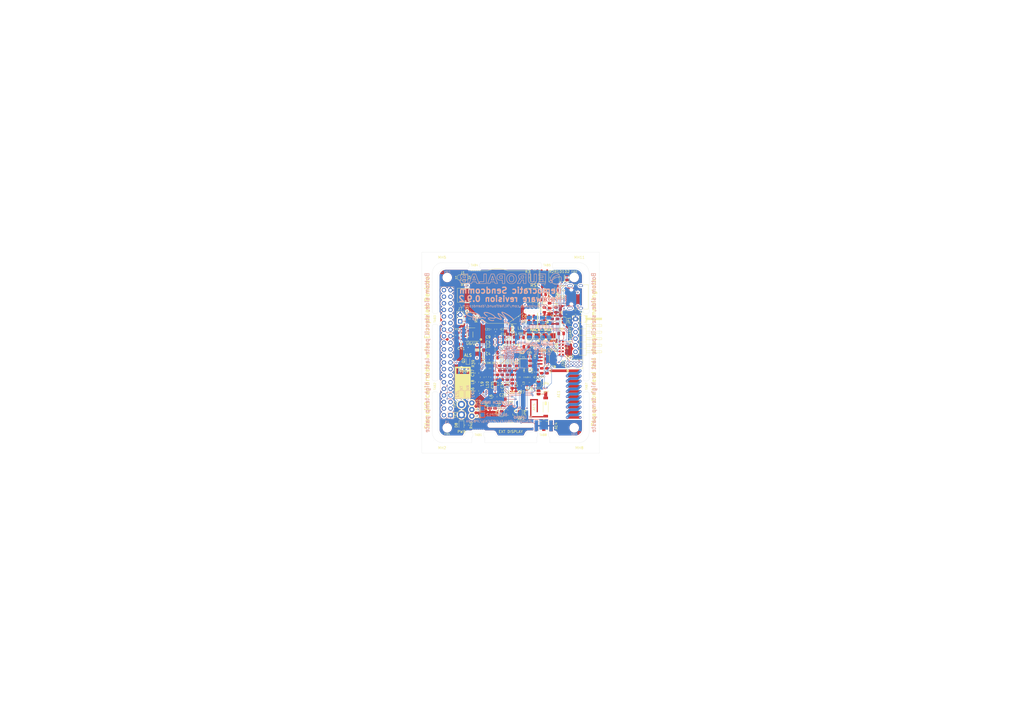
<source format=kicad_pcb>
(kicad_pcb (version 20171130) (host pcbnew 5.1.5+dfsg1-2build2)

  (general
    (thickness 1.6)
    (drawings 181)
    (tracks 1205)
    (zones 0)
    (modules 143)
    (nets 132)
  )

  (page A3)
  (title_block
    (title "Democratic Sendcomm")
    (date 2020-12-26)
    (rev 0.9.2)
    (company "Europalab Devices")
    (comment 1 "Copyright © 2020, Europalab Devices")
    (comment 2 "Fulfilling requirements of 20200210")
    (comment 3 "Pending quality assurance testing")
    (comment 4 "Release revision for manufacturing")
  )

  (layers
    (0 F.Cu signal)
    (1 In1.Cu power)
    (2 In2.Cu power)
    (31 B.Cu signal)
    (34 B.Paste user)
    (35 F.Paste user)
    (36 B.SilkS user)
    (37 F.SilkS user)
    (38 B.Mask user)
    (39 F.Mask user)
    (40 Dwgs.User user)
    (41 Cmts.User user)
    (44 Edge.Cuts user)
    (45 Margin user)
    (46 B.CrtYd user)
    (47 F.CrtYd user)
    (48 B.Fab user)
    (49 F.Fab user)
  )

  (setup
    (last_trace_width 0.09)
    (user_trace_width 0.1016)
    (user_trace_width 0.127)
    (user_trace_width 0.2)
    (trace_clearance 0.09)
    (zone_clearance 0.508)
    (zone_45_only no)
    (trace_min 0.09)
    (via_size 0.356)
    (via_drill 0.2)
    (via_min_size 0.356)
    (via_min_drill 0.2)
    (user_via 0.45 0.2)
    (user_via 0.6 0.3)
    (uvia_size 0.45)
    (uvia_drill 0.1)
    (uvias_allowed no)
    (uvia_min_size 0.45)
    (uvia_min_drill 0.1)
    (edge_width 0.1)
    (segment_width 0.1)
    (pcb_text_width 0.25)
    (pcb_text_size 1 1)
    (mod_edge_width 0.15)
    (mod_text_size 1 1)
    (mod_text_width 0.15)
    (pad_size 1.95 0.6)
    (pad_drill 0)
    (pad_to_mask_clearance 0)
    (aux_axis_origin 0 0)
    (visible_elements 7FFFFFFF)
    (pcbplotparams
      (layerselection 0x313fc_ffffffff)
      (usegerberextensions true)
      (usegerberattributes false)
      (usegerberadvancedattributes false)
      (creategerberjobfile false)
      (excludeedgelayer true)
      (linewidth 0.150000)
      (plotframeref false)
      (viasonmask false)
      (mode 1)
      (useauxorigin false)
      (hpglpennumber 1)
      (hpglpenspeed 20)
      (hpglpendiameter 15.000000)
      (psnegative false)
      (psa4output false)
      (plotreference true)
      (plotvalue true)
      (plotinvisibletext false)
      (padsonsilk false)
      (subtractmaskfromsilk false)
      (outputformat 1)
      (mirror false)
      (drillshape 0)
      (scaleselection 1)
      (outputdirectory "fabsingle"))
  )

  (net 0 "")
  (net 1 GND)
  (net 2 "Net-(AE1-Pad1)")
  (net 3 /Sheet5F53D5B4/RFSWPWR)
  (net 4 "Net-(C8-Pad1)")
  (net 5 /Sheet5F53D5B4/POWAMP)
  (net 6 "Net-(C13-Pad1)")
  (net 7 /Sheet5F53D5B4/HFOUT)
  (net 8 +3V3)
  (net 9 "Net-(C29-Pad1)")
  (net 10 /Sheet5F53D5B4/HPOUT)
  (net 11 /Sheet5F53D5B4/HFIN)
  (net 12 /Sheet5F53D5B4/BANDSEL)
  (net 13 "Net-(BT1-Pad1)")
  (net 14 /Sheet5F53D5B4/USB_BUS)
  (net 15 "Net-(C33-Pad1)")
  (net 16 "Net-(C34-Pad1)")
  (net 17 /Sheet5F53D5B4/CMDRST)
  (net 18 "Net-(D1-Pad2)")
  (net 19 "Net-(D1-Pad1)")
  (net 20 "Net-(D2-Pad1)")
  (net 21 "Net-(D2-Pad2)")
  (net 22 /Sheet5F53D5B4/USB_P)
  (net 23 /Sheet5F53D5B4/USB_N)
  (net 24 /Sheet60040980/ID_SD)
  (net 25 /Sheet60040980/ID_SC)
  (net 26 /Sheet5F53D5B4/SWDCLK)
  (net 27 "Net-(J3-Pad7)")
  (net 28 "Net-(J3-Pad8)")
  (net 29 "Net-(J4-Pad6)")
  (net 30 /Sheet5F53D5B4/CN_VBAT)
  (net 31 /Sheet5F53D5B4/XCEIV)
  (net 32 "Net-(AE5-Pad2)")
  (net 33 "Net-(C1-Pad1)")
  (net 34 "Net-(C7-Pad1)")
  (net 35 "Net-(C14-Pad1)")
  (net 36 "Net-(C17-Pad1)")
  (net 37 "Net-(C18-Pad2)")
  (net 38 "Net-(C19-Pad2)")
  (net 39 "Net-(C23-Pad2)")
  (net 40 "Net-(C23-Pad1)")
  (net 41 "Net-(C24-Pad1)")
  (net 42 "Net-(C24-Pad2)")
  (net 43 "Net-(C29-Pad2)")
  (net 44 "Net-(C33-Pad2)")
  (net 45 "Net-(C35-Pad2)")
  (net 46 "Net-(C40-Pad1)")
  (net 47 "Net-(J2-PadB5)")
  (net 48 "Net-(J2-PadA8)")
  (net 49 "Net-(J2-PadA5)")
  (net 50 "Net-(J2-PadB8)")
  (net 51 "Net-(J3-Pad2)")
  (net 52 "Net-(J3-Pad3)")
  (net 53 "Net-(J3-Pad4)")
  (net 54 "Net-(J3-Pad5)")
  (net 55 "Net-(J3-Pad10)")
  (net 56 "Net-(J3-Pad11)")
  (net 57 "Net-(J3-Pad12)")
  (net 58 "Net-(J3-Pad13)")
  (net 59 "Net-(J3-Pad15)")
  (net 60 "Net-(J3-Pad16)")
  (net 61 "Net-(J3-Pad18)")
  (net 62 "Net-(J3-Pad19)")
  (net 63 "Net-(J3-Pad21)")
  (net 64 "Net-(J3-Pad22)")
  (net 65 "Net-(J3-Pad23)")
  (net 66 "Net-(J3-Pad24)")
  (net 67 "Net-(J3-Pad26)")
  (net 68 "Net-(J3-Pad29)")
  (net 69 "Net-(J3-Pad31)")
  (net 70 "Net-(J3-Pad32)")
  (net 71 "Net-(J3-Pad33)")
  (net 72 "Net-(J3-Pad35)")
  (net 73 "Net-(J3-Pad36)")
  (net 74 "Net-(J3-Pad37)")
  (net 75 "Net-(J3-Pad38)")
  (net 76 "Net-(J3-Pad40)")
  (net 77 "Net-(J4-Pad7)")
  (net 78 "Net-(J4-Pad8)")
  (net 79 "Net-(J5-Pad2)")
  (net 80 "Net-(J5-Pad3)")
  (net 81 "Net-(J5-Pad6)")
  (net 82 "Net-(J6-Pad1)")
  (net 83 "Net-(L1-Pad2)")
  (net 84 "Net-(R3-Pad1)")
  (net 85 "Net-(R4-Pad1)")
  (net 86 "Net-(R4-Pad2)")
  (net 87 "Net-(U2-Pad5)")
  (net 88 "Net-(U3-PadG1)")
  (net 89 "Net-(U3-PadH1)")
  (net 90 "Net-(U3-PadE3)")
  (net 91 "Net-(U3-PadE4)")
  (net 92 "Net-(U3-PadF4)")
  (net 93 "Net-(U3-PadC7)")
  (net 94 "Net-(U3-PadD7)")
  (net 95 "Net-(U3-PadD8)")
  (net 96 "Net-(U5-Pad3)")
  (net 97 "Net-(U5-Pad4)")
  (net 98 "Net-(U8-Pad7)")
  (net 99 "Net-(U8-Pad3)")
  (net 100 "Net-(U8-Pad2)")
  (net 101 "Net-(U8-Pad1)")
  (net 102 "Net-(U9-Pad1)")
  (net 103 "Net-(U9-Pad2)")
  (net 104 "Net-(U9-Pad3)")
  (net 105 "Net-(U9-Pad7)")
  (net 106 /Sheet5F53D5B4/SWDIO)
  (net 107 "Net-(AE2-Pad1)")
  (net 108 "Net-(AE4-Pad1)")
  (net 109 "Net-(AE5-Pad1)")
  (net 110 "Net-(JP10-Pad1)")
  (net 111 "Net-(J6-Pad2)")
  (net 112 "Net-(J6-Pad3)")
  (net 113 "Net-(J6-Pad4)")
  (net 114 "Net-(J7-Pad1)")
  (net 115 "Net-(C95-Pad1)")
  (net 116 /TP_SCL)
  (net 117 /TP_SDA)
  (net 118 "Net-(J20-Pad6)")
  (net 119 "Net-(J20-Pad7)")
  (net 120 "Net-(J20-Pad8)")
  (net 121 "Net-(Q2-Pad2)")
  (net 122 EXT_UART_TX)
  (net 123 EXT_UART_RX)
  (net 124 "Net-(D8-Pad2)")
  (net 125 USB_TST)
  (net 126 "Net-(TP13-Pad1)")
  (net 127 "Net-(C94-Pad2)")
  (net 128 "Net-(C96-Pad1)")
  (net 129 /Sheet5F53D5B4/CRY_XIN-RSVD)
  (net 130 /Sheet5F53D5B4/CRY_XOUT-RSVD)
  (net 131 "Net-(C97-Pad1)")

  (net_class Default "This is the default net class."
    (clearance 0.09)
    (trace_width 0.09)
    (via_dia 0.356)
    (via_drill 0.2)
    (uvia_dia 0.45)
    (uvia_drill 0.1)
    (add_net +3V3)
    (add_net /Sheet5F53D5B4/BANDSEL)
    (add_net /Sheet5F53D5B4/CMDRST)
    (add_net /Sheet5F53D5B4/CN_VBAT)
    (add_net /Sheet5F53D5B4/CRY_XIN-RSVD)
    (add_net /Sheet5F53D5B4/CRY_XOUT-RSVD)
    (add_net /Sheet5F53D5B4/HFIN)
    (add_net /Sheet5F53D5B4/HFOUT)
    (add_net /Sheet5F53D5B4/HPOUT)
    (add_net /Sheet5F53D5B4/POWAMP)
    (add_net /Sheet5F53D5B4/RFSWPWR)
    (add_net /Sheet5F53D5B4/SWDCLK)
    (add_net /Sheet5F53D5B4/SWDIO)
    (add_net /Sheet5F53D5B4/USB_BUS)
    (add_net /Sheet5F53D5B4/USB_N)
    (add_net /Sheet5F53D5B4/USB_P)
    (add_net /Sheet5F53D5B4/XCEIV)
    (add_net /Sheet60040980/ID_SC)
    (add_net /Sheet60040980/ID_SD)
    (add_net /TP_SCL)
    (add_net /TP_SDA)
    (add_net EXT_UART_RX)
    (add_net EXT_UART_TX)
    (add_net GND)
    (add_net "Net-(AE1-Pad1)")
    (add_net "Net-(AE2-Pad1)")
    (add_net "Net-(AE4-Pad1)")
    (add_net "Net-(AE5-Pad1)")
    (add_net "Net-(AE5-Pad2)")
    (add_net "Net-(BT1-Pad1)")
    (add_net "Net-(C1-Pad1)")
    (add_net "Net-(C13-Pad1)")
    (add_net "Net-(C14-Pad1)")
    (add_net "Net-(C17-Pad1)")
    (add_net "Net-(C18-Pad2)")
    (add_net "Net-(C19-Pad2)")
    (add_net "Net-(C23-Pad1)")
    (add_net "Net-(C23-Pad2)")
    (add_net "Net-(C24-Pad1)")
    (add_net "Net-(C24-Pad2)")
    (add_net "Net-(C29-Pad1)")
    (add_net "Net-(C29-Pad2)")
    (add_net "Net-(C33-Pad1)")
    (add_net "Net-(C33-Pad2)")
    (add_net "Net-(C34-Pad1)")
    (add_net "Net-(C35-Pad2)")
    (add_net "Net-(C40-Pad1)")
    (add_net "Net-(C7-Pad1)")
    (add_net "Net-(C8-Pad1)")
    (add_net "Net-(C94-Pad2)")
    (add_net "Net-(C95-Pad1)")
    (add_net "Net-(C96-Pad1)")
    (add_net "Net-(C97-Pad1)")
    (add_net "Net-(D1-Pad1)")
    (add_net "Net-(D1-Pad2)")
    (add_net "Net-(D2-Pad1)")
    (add_net "Net-(D2-Pad2)")
    (add_net "Net-(D8-Pad2)")
    (add_net "Net-(J2-PadA5)")
    (add_net "Net-(J2-PadA8)")
    (add_net "Net-(J2-PadB5)")
    (add_net "Net-(J2-PadB8)")
    (add_net "Net-(J20-Pad6)")
    (add_net "Net-(J20-Pad7)")
    (add_net "Net-(J20-Pad8)")
    (add_net "Net-(J3-Pad10)")
    (add_net "Net-(J3-Pad11)")
    (add_net "Net-(J3-Pad12)")
    (add_net "Net-(J3-Pad13)")
    (add_net "Net-(J3-Pad15)")
    (add_net "Net-(J3-Pad16)")
    (add_net "Net-(J3-Pad18)")
    (add_net "Net-(J3-Pad19)")
    (add_net "Net-(J3-Pad2)")
    (add_net "Net-(J3-Pad21)")
    (add_net "Net-(J3-Pad22)")
    (add_net "Net-(J3-Pad23)")
    (add_net "Net-(J3-Pad24)")
    (add_net "Net-(J3-Pad26)")
    (add_net "Net-(J3-Pad29)")
    (add_net "Net-(J3-Pad3)")
    (add_net "Net-(J3-Pad31)")
    (add_net "Net-(J3-Pad32)")
    (add_net "Net-(J3-Pad33)")
    (add_net "Net-(J3-Pad35)")
    (add_net "Net-(J3-Pad36)")
    (add_net "Net-(J3-Pad37)")
    (add_net "Net-(J3-Pad38)")
    (add_net "Net-(J3-Pad4)")
    (add_net "Net-(J3-Pad40)")
    (add_net "Net-(J3-Pad5)")
    (add_net "Net-(J3-Pad7)")
    (add_net "Net-(J3-Pad8)")
    (add_net "Net-(J4-Pad6)")
    (add_net "Net-(J4-Pad7)")
    (add_net "Net-(J4-Pad8)")
    (add_net "Net-(J5-Pad2)")
    (add_net "Net-(J5-Pad3)")
    (add_net "Net-(J5-Pad6)")
    (add_net "Net-(J6-Pad1)")
    (add_net "Net-(J6-Pad2)")
    (add_net "Net-(J6-Pad3)")
    (add_net "Net-(J6-Pad4)")
    (add_net "Net-(J7-Pad1)")
    (add_net "Net-(JP10-Pad1)")
    (add_net "Net-(L1-Pad2)")
    (add_net "Net-(Q2-Pad2)")
    (add_net "Net-(R3-Pad1)")
    (add_net "Net-(R4-Pad1)")
    (add_net "Net-(R4-Pad2)")
    (add_net "Net-(TP13-Pad1)")
    (add_net "Net-(U2-Pad5)")
    (add_net "Net-(U3-PadC7)")
    (add_net "Net-(U3-PadD7)")
    (add_net "Net-(U3-PadD8)")
    (add_net "Net-(U3-PadE3)")
    (add_net "Net-(U3-PadE4)")
    (add_net "Net-(U3-PadF4)")
    (add_net "Net-(U3-PadG1)")
    (add_net "Net-(U3-PadH1)")
    (add_net "Net-(U5-Pad3)")
    (add_net "Net-(U5-Pad4)")
    (add_net "Net-(U8-Pad1)")
    (add_net "Net-(U8-Pad2)")
    (add_net "Net-(U8-Pad3)")
    (add_net "Net-(U8-Pad7)")
    (add_net "Net-(U9-Pad1)")
    (add_net "Net-(U9-Pad2)")
    (add_net "Net-(U9-Pad3)")
    (add_net "Net-(U9-Pad7)")
    (add_net USB_TST)
  )

  (net_class Power ""
    (clearance 0.2)
    (trace_width 0.5)
    (via_dia 1)
    (via_drill 0.7)
    (uvia_dia 0.5)
    (uvia_drill 0.1)
  )

  (module Elabdev:Panel_Mousetab_25mm_Single (layer F.Cu) (tedit 5CD9E502) (tstamp 5FEC726C)
    (at 222.5 179.75 90)
    (path /5CD9EB0D)
    (fp_text reference TAB8 (at 0 0) (layer F.SilkS)
      (effects (font (size 0.8 0.8) (thickness 0.13)))
    )
    (fp_text value Pantab (at -3.25 0 180) (layer F.Fab)
      (effects (font (size 1 1) (thickness 0.15)))
    )
    (fp_line (start 1.25 -2.2) (end 1.25 2.2) (layer F.Fab) (width 0.15))
    (fp_line (start -1.25 -2.2) (end -1.25 2.2) (layer F.Fab) (width 0.15))
    (fp_line (start 2.1 -2.6) (end 2.1 2.6) (layer F.CrtYd) (width 0.15))
    (fp_line (start 2.1 2.6) (end -2.1 2.6) (layer F.CrtYd) (width 0.15))
    (fp_line (start -2.1 2.6) (end -2.1 -2.6) (layer F.CrtYd) (width 0.15))
    (fp_line (start -2.1 -2.6) (end 2.1 -2.6) (layer F.CrtYd) (width 0.15))
    (pad "" np_thru_hole circle (at 1.35 2 90) (size 0.5 0.5) (drill 0.5) (layers *.Cu))
    (pad "" np_thru_hole circle (at 1.35 1.2 90) (size 0.5 0.5) (drill 0.5) (layers *.Cu))
    (pad "" np_thru_hole circle (at 1.35 0.4 90) (size 0.5 0.5) (drill 0.5) (layers *.Cu))
    (pad "" np_thru_hole circle (at 1.35 -0.4 90) (size 0.5 0.5) (drill 0.5) (layers *.Cu))
    (pad "" np_thru_hole circle (at 1.35 -1.2 90) (size 0.5 0.5) (drill 0.5) (layers *.Cu))
    (pad "" np_thru_hole circle (at 1.35 -2 90) (size 0.5 0.5) (drill 0.5) (layers *.Cu))
  )

  (module Capacitor_SMD:C_0805_2012Metric (layer F.Cu) (tedit 5B36C52B) (tstamp 5FEB8111)
    (at 211.5 143.0625 270)
    (descr "Capacitor SMD 0805 (2012 Metric), square (rectangular) end terminal, IPC_7351 nominal, (Body size source: https://docs.google.com/spreadsheets/d/1BsfQQcO9C6DZCsRaXUlFlo91Tg2WpOkGARC1WS5S8t0/edit?usp=sharing), generated with kicad-footprint-generator")
    (tags capacitor)
    (path /5F53D5B5/5F609CF5)
    (attr smd)
    (fp_text reference C19 (at -2.0625 0 180) (layer F.SilkS)
      (effects (font (size 0.7 0.7) (thickness 0.1)))
    )
    (fp_text value 15pF (at 0 1.65 90) (layer F.Fab)
      (effects (font (size 1 1) (thickness 0.15)))
    )
    (fp_line (start -1 0.6) (end -1 -0.6) (layer F.Fab) (width 0.1))
    (fp_line (start -1 -0.6) (end 1 -0.6) (layer F.Fab) (width 0.1))
    (fp_line (start 1 -0.6) (end 1 0.6) (layer F.Fab) (width 0.1))
    (fp_line (start 1 0.6) (end -1 0.6) (layer F.Fab) (width 0.1))
    (fp_line (start -0.258578 -0.71) (end 0.258578 -0.71) (layer F.SilkS) (width 0.12))
    (fp_line (start -0.258578 0.71) (end 0.258578 0.71) (layer F.SilkS) (width 0.12))
    (fp_line (start -1.68 0.95) (end -1.68 -0.95) (layer F.CrtYd) (width 0.05))
    (fp_line (start -1.68 -0.95) (end 1.68 -0.95) (layer F.CrtYd) (width 0.05))
    (fp_line (start 1.68 -0.95) (end 1.68 0.95) (layer F.CrtYd) (width 0.05))
    (fp_line (start 1.68 0.95) (end -1.68 0.95) (layer F.CrtYd) (width 0.05))
    (fp_text user %R (at 0 0 90) (layer F.Fab)
      (effects (font (size 0.5 0.5) (thickness 0.08)))
    )
    (pad 1 smd roundrect (at -0.9375 0 270) (size 0.975 1.4) (layers F.Cu F.Paste F.Mask) (roundrect_rratio 0.25)
      (net 1 GND))
    (pad 2 smd roundrect (at 0.9375 0 270) (size 0.975 1.4) (layers F.Cu F.Paste F.Mask) (roundrect_rratio 0.25)
      (net 38 "Net-(C19-Pad2)"))
    (model ${KISYS3DMOD}/Capacitor_SMD.3dshapes/C_0805_2012Metric.wrl
      (at (xyz 0 0 0))
      (scale (xyz 1 1 1))
      (rotate (xyz 0 0 0))
    )
  )

  (module Elabdev:Meinkuerz_sign_480dpi (layer B.Cu) (tedit 0) (tstamp 5FBE809B)
    (at 202 134 180)
    (fp_text reference G1 (at 0 0) (layer B.SilkS) hide
      (effects (font (size 1.524 1.524) (thickness 0.3)) (justify mirror))
    )
    (fp_text value Meinkuerzel_signature (at 0.75 0) (layer B.SilkS) hide
      (effects (font (size 1.524 1.524) (thickness 0.3)) (justify mirror))
    )
    (fp_poly (pts (xy 7.849084 1.675651) (xy 8.303148 1.632827) (xy 8.685942 1.550363) (xy 8.876057 1.481326)
      (xy 9.07938 1.34976) (xy 9.204465 1.178624) (xy 9.241225 0.986809) (xy 9.210768 0.854557)
      (xy 9.078684 0.643748) (xy 8.864557 0.429964) (xy 8.589687 0.233059) (xy 8.471807 0.165759)
      (xy 8.232808 0.053863) (xy 7.923436 -0.068816) (xy 7.576824 -0.190996) (xy 7.226108 -0.301392)
      (xy 6.904421 -0.388723) (xy 6.731621 -0.426811) (xy 6.398868 -0.490816) (xy 6.556265 -0.586535)
      (xy 6.736632 -0.743549) (xy 6.819572 -0.938245) (xy 6.82625 -1.022915) (xy 6.780462 -1.15416)
      (xy 6.660466 -1.295963) (xy 6.49231 -1.424979) (xy 6.30204 -1.517866) (xy 6.258842 -1.531402)
      (xy 6.0446 -1.569955) (xy 5.805186 -1.581627) (xy 5.582286 -1.566858) (xy 5.417587 -1.526091)
      (xy 5.409578 -1.522402) (xy 5.285381 -1.409276) (xy 5.232727 -1.237525) (xy 5.243042 -1.133742)
      (xy 5.545646 -1.133742) (xy 5.569322 -1.243922) (xy 5.599007 -1.270742) (xy 5.725804 -1.30367)
      (xy 5.911501 -1.301091) (xy 6.117136 -1.267785) (xy 6.303743 -1.20853) (xy 6.368163 -1.176419)
      (xy 6.483421 -1.090411) (xy 6.547775 -1.006994) (xy 6.550669 -0.996984) (xy 6.519163 -0.903747)
      (xy 6.404517 -0.814537) (xy 6.229026 -0.742568) (xy 6.060328 -0.706358) (xy 5.903418 -0.693399)
      (xy 5.806355 -0.717484) (xy 5.726223 -0.79035) (xy 5.718194 -0.79992) (xy 5.596762 -0.979847)
      (xy 5.545646 -1.133742) (xy 5.243042 -1.133742) (xy 5.253531 -1.028227) (xy 5.344918 -0.810631)
      (xy 5.442538 -0.642303) (xy 5.295353 -0.646487) (xy 5.12125 -0.625399) (xy 5.035885 -0.550663)
      (xy 5.027083 -0.501447) (xy 5.075804 -0.410776) (xy 5.222941 -0.351671) (xy 5.469958 -0.32355)
      (xy 5.476875 -0.323261) (xy 5.599677 -0.314345) (xy 5.697993 -0.289875) (xy 5.794712 -0.235966)
      (xy 5.912725 -0.138734) (xy 6.074923 0.015705) (xy 6.138333 0.077935) (xy 6.357426 0.284825)
      (xy 6.520758 0.415811) (xy 6.63982 0.476704) (xy 6.726105 0.473318) (xy 6.791106 0.411464)
      (xy 6.792772 0.408883) (xy 6.813029 0.349999) (xy 6.787897 0.281807) (xy 6.704882 0.184844)
      (xy 6.561666 0.048946) (xy 6.270625 -0.217166) (xy 6.532899 -0.183078) (xy 6.900304 -0.115245)
      (xy 7.289474 -0.008645) (xy 7.678243 0.127507) (xy 8.044445 0.283994) (xy 8.365914 0.451601)
      (xy 8.620483 0.621112) (xy 8.749193 0.738377) (xy 8.856936 0.865956) (xy 8.92727 0.965202)
      (xy 8.942916 1.001728) (xy 8.895983 1.084773) (xy 8.773369 1.176095) (xy 8.602358 1.259484)
      (xy 8.410231 1.318727) (xy 8.408998 1.318992) (xy 8.149682 1.354937) (xy 7.8128 1.371973)
      (xy 7.424917 1.370093) (xy 7.012599 1.349291) (xy 6.686734 1.319437) (xy 6.066773 1.222977)
      (xy 5.517194 1.081213) (xy 5.043989 0.897075) (xy 4.653152 0.673494) (xy 4.350673 0.413401)
      (xy 4.142546 0.119727) (xy 4.114637 0.061443) (xy 4.047094 -0.15251) (xy 4.06025 -0.336634)
      (xy 4.160207 -0.518581) (xy 4.270456 -0.644496) (xy 4.390411 -0.79173) (xy 4.431252 -0.900383)
      (xy 4.427296 -0.922309) (xy 4.357272 -0.99719) (xy 4.242023 -0.977517) (xy 4.082983 -0.863726)
      (xy 4.010682 -0.795217) (xy 3.879838 -0.680755) (xy 3.765594 -0.608691) (xy 3.712637 -0.594925)
      (xy 3.6215 -0.594723) (xy 3.455888 -0.585507) (xy 3.246599 -0.569127) (xy 3.175 -0.562633)
      (xy 2.951086 -0.544014) (xy 2.793821 -0.54282) (xy 2.664643 -0.565021) (xy 2.524987 -0.61659)
      (xy 2.371034 -0.687127) (xy 2.100169 -0.795663) (xy 1.89262 -0.837972) (xy 1.841867 -0.837015)
      (xy 1.72083 -0.812158) (xy 1.663036 -0.745697) (xy 1.637803 -0.635) (xy 1.623821 -0.491701)
      (xy 1.628566 -0.389706) (xy 1.630235 -0.383646) (xy 1.692219 -0.322789) (xy 1.789679 -0.330876)
      (xy 1.885465 -0.399867) (xy 1.916539 -0.445597) (xy 1.984375 -0.573694) (xy 2.371569 -0.384068)
      (xy 2.758764 -0.194442) (xy 3.165319 -0.256321) (xy 3.413597 -0.293214) (xy 3.576071 -0.310583)
      (xy 3.67165 -0.304292) (xy 3.719238 -0.270208) (xy 3.737742 -0.204195) (xy 3.744012 -0.129767)
      (xy 3.817818 0.177969) (xy 3.989413 0.470621) (xy 4.251219 0.74303) (xy 4.595656 0.99004)
      (xy 5.015149 1.206492) (xy 5.502117 1.387229) (xy 6.048984 1.527094) (xy 6.228561 1.561184)
      (xy 6.794861 1.64034) (xy 7.340678 1.678326) (xy 7.849084 1.675651)) (layer B.SilkS) (width 0.01))
    (fp_poly (pts (xy -4.580024 1.756567) (xy -4.544854 1.74305) (xy -4.466016 1.67622) (xy -4.437143 1.580417)
      (xy -4.461964 1.447967) (xy -4.544204 1.271201) (xy -4.68759 1.042447) (xy -4.895848 0.754033)
      (xy -5.172705 0.39829) (xy -5.237349 0.3175) (xy -5.411926 0.098408) (xy -5.577817 -0.112809)
      (xy -5.714811 -0.290245) (xy -5.794689 -0.396875) (xy -5.948296 -0.608542) (xy -5.791961 -0.468507)
      (xy -5.700695 -0.392772) (xy -5.541009 -0.266466) (xy -5.329307 -0.10231) (xy -5.081994 0.086977)
      (xy -4.815472 0.288675) (xy -4.815417 0.288716) (xy -4.345432 0.631252) (xy -3.946225 0.897872)
      (xy -3.615767 1.089474) (xy -3.352032 1.206955) (xy -3.152989 1.251211) (xy -3.016612 1.223138)
      (xy -2.940872 1.123633) (xy -2.939055 1.118116) (xy -2.92791 1.023519) (xy -2.955738 0.908417)
      (xy -3.029742 0.759005) (xy -3.157121 0.561475) (xy -3.345079 0.302021) (xy -3.409058 0.217037)
      (xy -3.654587 -0.113597) (xy -3.860834 -0.404313) (xy -4.022275 -0.646491) (xy -4.133388 -0.831509)
      (xy -4.188652 -0.950744) (xy -4.185335 -0.994958) (xy -4.120655 -0.981486) (xy -3.976478 -0.932768)
      (xy -3.770527 -0.855371) (xy -3.520529 -0.755864) (xy -3.349225 -0.685128) (xy -3.06462 -0.570045)
      (xy -2.797019 -0.469163) (xy -2.569108 -0.390505) (xy -2.403576 -0.342097) (xy -2.349431 -0.331513)
      (xy -2.183877 -0.291941) (xy -2.07811 -0.206425) (xy -2.041672 -0.151915) (xy -1.850086 0.096101)
      (xy -1.567603 0.354844) (xy -1.207453 0.616123) (xy -0.78287 0.87175) (xy -0.307084 1.113536)
      (xy 0.206672 1.333293) (xy 0.574448 1.467145) (xy 0.853452 1.556991) (xy 1.074831 1.61415)
      (xy 1.278935 1.645957) (xy 1.506112 1.659747) (xy 1.647661 1.662241) (xy 1.89537 1.661355)
      (xy 2.061526 1.650821) (xy 2.170245 1.626908) (xy 2.245641 1.585888) (xy 2.269431 1.566069)
      (xy 2.364656 1.413892) (xy 2.378536 1.21834) (xy 2.31231 1.002224) (xy 2.231511 0.867835)
      (xy 2.055394 0.653788) (xy 1.846452 0.444397) (xy 1.622129 0.252501) (xy 1.399873 0.090942)
      (xy 1.19713 -0.02744) (xy 1.031346 -0.089804) (xy 0.931657 -0.088852) (xy 0.853749 -0.025156)
      (xy 0.874571 0.06423) (xy 0.991583 0.174246) (xy 1.09802 0.242886) (xy 1.314624 0.387246)
      (xy 1.527802 0.560014) (xy 1.72429 0.746283) (xy 1.890825 0.931146) (xy 2.014146 1.099697)
      (xy 2.080988 1.237027) (xy 2.078088 1.32823) (xy 2.071165 1.336667) (xy 1.954541 1.387475)
      (xy 1.756832 1.400928) (xy 1.494763 1.380087) (xy 1.185063 1.328013) (xy 0.844457 1.247766)
      (xy 0.489674 1.142406) (xy 0.137439 1.014995) (xy -0.00172 0.957368) (xy -0.385109 0.777304)
      (xy -0.74297 0.581237) (xy -1.065571 0.377182) (xy -1.343179 0.173152) (xy -1.566062 -0.022838)
      (xy -1.724487 -0.202776) (xy -1.808722 -0.358647) (xy -1.809035 -0.482438) (xy -1.789329 -0.514562)
      (xy -1.69188 -0.558953) (xy -1.49842 -0.578536) (xy -1.2158 -0.573404) (xy -0.850872 -0.543648)
      (xy -0.464887 -0.496867) (xy -0.056607 -0.452123) (xy 0.260382 -0.442712) (xy 0.494773 -0.469264)
      (xy 0.655256 -0.532408) (xy 0.714552 -0.58228) (xy 0.776217 -0.725165) (xy 0.746162 -0.908878)
      (xy 0.632079 -1.115352) (xy 0.45893 -1.290216) (xy 0.2117 -1.450188) (xy -0.085638 -1.588107)
      (xy -0.409112 -1.696809) (xy -0.734748 -1.769134) (xy -1.038572 -1.797919) (xy -1.296612 -1.776003)
      (xy -1.42875 -1.731015) (xy -1.546706 -1.617759) (xy -1.577815 -1.519827) (xy -1.560687 -1.389395)
      (xy -1.486335 -1.336349) (xy -1.378138 -1.369493) (xy -1.317893 -1.421952) (xy -1.19986 -1.505637)
      (xy -1.092449 -1.534584) (xy -0.859949 -1.513387) (xy -0.579373 -1.457345) (xy -0.297878 -1.377776)
      (xy -0.068589 -1.288836) (xy 0.116249 -1.181832) (xy 0.284174 -1.050661) (xy 0.411262 -0.917533)
      (xy 0.473586 -0.804658) (xy 0.47625 -0.783054) (xy 0.425256 -0.757675) (xy 0.277287 -0.748743)
      (xy 0.039858 -0.755912) (xy -0.279513 -0.778835) (xy -0.673311 -0.817167) (xy -0.956033 -0.849048)
      (xy -1.308534 -0.882196) (xy -1.57585 -0.8857) (xy -1.774982 -0.85746) (xy -1.922933 -0.795374)
      (xy -2.017888 -0.717835) (xy -2.096716 -0.653738) (xy -2.190635 -0.62131) (xy -2.313833 -0.623423)
      (xy -2.480498 -0.662945) (xy -2.704818 -0.742748) (xy -3.00098 -0.865702) (xy -3.216817 -0.960383)
      (xy -3.585839 -1.11854) (xy -3.874386 -1.227749) (xy -4.094462 -1.290524) (xy -4.258069 -1.309381)
      (xy -4.377212 -1.286836) (xy -4.463891 -1.225404) (xy -4.466704 -1.222337) (xy -4.518051 -1.14061)
      (xy -4.530831 -1.040781) (xy -4.500098 -0.912213) (xy -4.420902 -0.744269) (xy -4.288295 -0.526313)
      (xy -4.097327 -0.247708) (xy -3.863138 0.07498) (xy -3.679345 0.325213) (xy -3.519393 0.545064)
      (xy -3.393108 0.720859) (xy -3.310313 0.838921) (xy -3.280834 0.885525) (xy -3.323557 0.888476)
      (xy -3.399896 0.869711) (xy -3.542096 0.805036) (xy -3.750284 0.678102) (xy -4.027571 0.486762)
      (xy -4.377062 0.228867) (xy -4.801868 -0.097732) (xy -4.81991 -0.111817) (xy -5.187034 -0.396401)
      (xy -5.482932 -0.620081) (xy -5.717862 -0.789492) (xy -5.902078 -0.911266) (xy -6.045837 -0.99204)
      (xy -6.159396 -1.038447) (xy -6.25301 -1.057121) (xy -6.283148 -1.058333) (xy -6.40378 -1.045849)
      (xy -6.450441 -0.994435) (xy -6.455563 -0.939271) (xy -6.445942 -0.865735) (xy -6.412644 -0.776476)
      (xy -6.348546 -0.66103) (xy -6.24652 -0.508935) (xy -6.099443 -0.309727) (xy -5.90019 -0.052942)
      (xy -5.641635 0.271882) (xy -5.570553 0.360397) (xy -5.363566 0.620769) (xy -5.174974 0.863504)
      (xy -5.016826 1.072659) (xy -4.901172 1.23229) (xy -4.84006 1.326453) (xy -4.839117 1.328251)
      (xy -4.786636 1.436383) (xy -4.790145 1.473528) (xy -4.856494 1.462433) (xy -4.877731 1.456477)
      (xy -4.973599 1.420322) (xy -5.140081 1.348706) (xy -5.352621 1.252468) (xy -5.55625 1.156974)
      (xy -6.094525 0.881508) (xy -6.644499 0.565345) (xy -7.182748 0.223911) (xy -7.685848 -0.12737)
      (xy -8.130378 -0.473072) (xy -8.424687 -0.732038) (xy -8.650145 -0.95487) (xy -8.800069 -1.131002)
      (xy -8.884377 -1.276175) (xy -8.912984 -1.406131) (xy -8.905425 -1.495188) (xy -8.906488 -1.61853)
      (xy -8.964006 -1.672137) (xy -9.075823 -1.672519) (xy -9.156792 -1.593028) (xy -9.200558 -1.456755)
      (xy -9.200763 -1.286789) (xy -9.151052 -1.106218) (xy -9.131299 -1.06447) (xy -9.024915 -0.913844)
      (xy -8.843627 -0.718433) (xy -8.601654 -0.490528) (xy -8.313213 -0.242422) (xy -7.992524 0.013592)
      (xy -7.653804 0.265222) (xy -7.3545 0.471681) (xy -6.896098 0.764541) (xy -6.449337 1.028776)
      (xy -6.024338 1.259805) (xy -5.631223 1.453048) (xy -5.280112 1.603926) (xy -4.981128 1.707858)
      (xy -4.744392 1.760265) (xy -4.580024 1.756567)) (layer B.SilkS) (width 0.01))
  )

  (module Elabdev:Panel_Mousetab_25mm_Single (layer F.Cu) (tedit 5CD9E59A) (tstamp 5FBE7343)
    (at 224 114.25 270)
    (path /5CD5C3A7)
    (fp_text reference TAB5 (at 0 0 180) (layer F.SilkS)
      (effects (font (size 0.8 0.8) (thickness 0.13)))
    )
    (fp_text value Pantab (at 0 -3.5 270) (layer F.Fab)
      (effects (font (size 1 1) (thickness 0.15)))
    )
    (fp_line (start -2.1 -2.6) (end 2.1 -2.6) (layer F.CrtYd) (width 0.15))
    (fp_line (start -2.1 2.6) (end -2.1 -2.6) (layer F.CrtYd) (width 0.15))
    (fp_line (start 2.1 2.6) (end -2.1 2.6) (layer F.CrtYd) (width 0.15))
    (fp_line (start 2.1 -2.6) (end 2.1 2.6) (layer F.CrtYd) (width 0.15))
    (fp_line (start -1.25 -2.2) (end -1.25 2.2) (layer F.Fab) (width 0.15))
    (fp_line (start 1.25 -2.2) (end 1.25 2.2) (layer F.Fab) (width 0.15))
    (pad "" np_thru_hole circle (at 1.35 -2 270) (size 0.5 0.5) (drill 0.5) (layers *.Cu))
    (pad "" np_thru_hole circle (at 1.35 -1.2 270) (size 0.5 0.5) (drill 0.5) (layers *.Cu))
    (pad "" np_thru_hole circle (at 1.35 -0.4 270) (size 0.5 0.5) (drill 0.5) (layers *.Cu))
    (pad "" np_thru_hole circle (at 1.35 0.4 270) (size 0.5 0.5) (drill 0.5) (layers *.Cu))
    (pad "" np_thru_hole circle (at 1.35 1.2 270) (size 0.5 0.5) (drill 0.5) (layers *.Cu))
    (pad "" np_thru_hole circle (at 1.35 2 270) (size 0.5 0.5) (drill 0.5) (layers *.Cu))
  )

  (module Elabdev:Elablogoslk-Gfx (layer B.Cu) (tedit 0) (tstamp 5FBDF7AF)
    (at 210 119.5 180)
    (fp_text reference G** (at 0 0) (layer B.SilkS) hide
      (effects (font (size 1.524 1.524) (thickness 0.3)) (justify mirror))
    )
    (fp_text value Elablogoslk (at 0.75 0) (layer B.SilkS) hide
      (effects (font (size 1.524 1.524) (thickness 0.3)) (justify mirror))
    )
    (fp_poly (pts (xy -15.405836 -0.675184) (xy -15.287483 -0.702055) (xy -15.188143 -0.754619) (xy -15.108772 -0.827765)
      (xy -15.050327 -0.916382) (xy -15.013763 -1.015359) (xy -15.000037 -1.119584) (xy -15.010104 -1.223945)
      (xy -15.04492 -1.323332) (xy -15.105441 -1.412633) (xy -15.192623 -1.486737) (xy -15.24833 -1.517344)
      (xy -15.356716 -1.550357) (xy -15.476625 -1.557984) (xy -15.592872 -1.539403) (xy -15.602283 -1.53653)
      (xy -15.678123 -1.497127) (xy -15.752493 -1.432517) (xy -15.815972 -1.352895) (xy -15.859141 -1.268459)
      (xy -15.864155 -1.2531) (xy -15.88425 -1.176683) (xy -15.891257 -1.117668) (xy -15.885212 -1.059627)
      (xy -15.866149 -0.986134) (xy -15.864727 -0.981328) (xy -15.815988 -0.8777) (xy -15.739972 -0.790432)
      (xy -15.643773 -0.72426) (xy -15.534487 -0.683915) (xy -15.419207 -0.674131) (xy -15.405836 -0.675184)) (layer B.Mask) (width 0.01))
    (fp_poly (pts (xy 17.476107 1.827609) (xy 17.687258 1.825899) (xy 17.865618 1.824237) (xy 18.014678 1.822477)
      (xy 18.137934 1.82047) (xy 18.238879 1.818068) (xy 18.321005 1.815122) (xy 18.387806 1.811484)
      (xy 18.442776 1.807007) (xy 18.489407 1.801541) (xy 18.531194 1.794939) (xy 18.57163 1.787052)
      (xy 18.6055 1.779685) (xy 18.771822 1.733432) (xy 18.923911 1.673315) (xy 19.054677 1.602656)
      (xy 19.157033 1.524776) (xy 19.164226 1.5179) (xy 19.246251 1.417951) (xy 19.315464 1.294688)
      (xy 19.365371 1.16053) (xy 19.377923 1.109275) (xy 19.39052 1.010407) (xy 19.393203 0.893754)
      (xy 19.386762 0.771789) (xy 19.371983 0.656983) (xy 19.349655 0.561808) (xy 19.341939 0.539811)
      (xy 19.283862 0.430962) (xy 19.19941 0.326298) (xy 19.097976 0.236127) (xy 19.019624 0.185927)
      (xy 18.914298 0.12941) (xy 18.968542 0.109123) (xy 19.093064 0.054672) (xy 19.194891 -0.009335)
      (xy 19.285933 -0.089714) (xy 19.390804 -0.214403) (xy 19.467199 -0.350129) (xy 19.516977 -0.501894)
      (xy 19.541997 -0.674698) (xy 19.545898 -0.789214) (xy 19.53245 -0.987132) (xy 19.491752 -1.163006)
      (xy 19.423278 -1.317328) (xy 19.326496 -1.450588) (xy 19.200879 -1.563277) (xy 19.045898 -1.655885)
      (xy 18.861023 -1.728905) (xy 18.645726 -1.782826) (xy 18.442214 -1.81358) (xy 18.390712 -1.817354)
      (xy 18.307346 -1.820878) (xy 18.196536 -1.82407) (xy 18.062704 -1.826851) (xy 17.910272 -1.829142)
      (xy 17.743659 -1.830864) (xy 17.567287 -1.831936) (xy 17.403536 -1.83228) (xy 16.528143 -1.832429)
      (xy 16.528143 -1.197429) (xy 17.471571 -1.197429) (xy 17.812474 -1.197429) (xy 17.960507 -1.19621)
      (xy 18.077011 -1.192363) (xy 18.166668 -1.185602) (xy 18.234157 -1.175639) (xy 18.257984 -1.170182)
      (xy 18.384709 -1.1231) (xy 18.482481 -1.054854) (xy 18.552639 -0.964254) (xy 18.589417 -0.8761)
      (xy 18.611394 -0.756961) (xy 18.608994 -0.636283) (xy 18.583832 -0.523232) (xy 18.537525 -0.426977)
      (xy 18.502598 -0.383459) (xy 18.44707 -0.333771) (xy 18.385424 -0.294593) (xy 18.312843 -0.264829)
      (xy 18.22451 -0.243381) (xy 18.115607 -0.229153) (xy 17.981316 -0.221046) (xy 17.816821 -0.217964)
      (xy 17.775464 -0.217851) (xy 17.471571 -0.217714) (xy 17.471571 -1.197429) (xy 16.528143 -1.197429)
      (xy 16.528143 1.197428) (xy 17.471571 1.197428) (xy 17.471571 0.417286) (xy 17.804933 0.417286)
      (xy 17.937918 0.418126) (xy 18.040036 0.420891) (xy 18.116671 0.425945) (xy 18.173209 0.433651)
      (xy 18.215035 0.444376) (xy 18.217426 0.445205) (xy 18.319056 0.498467) (xy 18.395331 0.575146)
      (xy 18.444205 0.67085) (xy 18.463631 0.781188) (xy 18.451564 0.901769) (xy 18.443884 0.931299)
      (xy 18.396902 1.030842) (xy 18.322562 1.110813) (xy 18.227195 1.165118) (xy 18.18819 1.177399)
      (xy 18.143627 1.184049) (xy 18.070672 1.189765) (xy 17.977218 1.19415) (xy 17.871155 1.196808)
      (xy 17.790109 1.197428) (xy 17.471571 1.197428) (xy 16.528143 1.197428) (xy 16.528143 1.835008)
      (xy 17.476107 1.827609)) (layer B.Mask) (width 0.01))
    (fp_poly (pts (xy 14.119941 1.828149) (xy 14.684369 1.823357) (xy 15.359475 0) (xy 16.034582 -1.823357)
      (xy 15.571079 -1.828205) (xy 15.445094 -1.82918) (xy 15.331429 -1.829406) (xy 15.235013 -1.828925)
      (xy 15.160777 -1.827781) (xy 15.11365 -1.826018) (xy 15.098562 -1.824039) (xy 15.090052 -1.80483)
      (xy 15.071782 -1.756797) (xy 15.045759 -1.68544) (xy 15.013987 -1.59626) (xy 14.978473 -1.494759)
      (xy 14.977731 -1.49262) (xy 14.865914 -1.170214) (xy 14.120645 -1.165479) (xy 13.375375 -1.160744)
      (xy 13.306737 -1.355979) (xy 13.272699 -1.452448) (xy 13.236904 -1.553325) (xy 13.204622 -1.643779)
      (xy 13.188986 -1.687286) (xy 13.139873 -1.823357) (xy 12.664678 -1.828197) (xy 12.53823 -1.828961)
      (xy 12.425118 -1.828639) (xy 12.329969 -1.827326) (xy 12.257408 -1.825117) (xy 12.212064 -1.822108)
      (xy 12.19843 -1.818559) (xy 12.205849 -1.799875) (xy 12.225002 -1.749455) (xy 12.255032 -1.669593)
      (xy 12.295087 -1.562586) (xy 12.34431 -1.430729) (xy 12.401847 -1.276318) (xy 12.466842 -1.101648)
      (xy 12.538441 -0.909015) (xy 12.615789 -0.700714) (xy 12.69803 -0.479041) (xy 12.702348 -0.467391)
      (xy 13.614056 -0.467391) (xy 13.61958 -0.47467) (xy 13.636172 -0.480187) (xy 13.66764 -0.484184)
      (xy 13.717795 -0.486904) (xy 13.790447 -0.488587) (xy 13.889405 -0.489478) (xy 14.01848 -0.489817)
      (xy 14.115143 -0.489857) (xy 14.270607 -0.489531) (xy 14.392961 -0.488457) (xy 14.485375 -0.486493)
      (xy 14.551022 -0.483496) (xy 14.59307 -0.479323) (xy 14.614692 -0.473831) (xy 14.619171 -0.467179)
      (xy 14.611769 -0.445613) (xy 14.593892 -0.393441) (xy 14.566814 -0.314385) (xy 14.53181 -0.212168)
      (xy 14.490155 -0.090515) (xy 14.443125 0.046852) (xy 14.391994 0.196209) (xy 14.367839 0.266773)
      (xy 14.315439 0.418794) (xy 14.266379 0.559098) (xy 14.221933 0.684192) (xy 14.183374 0.790582)
      (xy 14.151976 0.874778) (xy 14.129011 0.933285) (xy 14.115754 0.96261) (xy 14.11319 0.965273)
      (xy 14.105039 0.945854) (xy 14.08648 0.895813) (xy 14.058824 0.818867) (xy 14.023386 0.718735)
      (xy 13.981478 0.599134) (xy 13.934414 0.463783) (xy 13.883507 0.316398) (xy 13.865167 0.263071)
      (xy 13.813057 0.111504) (xy 13.764295 -0.030104) (xy 13.720215 -0.157901) (xy 13.682146 -0.268036)
      (xy 13.651421 -0.356659) (xy 13.629372 -0.419918) (xy 13.617329 -0.453964) (xy 13.615787 -0.458107)
      (xy 13.614056 -0.467391) (xy 12.702348 -0.467391) (xy 12.784311 -0.246291) (xy 12.842155 -0.090148)
      (xy 12.931409 0.150825) (xy 13.017702 0.38378) (xy 13.100126 0.606258) (xy 13.177768 0.815802)
      (xy 13.249717 1.009954) (xy 13.315063 1.186256) (xy 13.372895 1.34225) (xy 13.422301 1.47548)
      (xy 13.462371 1.583486) (xy 13.492193 1.663811) (xy 13.510857 1.713998) (xy 13.516223 1.728364)
      (xy 13.555513 1.832942) (xy 14.119941 1.828149)) (layer B.Mask) (width 0.01))
    (fp_poly (pts (xy 10.359571 -1.124857) (xy 12.028714 -1.124857) (xy 12.028714 -1.832429) (xy 9.416143 -1.832429)
      (xy 9.416143 1.832429) (xy 10.359571 1.832429) (xy 10.359571 -1.124857)) (layer B.Mask) (width 0.01))
    (fp_poly (pts (xy 8.199353 0.127) (xy 8.288425 -0.113439) (xy 8.374711 -0.34635) (xy 8.457277 -0.569212)
      (xy 8.535188 -0.7795) (xy 8.607508 -0.974691) (xy 8.673302 -1.152261) (xy 8.731636 -1.309687)
      (xy 8.781574 -1.444447) (xy 8.822182 -1.554015) (xy 8.852524 -1.63587) (xy 8.871666 -1.687486)
      (xy 8.876754 -1.701194) (xy 8.925739 -1.83303) (xy 8.45225 -1.828194) (xy 7.97876 -1.823357)
      (xy 7.866169 -1.496786) (xy 7.753577 -1.170214) (xy 6.263113 -1.160744) (xy 6.215979 -1.292479)
      (xy 6.18957 -1.366538) (xy 6.156119 -1.460694) (xy 6.120643 -1.560816) (xy 6.098384 -1.623786)
      (xy 6.027922 -1.823357) (xy 5.555303 -1.828192) (xy 5.082684 -1.833026) (xy 5.109 -1.764692)
      (xy 5.118841 -1.738485) (xy 5.140399 -1.680606) (xy 5.172801 -1.59341) (xy 5.215173 -1.479255)
      (xy 5.26664 -1.3405) (xy 5.32633 -1.1795) (xy 5.393368 -0.998613) (xy 5.46688 -0.800198)
      (xy 5.545992 -0.586611) (xy 5.590624 -0.466084) (xy 6.500383 -0.466084) (xy 6.503747 -0.473226)
      (xy 6.522197 -0.478851) (xy 6.559117 -0.48312) (xy 6.617891 -0.486194) (xy 6.701902 -0.488231)
      (xy 6.814535 -0.489393) (xy 6.959172 -0.489839) (xy 7.003143 -0.489857) (xy 7.158575 -0.489532)
      (xy 7.280898 -0.488459) (xy 7.373282 -0.486498) (xy 7.438898 -0.483504) (xy 7.480918 -0.479336)
      (xy 7.502511 -0.47385) (xy 7.506956 -0.467179) (xy 7.499509 -0.445611) (xy 7.481591 -0.393437)
      (xy 7.454479 -0.31438) (xy 7.419449 -0.212163) (xy 7.377777 -0.090513) (xy 7.33074 0.046847)
      (xy 7.279613 0.196192) (xy 7.255551 0.266494) (xy 7.203171 0.418497) (xy 7.154136 0.558793)
      (xy 7.109719 0.683886) (xy 7.071192 0.790281) (xy 7.039829 0.874483) (xy 7.016902 0.932996)
      (xy 7.003686 0.962326) (xy 7.001147 0.964994) (xy 6.993017 0.945656) (xy 6.974441 0.89568)
      (xy 6.946726 0.818758) (xy 6.911178 0.718582) (xy 6.869105 0.598844) (xy 6.821814 0.463236)
      (xy 6.770613 0.31545) (xy 6.749793 0.255094) (xy 6.697385 0.103053) (xy 6.648476 -0.038716)
      (xy 6.604368 -0.166446) (xy 6.566363 -0.276369) (xy 6.535764 -0.364717) (xy 6.513876 -0.427723)
      (xy 6.502 -0.461619) (xy 6.500383 -0.466084) (xy 5.590624 -0.466084) (xy 5.629831 -0.36021)
      (xy 5.717523 -0.123352) (xy 5.786688 0.0635) (xy 6.438059 1.823357) (xy 7.570937 1.823357)
      (xy 8.199353 0.127)) (layer B.Mask) (width 0.01))
    (fp_poly (pts (xy 3.261178 1.827277) (xy 3.480979 1.825468) (xy 3.667644 1.823588) (xy 3.824324 1.821528)
      (xy 3.954168 1.819181) (xy 4.060326 1.81644) (xy 4.145949 1.813196) (xy 4.214186 1.809344)
      (xy 4.268189 1.804775) (xy 4.311106 1.799382) (xy 4.346087 1.793058) (xy 4.360384 1.789806)
      (xy 4.57993 1.722356) (xy 4.770202 1.633466) (xy 4.931207 1.523128) (xy 5.062949 1.391336)
      (xy 5.165434 1.238084) (xy 5.238668 1.063365) (xy 5.282655 0.867172) (xy 5.297401 0.6495)
      (xy 5.297399 0.645705) (xy 5.288217 0.449129) (xy 5.259944 0.278882) (xy 5.210498 0.129241)
      (xy 5.137794 -0.005519) (xy 5.039749 -0.131121) (xy 4.999026 -0.174012) (xy 4.895224 -0.267312)
      (xy 4.781879 -0.345945) (xy 4.655594 -0.410816) (xy 4.512975 -0.462831) (xy 4.350626 -0.502892)
      (xy 4.165152 -0.531906) (xy 3.953157 -0.550777) (xy 3.711246 -0.56041) (xy 3.542393 -0.562141)
      (xy 3.229428 -0.562429) (xy 3.229428 -1.832429) (xy 2.286 -1.832429) (xy 2.286 1.161143)
      (xy 3.229428 1.161143) (xy 3.229428 0.124325) (xy 3.596821 0.130257) (xy 3.723136 0.132565)
      (xy 3.819164 0.135281) (xy 3.890902 0.139038) (xy 3.944349 0.144469) (xy 3.985502 0.152208)
      (xy 4.020359 0.16289) (xy 4.054919 0.177147) (xy 4.059313 0.17912) (xy 4.169998 0.247064)
      (xy 4.252769 0.337754) (xy 4.306977 0.449997) (xy 4.331976 0.582598) (xy 4.332071 0.68209)
      (xy 4.311044 0.815987) (xy 4.265746 0.924961) (xy 4.194448 1.012525) (xy 4.152688 1.046406)
      (xy 4.091383 1.0851) (xy 4.025279 1.114474) (xy 3.948479 1.135638) (xy 3.855086 1.149702)
      (xy 3.739205 1.157776) (xy 3.594939 1.16097) (xy 3.543117 1.161143) (xy 3.229428 1.161143)
      (xy 2.286 1.161143) (xy 2.286 1.834702) (xy 3.261178 1.827277)) (layer B.Mask) (width 0.01))
    (fp_poly (pts (xy -5.021036 1.832322) (xy -4.790545 1.831953) (xy -4.592718 1.830742) (xy -4.423936 1.828439)
      (xy -4.280582 1.824796) (xy -4.15904 1.819563) (xy -4.05569 1.812491) (xy -3.966916 1.80333)
      (xy -3.8891 1.791831) (xy -3.818625 1.777744) (xy -3.751873 1.760821) (xy -3.685226 1.740812)
      (xy -3.683 1.7401) (xy -3.505143 1.668202) (xy -3.35675 1.57546) (xy -3.237033 1.461065)
      (xy -3.145204 1.32421) (xy -3.080473 1.164086) (xy -3.065095 1.106714) (xy -3.052126 1.024859)
      (xy -3.044784 0.920167) (xy -3.043076 0.805447) (xy -3.04701 0.693506) (xy -3.056593 0.597152)
      (xy -3.064765 0.553367) (xy -3.122067 0.387982) (xy -3.210124 0.241735) (xy -3.328674 0.114934)
      (xy -3.477456 0.007885) (xy -3.57383 -0.043297) (xy -3.737708 -0.121173) (xy -3.668326 -0.14196)
      (xy -3.581385 -0.180968) (xy -3.486689 -0.24535) (xy -3.393008 -0.328178) (xy -3.309114 -0.42252)
      (xy -3.302741 -0.430815) (xy -3.267184 -0.483895) (xy -3.217707 -0.567269) (xy -3.155723 -0.678343)
      (xy -3.082645 -0.814521) (xy -2.999885 -0.973211) (xy -2.908856 -1.151818) (xy -2.893023 -1.183254)
      (xy -2.82288 -1.322987) (xy -2.758127 -1.452445) (xy -2.700522 -1.56808) (xy -2.651821 -1.666341)
      (xy -2.613784 -1.743682) (xy -2.588166 -1.796552) (xy -2.576727 -1.821403) (xy -2.576286 -1.822789)
      (xy -2.593653 -1.825316) (xy -2.642652 -1.827593) (xy -2.718631 -1.829528) (xy -2.816936 -1.831032)
      (xy -2.932915 -1.832014) (xy -3.061914 -1.832384) (xy -3.070679 -1.832385) (xy -3.565072 -1.832341)
      (xy -3.841286 -1.280998) (xy -3.935266 -1.094993) (xy -4.016708 -0.93913) (xy -4.088439 -0.810677)
      (xy -4.153287 -0.706904) (xy -4.214078 -0.625078) (xy -4.27364 -0.562471) (xy -4.334799 -0.51635)
      (xy -4.400382 -0.483984) (xy -4.473218 -0.462643) (xy -4.556132 -0.449597) (xy -4.651953 -0.442113)
      (xy -4.712607 -0.439322) (xy -4.934857 -0.43053) (xy -4.934857 -1.832429) (xy -5.878286 -1.832429)
      (xy -5.878286 0.194859) (xy -4.934857 0.194859) (xy -4.640036 0.20436) (xy -4.485926 0.211499)
      (xy -4.366408 0.22194) (xy -4.279926 0.23584) (xy -4.249825 0.243746) (xy -4.144318 0.293932)
      (xy -4.063726 0.369853) (xy -4.008771 0.470198) (xy -3.980174 0.593659) (xy -3.978435 0.736049)
      (xy -3.99804 0.857385) (xy -4.035625 0.958384) (xy -4.088688 1.032538) (xy -4.094482 1.037986)
      (xy -4.130735 1.063292) (xy -4.185257 1.093514) (xy -4.218877 1.109665) (xy -4.256325 1.124906)
      (xy -4.295556 1.136159) (xy -4.3433 1.144228) (xy -4.406282 1.149916) (xy -4.491232 1.154025)
      (xy -4.604875 1.15736) (xy -4.621893 1.157773) (xy -4.934857 1.165259) (xy -4.934857 0.194859)
      (xy -5.878286 0.194859) (xy -5.878286 1.832429) (xy -5.021036 1.832322)) (layer B.Mask) (width 0.01))
    (fp_poly (pts (xy -10.867571 1.124857) (xy -12.482286 1.124857) (xy -12.482286 0.435429) (xy -10.976429 0.435429)
      (xy -10.976429 -0.272143) (xy -12.482286 -0.272143) (xy -12.482286 -1.124857) (xy -10.813143 -1.124857)
      (xy -10.813143 -1.832429) (xy -13.425714 -1.832429) (xy -13.425714 1.832429) (xy -10.867571 1.832429)
      (xy -10.867571 1.124857)) (layer B.Mask) (width 0.01))
    (fp_poly (pts (xy -0.228978 1.89448) (xy -0.078724 1.888371) (xy 0.055719 1.876762) (xy 0.151065 1.86234)
      (xy 0.390616 1.801445) (xy 0.605048 1.717288) (xy 0.798897 1.607509) (xy 0.976703 1.469751)
      (xy 1.061357 1.38929) (xy 1.213795 1.212223) (xy 1.337717 1.01768) (xy 1.433707 0.804035)
      (xy 1.502349 0.569664) (xy 1.544225 0.31294) (xy 1.559919 0.032239) (xy 1.560072 0)
      (xy 1.5472 -0.283492) (xy 1.5082 -0.542822) (xy 1.442499 -0.779588) (xy 1.349522 -0.99539)
      (xy 1.228695 -1.191828) (xy 1.079444 -1.370501) (xy 1.061357 -1.389048) (xy 0.896512 -1.53709)
      (xy 0.720815 -1.65755) (xy 0.53061 -1.751843) (xy 0.322238 -1.821386) (xy 0.092042 -1.867598)
      (xy -0.163636 -1.891894) (xy -0.244929 -1.895095) (xy -0.344247 -1.897272) (xy -0.433738 -1.898118)
      (xy -0.505666 -1.897644) (xy -0.552295 -1.895858) (xy -0.562429 -1.894726) (xy -0.602523 -1.888187)
      (xy -0.665462 -1.878473) (xy -0.738175 -1.867598) (xy -0.743857 -1.866762) (xy -0.987164 -1.813977)
      (xy -1.214974 -1.730312) (xy -1.424808 -1.617574) (xy -1.614186 -1.477568) (xy -1.78063 -1.3121)
      (xy -1.92166 -1.122975) (xy -2.025001 -0.933616) (xy -2.105385 -0.721719) (xy -2.162321 -0.489395)
      (xy -2.195876 -0.243481) (xy -2.205744 0) (xy -1.222288 0) (xy -1.221796 -0.128993)
      (xy -1.219948 -0.228802) (xy -1.216185 -0.306517) (xy -1.20995 -0.369231) (xy -1.200684 -0.424036)
      (xy -1.187828 -0.478023) (xy -1.183354 -0.494518) (xy -1.114887 -0.688703) (xy -1.025572 -0.853973)
      (xy -0.916566 -0.989615) (xy -0.789032 -1.09492) (xy -0.644127 -1.169176) (xy -0.483013 -1.211671)
      (xy -0.306849 -1.221694) (xy -0.116795 -1.198534) (xy -0.057367 -1.18504) (xy 0.084118 -1.131346)
      (xy 0.213032 -1.045953) (xy 0.326853 -0.932026) (xy 0.423063 -0.79273) (xy 0.499138 -0.631233)
      (xy 0.55256 -0.450698) (xy 0.56112 -0.408214) (xy 0.584828 -0.229692) (xy 0.593933 -0.038244)
      (xy 0.588859 0.15539) (xy 0.57003 0.340473) (xy 0.537873 0.506266) (xy 0.522796 0.560199)
      (xy 0.450801 0.743853) (xy 0.357363 0.898533) (xy 0.243303 1.023688) (xy 0.109438 1.118771)
      (xy -0.043412 1.183232) (xy -0.214428 1.216521) (xy -0.402793 1.218089) (xy -0.451366 1.213587)
      (xy -0.615554 1.178187) (xy -0.763149 1.110952) (xy -0.893253 1.012766) (xy -1.004968 0.884509)
      (xy -1.097397 0.727063) (xy -1.169644 0.541309) (xy -1.183354 0.494518) (xy -1.197354 0.439443)
      (xy -1.207603 0.385605) (xy -1.214658 0.325911) (xy -1.21908 0.25327) (xy -1.221425 0.160591)
      (xy -1.222252 0.04078) (xy -1.222288 0) (xy -2.205744 0) (xy -2.206117 0.009184)
      (xy -2.193113 0.261761) (xy -2.156929 0.507413) (xy -2.097634 0.739303) (xy -2.015294 0.95059)
      (xy -2.006273 0.969348) (xy -1.884663 1.178429) (xy -1.737221 1.362156) (xy -1.564379 1.520214)
      (xy -1.366569 1.652289) (xy -1.144222 1.758066) (xy -0.897769 1.837229) (xy -0.781432 1.863623)
      (xy -0.671269 1.87966) (xy -0.535583 1.890138) (xy -0.384709 1.895074) (xy -0.228978 1.89448)) (layer B.Mask) (width 0.01))
    (fp_poly (pts (xy -6.826317 0.53975) (xy -6.827566 0.291846) (xy -6.828746 0.077441) (xy -6.829948 -0.106249)
      (xy -6.831263 -0.262012) (xy -6.83278 -0.392631) (xy -6.834591 -0.500893) (xy -6.836785 -0.589584)
      (xy -6.839454 -0.661489) (xy -6.842688 -0.719394) (xy -6.846576 -0.766085) (xy -6.85121 -0.804347)
      (xy -6.856681 -0.836965) (xy -6.863077 -0.866726) (xy -6.870491 -0.896416) (xy -6.8733 -0.907143)
      (xy -6.945951 -1.121606) (xy -7.044066 -1.310445) (xy -7.167245 -1.473259) (xy -7.315092 -1.609643)
      (xy -7.487208 -1.719196) (xy -7.683195 -1.801513) (xy -7.78606 -1.831342) (xy -7.99491 -1.872121)
      (xy -8.223254 -1.895786) (xy -8.458202 -1.901599) (xy -8.686866 -1.888819) (xy -8.721534 -1.885054)
      (xy -8.963638 -1.84308) (xy -9.179163 -1.776508) (xy -9.368393 -1.685132) (xy -9.531612 -1.568747)
      (xy -9.669105 -1.427148) (xy -9.781154 -1.260129) (xy -9.868045 -1.067486) (xy -9.873312 -1.052694)
      (xy -9.89064 -1.002703) (xy -9.90567 -0.956653) (xy -9.918583 -0.911642) (xy -9.929558 -0.86477)
      (xy -9.938774 -0.813136) (xy -9.94641 -0.75384) (xy -9.952646 -0.68398) (xy -9.957661 -0.600657)
      (xy -9.961634 -0.500969) (xy -9.964745 -0.382017) (xy -9.967173 -0.240898) (xy -9.969097 -0.074714)
      (xy -9.970696 0.119438) (xy -9.972151 0.344458) (xy -9.973434 0.566964) (xy -9.980598 1.832428)
      (xy -9.50787 1.832428) (xy -9.035143 1.832429) (xy -9.035006 0.639536) (xy -9.034686 0.395346)
      (xy -9.033808 0.170485) (xy -9.032401 -0.032809) (xy -9.030499 -0.2123) (xy -9.028133 -0.365749)
      (xy -9.025336 -0.490919) (xy -9.022138 -0.585571) (xy -9.018573 -0.647469) (xy -9.01636 -0.667414)
      (xy -8.977519 -0.830688) (xy -8.918726 -0.963883) (xy -8.839697 -1.067414) (xy -8.740148 -1.141696)
      (xy -8.670648 -1.172329) (xy -8.573978 -1.195565) (xy -8.459225 -1.207176) (xy -8.338386 -1.207365)
      (xy -8.223459 -1.196337) (xy -8.126439 -1.174296) (xy -8.095567 -1.162546) (xy -7.993559 -1.101899)
      (xy -7.911492 -1.018493) (xy -7.848023 -0.909845) (xy -7.801809 -0.773475) (xy -7.771504 -0.606899)
      (xy -7.765546 -0.553072) (xy -7.762345 -0.501945) (xy -7.759316 -0.41837) (xy -7.756513 -0.306182)
      (xy -7.75399 -0.169219) (xy -7.7518 -0.011318) (xy -7.749999 0.163684) (xy -7.748639 0.351952)
      (xy -7.747776 0.549647) (xy -7.747468 0.73025) (xy -7.747 1.832429) (xy -6.819926 1.832429)
      (xy -6.826317 0.53975)) (layer B.Mask) (width 0.01))
    (fp_poly (pts (xy -17.270857 2.058311) (xy -17.102743 2.039596) (xy -16.954974 2.011439) (xy -16.938388 2.007237)
      (xy -16.682976 1.922338) (xy -16.444847 1.807365) (xy -16.225908 1.664916) (xy -16.028068 1.497588)
      (xy -15.853234 1.30798) (xy -15.703315 1.098689) (xy -15.580218 0.872311) (xy -15.48585 0.631446)
      (xy -15.422121 0.37869) (xy -15.390938 0.116641) (xy -15.390801 -0.099786) (xy -15.397211 -0.193957)
      (xy -15.406041 -0.286438) (xy -15.415923 -0.364098) (xy -15.4221 -0.39964) (xy -15.442959 -0.499923)
      (xy -15.566749 -0.492929) (xy -15.69629 -0.496243) (xy -15.806108 -0.524692) (xy -15.905682 -0.581873)
      (xy -15.985309 -0.651692) (xy -16.069093 -0.751088) (xy -16.120703 -0.853346) (xy -16.143679 -0.967732)
      (xy -16.144231 -1.067409) (xy -16.120321 -1.203444) (xy -16.066076 -1.323863) (xy -16.008031 -1.399469)
      (xy -15.962886 -1.447295) (xy -16.094134 -1.560257) (xy -16.310437 -1.72361) (xy -16.545788 -1.859063)
      (xy -16.794158 -1.963425) (xy -16.940397 -2.008082) (xy -17.019918 -2.027472) (xy -17.094181 -2.041279)
      (xy -17.17315 -2.05063) (xy -17.266789 -2.056652) (xy -17.385063 -2.060472) (xy -17.408072 -2.060978)
      (xy -17.582144 -2.061629) (xy -17.721649 -2.055588) (xy -17.826043 -2.042881) (xy -17.828434 -2.042434)
      (xy -18.09035 -1.975071) (xy -18.339379 -1.875706) (xy -18.57251 -1.74658) (xy -18.786736 -1.589936)
      (xy -18.979046 -1.408016) (xy -19.14643 -1.203063) (xy -19.285879 -0.977319) (xy -19.303382 -0.943429)
      (xy -19.40388 -0.716746) (xy -19.473153 -0.493719) (xy -19.513584 -0.264321) (xy -19.527555 -0.018526)
      (xy -19.527603 0) (xy -19.523937 0.15642) (xy -19.511711 0.292381) (xy -19.488713 0.423151)
      (xy -19.452732 0.563998) (xy -19.439294 0.609771) (xy -19.395104 0.7569) (xy -19.299659 0.768363)
      (xy -19.217327 0.774864) (xy -19.109125 0.778584) (xy -18.985357 0.77962) (xy -18.856324 0.778069)
      (xy -18.73233 0.774028) (xy -18.623675 0.767594) (xy -18.559667 0.761405) (xy -18.346158 0.726115)
      (xy -18.114459 0.671283) (xy -17.874767 0.599973) (xy -17.637277 0.515246) (xy -17.412186 0.420167)
      (xy -17.391389 0.410506) (xy -17.192189 0.309102) (xy -16.979233 0.186332) (xy -16.762202 0.04853)
      (xy -16.550777 -0.09797) (xy -16.354639 -0.246832) (xy -16.234754 -0.346335) (xy -16.182789 -0.389353)
      (xy -16.140243 -0.420967) (xy -16.115285 -0.435171) (xy -16.113595 -0.435429) (xy -16.098753 -0.418839)
      (xy -16.08788 -0.374973) (xy -16.081591 -0.312682) (xy -16.080498 -0.240821) (xy -16.085215 -0.168243)
      (xy -16.09198 -0.123374) (xy -16.144244 0.049757) (xy -16.231957 0.220297) (xy -16.354341 0.387676)
      (xy -16.510616 0.551322) (xy -16.700002 0.710665) (xy -16.92172 0.865135) (xy -17.17499 1.014159)
      (xy -17.459033 1.157168) (xy -17.773069 1.293591) (xy -18.116318 1.422856) (xy -18.278929 1.47815)
      (xy -18.388878 1.514177) (xy -18.490967 1.547257) (xy -18.578701 1.575313) (xy -18.645583 1.596269)
      (xy -18.68512 1.608052) (xy -18.687143 1.608599) (xy -18.750643 1.625466) (xy -18.659929 1.691696)
      (xy -18.496644 1.795397) (xy -18.30896 1.88838) (xy -18.108236 1.966085) (xy -17.905832 2.023954)
      (xy -17.765054 2.050834) (xy -17.615233 2.064627) (xy -17.446094 2.066887) (xy -17.270857 2.058311)) (layer B.Mask) (width 0.01))
    (fp_poly (pts (xy 17.917836 1.28629) (xy 18.054785 1.279804) (xy 18.165087 1.267294) (xy 18.253486 1.247368)
      (xy 18.324731 1.218633) (xy 18.383566 1.179699) (xy 18.434739 1.129175) (xy 18.476528 1.07498)
      (xy 18.504025 1.031532) (xy 18.521261 0.989192) (xy 18.531376 0.93622) (xy 18.537511 0.86088)
      (xy 18.538464 0.84349) (xy 18.537958 0.720191) (xy 18.520204 0.622334) (xy 18.482677 0.542196)
      (xy 18.422848 0.472055) (xy 18.414344 0.464209) (xy 18.370632 0.426221) (xy 18.330198 0.396654)
      (xy 18.287703 0.374358) (xy 18.237806 0.358182) (xy 18.175166 0.346978) (xy 18.094443 0.339595)
      (xy 17.990296 0.334883) (xy 17.857385 0.331693) (xy 17.793607 0.330563) (xy 17.380857 0.323601)
      (xy 17.380857 0.729383) (xy 17.56512 0.729383) (xy 17.565212 0.64451) (xy 17.566495 0.578701)
      (xy 17.568875 0.538977) (xy 17.570281 0.531476) (xy 17.592055 0.520343) (xy 17.642672 0.512548)
      (xy 17.714852 0.507986) (xy 17.801316 0.506549) (xy 17.894785 0.50813) (xy 17.98798 0.512623)
      (xy 18.073622 0.519919) (xy 18.14443 0.529914) (xy 18.187794 0.540544) (xy 18.272117 0.582877)
      (xy 18.327185 0.643869) (xy 18.355424 0.727116) (xy 18.360543 0.796433) (xy 18.348404 0.904009)
      (xy 18.311217 0.986622) (xy 18.247726 1.046703) (xy 18.2245 1.060112) (xy 18.193142 1.074475)
      (xy 18.159093 1.084668) (xy 18.115636 1.091387) (xy 18.056053 1.095326) (xy 17.973626 1.097179)
      (xy 17.861643 1.097643) (xy 17.571357 1.097643) (xy 17.566315 0.826297) (xy 17.56512 0.729383)
      (xy 17.380857 0.729383) (xy 17.380857 1.288143) (xy 17.749493 1.288143) (xy 17.917836 1.28629)) (layer B.SilkS) (width 0.01))
    (fp_poly (pts (xy 17.68475 -0.127322) (xy 17.877097 -0.129458) (xy 18.03749 -0.136052) (xy 18.170089 -0.14805)
      (xy 18.279056 -0.166399) (xy 18.36855 -0.192045) (xy 18.442734 -0.225937) (xy 18.505768 -0.269019)
      (xy 18.561812 -0.322239) (xy 18.567122 -0.328076) (xy 18.630512 -0.413985) (xy 18.670957 -0.50888)
      (xy 18.691232 -0.621399) (xy 18.694842 -0.725714) (xy 18.677935 -0.871409) (xy 18.630791 -0.9974)
      (xy 18.554075 -1.102703) (xy 18.448456 -1.186334) (xy 18.350027 -1.234497) (xy 18.313242 -1.247952)
      (xy 18.276743 -1.258357) (xy 18.235037 -1.266222) (xy 18.182629 -1.272051) (xy 18.114025 -1.276354)
      (xy 18.023731 -1.279637) (xy 17.906251 -1.282407) (xy 17.81175 -1.284191) (xy 17.380857 -1.291917)
      (xy 17.380857 -0.704548) (xy 17.562286 -0.704548) (xy 17.562912 -0.818333) (xy 17.564662 -0.919775)
      (xy 17.56734 -1.003282) (xy 17.570755 -1.063261) (xy 17.57471 -1.09412) (xy 17.575893 -1.096785)
      (xy 17.599123 -1.10204) (xy 17.651483 -1.104745) (xy 17.725926 -1.10518) (xy 17.815407 -1.103622)
      (xy 17.912878 -1.100348) (xy 18.011294 -1.095636) (xy 18.103609 -1.089763) (xy 18.182776 -1.083008)
      (xy 18.24175 -1.075649) (xy 18.269857 -1.069441) (xy 18.372131 -1.019227) (xy 18.445362 -0.949066)
      (xy 18.490921 -0.856888) (xy 18.510181 -0.740622) (xy 18.51105 -0.705457) (xy 18.497542 -0.583062)
      (xy 18.456802 -0.484556) (xy 18.388504 -0.409483) (xy 18.292323 -0.357388) (xy 18.253848 -0.345005)
      (xy 18.213991 -0.338923) (xy 18.14545 -0.333689) (xy 18.055824 -0.329671) (xy 17.952712 -0.327237)
      (xy 17.87525 -0.326673) (xy 17.562286 -0.326572) (xy 17.562286 -0.704548) (xy 17.380857 -0.704548)
      (xy 17.380857 -0.127) (xy 17.68475 -0.127322)) (layer B.SilkS) (width 0.01))
    (fp_poly (pts (xy 14.121277 1.222939) (xy 14.139569 1.177499) (xy 14.167285 1.103946) (xy 14.203299 1.005403)
      (xy 14.246485 0.884992) (xy 14.29572 0.745835) (xy 14.349877 0.591055) (xy 14.407831 0.423773)
      (xy 14.432643 0.351674) (xy 14.491932 0.179065) (xy 14.547704 0.016714) (xy 14.598838 -0.132122)
      (xy 14.644217 -0.264186) (xy 14.68272 -0.376222) (xy 14.713228 -0.464971) (xy 14.734623 -0.527178)
      (xy 14.745784 -0.559586) (xy 14.747119 -0.563436) (xy 14.731103 -0.568092) (xy 14.681055 -0.572105)
      (xy 14.599223 -0.575414) (xy 14.487856 -0.577957) (xy 14.349204 -0.579674) (xy 14.185514 -0.580502)
      (xy 14.117417 -0.580571) (xy 13.481668 -0.580571) (xy 13.550179 -0.382995) (xy 13.752286 -0.382995)
      (xy 13.769527 -0.387914) (xy 13.817649 -0.392225) (xy 13.891247 -0.39569) (xy 13.984918 -0.398066)
      (xy 14.093258 -0.399114) (xy 14.115143 -0.399143) (xy 14.245154 -0.398608) (xy 14.342499 -0.396854)
      (xy 14.410781 -0.393655) (xy 14.453605 -0.388786) (xy 14.474576 -0.382022) (xy 14.478196 -0.376464)
      (xy 14.472592 -0.350253) (xy 14.456769 -0.296749) (xy 14.432498 -0.220971) (xy 14.401551 -0.127939)
      (xy 14.365696 -0.022673) (xy 14.326704 0.089808) (xy 14.286347 0.204483) (xy 14.246393 0.316334)
      (xy 14.208614 0.42034) (xy 14.174779 0.511481) (xy 14.14666 0.584739) (xy 14.126026 0.635093)
      (xy 14.114648 0.657524) (xy 14.11333 0.658087) (xy 14.104503 0.638312) (xy 14.085886 0.589371)
      (xy 14.059288 0.516479) (xy 14.02652 0.424854) (xy 13.989388 0.31971) (xy 13.949703 0.206264)
      (xy 13.909273 0.089732) (xy 13.869907 -0.02467) (xy 13.833414 -0.131725) (xy 13.801604 -0.226219)
      (xy 13.776283 -0.302935) (xy 13.759263 -0.356657) (xy 13.752351 -0.382169) (xy 13.752286 -0.382995)
      (xy 13.550179 -0.382995) (xy 13.596483 -0.249464) (xy 13.632184 -0.146279) (xy 13.676964 -0.016496)
      (xy 13.72816 0.132149) (xy 13.78311 0.29192) (xy 13.839153 0.455081) (xy 13.893627 0.613895)
      (xy 13.907075 0.653143) (xy 13.954158 0.790045) (xy 13.997809 0.915927) (xy 14.036575 1.026684)
      (xy 14.069005 1.118214) (xy 14.09365 1.186412) (xy 14.109057 1.227174) (xy 14.113533 1.237145)
      (xy 14.121277 1.222939)) (layer B.SilkS) (width 0.01))
    (fp_poly (pts (xy 7.009104 1.222935) (xy 7.027411 1.177482) (xy 7.055126 1.103908) (xy 7.091127 1.005334)
      (xy 7.134289 0.884879) (xy 7.183489 0.745666) (xy 7.237604 0.590814) (xy 7.29551 0.423444)
      (xy 7.320643 0.350304) (xy 7.379884 0.177599) (xy 7.435614 0.015195) (xy 7.486717 -0.133657)
      (xy 7.532076 -0.265709) (xy 7.570575 -0.377713) (xy 7.601097 -0.46642) (xy 7.622526 -0.528581)
      (xy 7.633746 -0.560946) (xy 7.635119 -0.564806) (xy 7.619103 -0.568506) (xy 7.570757 -0.571889)
      (xy 7.494034 -0.574854) (xy 7.392888 -0.577303) (xy 7.271274 -0.579136) (xy 7.133146 -0.580256)
      (xy 7.005309 -0.580571) (xy 6.369451 -0.580571) (xy 6.437761 -0.382739) (xy 6.640286 -0.382739)
      (xy 6.657585 -0.387871) (xy 6.706114 -0.392305) (xy 6.780819 -0.395812) (xy 6.876647 -0.398163)
      (xy 6.988546 -0.399131) (xy 7.003143 -0.399143) (xy 7.133127 -0.398609) (xy 7.230445 -0.396857)
      (xy 7.298702 -0.393662) (xy 7.341504 -0.388798) (xy 7.362457 -0.38204) (xy 7.366067 -0.376464)
      (xy 7.360381 -0.350266) (xy 7.344441 -0.296776) (xy 7.320027 -0.221016) (xy 7.288918 -0.128009)
      (xy 7.252894 -0.022775) (xy 7.213731 0.089663) (xy 7.173211 0.204285) (xy 7.133111 0.316067)
      (xy 7.09521 0.419989) (xy 7.061287 0.511028) (xy 7.033121 0.584164) (xy 7.012492 0.634373)
      (xy 7.001177 0.656636) (xy 6.999915 0.657173) (xy 6.991125 0.637536) (xy 6.972575 0.588723)
      (xy 6.94607 0.515949) (xy 6.913413 0.424431) (xy 6.876408 0.319386) (xy 6.83686 0.206031)
      (xy 6.796572 0.089582) (xy 6.757349 -0.024744) (xy 6.720994 -0.13173) (xy 6.689313 -0.22616)
      (xy 6.664108 -0.302817) (xy 6.647184 -0.356485) (xy 6.640345 -0.381947) (xy 6.640286 -0.382739)
      (xy 6.437761 -0.382739) (xy 6.515103 -0.15875) (xy 6.56389 -0.017316) (xy 6.620546 0.147163)
      (xy 6.681187 0.3234) (xy 6.741931 0.500109) (xy 6.798896 0.666004) (xy 6.825601 0.743857)
      (xy 6.868787 0.869149) (xy 6.908519 0.98316) (xy 6.943194 1.081393) (xy 6.971211 1.159348)
      (xy 6.990966 1.212526) (xy 7.000856 1.236427) (xy 7.001331 1.237146) (xy 7.009104 1.222935)) (layer B.SilkS) (width 0.01))
    (fp_poly (pts (xy 3.469821 1.25172) (xy 3.639453 1.249943) (xy 3.777717 1.244388) (xy 3.889387 1.234487)
      (xy 3.97924 1.219671) (xy 4.05205 1.199373) (xy 4.107012 1.175919) (xy 4.20351 1.119377)
      (xy 4.274558 1.057688) (xy 4.330625 0.980547) (xy 4.358698 0.928143) (xy 4.386927 0.867671)
      (xy 4.404373 0.817864) (xy 4.413558 0.766132) (xy 4.417003 0.699888) (xy 4.417343 0.635381)
      (xy 4.415033 0.54058) (xy 4.40758 0.470903) (xy 4.393344 0.415356) (xy 4.379391 0.381)
      (xy 4.30689 0.260497) (xy 4.21178 0.167276) (xy 4.160013 0.132901) (xy 4.101562 0.102304)
      (xy 4.03976 0.07869) (xy 3.969016 0.061238) (xy 3.883741 0.049123) (xy 3.778344 0.041522)
      (xy 3.647235 0.037612) (xy 3.506107 0.036569) (xy 3.138714 0.036286) (xy 3.138714 0.217714)
      (xy 3.319474 0.217714) (xy 3.588658 0.217714) (xy 3.724055 0.219535) (xy 3.828565 0.225268)
      (xy 3.907418 0.235318) (xy 3.952931 0.245952) (xy 4.064296 0.295777) (xy 4.149888 0.369752)
      (xy 4.207908 0.464789) (xy 4.236555 0.577799) (xy 4.23403 0.705695) (xy 4.231259 0.7236)
      (xy 4.196708 0.839804) (xy 4.13642 0.930844) (xy 4.049545 0.997964) (xy 4.040041 1.003057)
      (xy 3.966856 1.029431) (xy 3.864473 1.049521) (xy 3.739561 1.062525) (xy 3.598793 1.067643)
      (xy 3.510643 1.066628) (xy 3.329214 1.061357) (xy 3.324344 0.639536) (xy 3.319474 0.217714)
      (xy 3.138714 0.217714) (xy 3.138714 1.251857) (xy 3.469821 1.25172)) (layer B.SilkS) (width 0.01))
    (fp_poly (pts (xy -4.748893 1.25172) (xy -4.559352 1.248116) (xy -4.401825 1.236609) (xy -4.272639 1.215848)
      (xy -4.168118 1.184484) (xy -4.08459 1.141166) (xy -4.018379 1.084545) (xy -3.965811 1.013271)
      (xy -3.934517 0.9525) (xy -3.912616 0.894379) (xy -3.899826 0.832542) (xy -3.894092 0.754357)
      (xy -3.893196 0.6985) (xy -3.901781 0.551017) (xy -3.929914 0.430791) (xy -3.97935 0.33346)
      (xy -4.051842 0.254657) (xy -4.080489 0.23243) (xy -4.134998 0.197795) (xy -4.193639 0.171348)
      (xy -4.262099 0.152095) (xy -4.346064 0.139043) (xy -4.451222 0.131199) (xy -4.583258 0.12757)
      (xy -4.68415 0.127) (xy -5.025572 0.127) (xy -5.025572 0.308429) (xy -4.844879 0.308429)
      (xy -4.611947 0.308429) (xy -4.463964 0.311908) (xy -4.351524 0.32235) (xy -4.286369 0.335941)
      (xy -4.200675 0.373113) (xy -4.138882 0.428683) (xy -4.098966 0.506327) (xy -4.078909 0.609718)
      (xy -4.075915 0.718603) (xy -4.09141 0.834003) (xy -4.132387 0.923963) (xy -4.199746 0.989733)
      (xy -4.294387 1.03256) (xy -4.303907 1.035233) (xy -4.350131 1.04304) (xy -4.422652 1.049937)
      (xy -4.511483 1.055172) (xy -4.605431 1.057973) (xy -4.835072 1.061357) (xy -4.839975 0.684893)
      (xy -4.844879 0.308429) (xy -5.025572 0.308429) (xy -5.025572 1.251857) (xy -4.748893 1.25172)) (layer B.SilkS) (width 0.01))
    (fp_poly (pts (xy -0.142398 1.293463) (xy 0.024867 1.254036) (xy 0.172149 1.186568) (xy 0.302524 1.089623)
      (xy 0.41907 0.961765) (xy 0.426631 0.951832) (xy 0.519148 0.804754) (xy 0.58968 0.63735)
      (xy 0.63892 0.446978) (xy 0.667562 0.230994) (xy 0.676323 0) (xy 0.673196 -0.168269)
      (xy 0.662767 -0.310503) (xy 0.643462 -0.436496) (xy 0.613709 -0.556043) (xy 0.571936 -0.67894)
      (xy 0.563982 -0.699699) (xy 0.481161 -0.86925) (xy 0.375 -1.014254) (xy 0.247987 -1.13247)
      (xy 0.102613 -1.221656) (xy -0.058636 -1.279569) (xy -0.087072 -1.286064) (xy -0.181882 -1.299098)
      (xy -0.295056 -1.304288) (xy -0.412669 -1.301865) (xy -0.520799 -1.29206) (xy -0.596816 -1.277574)
      (xy -0.758614 -1.215966) (xy -0.902124 -1.123795) (xy -1.026333 -1.002409) (xy -1.13023 -0.853154)
      (xy -1.212801 -0.677376) (xy -1.273035 -0.476423) (xy -1.297973 -0.344714) (xy -1.317523 -0.157129)
      (xy -1.321776 0.03894) (xy -1.319088 0.089237) (xy -1.138305 0.089237) (xy -1.137369 -0.126739)
      (xy -1.114624 -0.332425) (xy -1.070915 -0.522167) (xy -1.007084 -0.690309) (xy -0.952748 -0.789214)
      (xy -0.856844 -0.910573) (xy -0.740847 -1.00905) (xy -0.611589 -1.079515) (xy -0.53096 -1.106099)
      (xy -0.446071 -1.118252) (xy -0.339824 -1.120426) (xy -0.225476 -1.113529) (xy -0.116285 -1.098471)
      (xy -0.025507 -1.07616) (xy -0.009205 -1.070323) (xy 0.108861 -1.006051) (xy 0.216671 -0.910803)
      (xy 0.310638 -0.789269) (xy 0.387179 -0.646139) (xy 0.442709 -0.486103) (xy 0.445453 -0.475435)
      (xy 0.469064 -0.352468) (xy 0.485322 -0.206355) (xy 0.493409 -0.049644) (xy 0.492509 0.105118)
      (xy 0.48822 0.180613) (xy 0.461955 0.388456) (xy 0.416876 0.567864) (xy 0.351698 0.72217)
      (xy 0.265138 0.85471) (xy 0.200713 0.926871) (xy 0.117737 1.001173) (xy 0.034832 1.054148)
      (xy -0.056426 1.088811) (xy -0.16446 1.108173) (xy -0.297696 1.115247) (xy -0.326571 1.115451)
      (xy -0.420698 1.114782) (xy -0.488437 1.111445) (xy -0.539668 1.103929) (xy -0.584269 1.090725)
      (xy -0.63212 1.070321) (xy -0.637177 1.067961) (xy -0.775729 0.984032) (xy -0.891719 0.872529)
      (xy -0.985388 0.733071) (xy -1.05698 0.565273) (xy -1.106737 0.368752) (xy -1.11659 0.309848)
      (xy -1.138305 0.089237) (xy -1.319088 0.089237) (xy -1.311373 0.233595) (xy -1.286953 0.416943)
      (xy -1.249159 0.579086) (xy -1.2354 0.621852) (xy -1.154666 0.810239) (xy -1.053645 0.96897)
      (xy -0.932844 1.097662) (xy -0.792773 1.195926) (xy -0.633939 1.263379) (xy -0.456853 1.299633)
      (xy -0.332724 1.306286) (xy -0.142398 1.293463)) (layer B.SilkS) (width 0.01))
    (fp_poly (pts (xy 17.376321 1.936112) (xy 17.575843 1.93377) (xy 17.763562 1.930852) (xy 17.935943 1.927453)
      (xy 18.089453 1.923672) (xy 18.220558 1.919605) (xy 18.325725 1.915347) (xy 18.401419 1.910997)
      (xy 18.442214 1.906961) (xy 18.670522 1.862132) (xy 18.866845 1.803284) (xy 19.033238 1.728967)
      (xy 19.171756 1.637729) (xy 19.284455 1.52812) (xy 19.37339 1.398687) (xy 19.440615 1.24798)
      (xy 19.459863 1.188357) (xy 19.480984 1.083762) (xy 19.491611 0.958021) (xy 19.491764 0.824715)
      (xy 19.481464 0.697427) (xy 19.460729 0.58974) (xy 19.458962 0.583541) (xy 19.418042 0.476828)
      (xy 19.360429 0.370567) (xy 19.293466 0.276554) (xy 19.224493 0.206584) (xy 19.224207 0.206356)
      (xy 19.185345 0.173472) (xy 19.161942 0.150046) (xy 19.158858 0.144704) (xy 19.172423 0.130162)
      (xy 19.208156 0.10075) (xy 19.25861 0.062563) (xy 19.263795 0.058775) (xy 19.39463 -0.05863)
      (xy 19.499534 -0.201191) (xy 19.578146 -0.368319) (xy 19.624026 -0.529259) (xy 19.639187 -0.638775)
      (xy 19.644323 -0.767829) (xy 19.639906 -0.902915) (xy 19.626408 -1.030522) (xy 19.6043 -1.137144)
      (xy 19.602584 -1.143) (xy 19.532238 -1.318415) (xy 19.433044 -1.471932) (xy 19.305321 -1.603238)
      (xy 19.149388 -1.71202) (xy 18.965565 -1.797967) (xy 18.915968 -1.81562) (xy 18.848076 -1.837521)
      (xy 18.782367 -1.856262) (xy 18.715456 -1.872085) (xy 18.643952 -1.885232) (xy 18.564469 -1.895946)
      (xy 18.473618 -1.904467) (xy 18.368011 -1.911039) (xy 18.244261 -1.915902) (xy 18.09898 -1.9193)
      (xy 17.92878 -1.921473) (xy 17.730272 -1.922664) (xy 17.500068 -1.923115) (xy 17.410279 -1.923143)
      (xy 16.437429 -1.923143) (xy 16.437429 -1.744294) (xy 16.618857 -1.744294) (xy 17.566821 -1.736325)
      (xy 17.824538 -1.73372) (xy 18.046591 -1.730539) (xy 18.232874 -1.726785) (xy 18.383283 -1.722461)
      (xy 18.497712 -1.71757) (xy 18.576056 -1.712115) (xy 18.614571 -1.706958) (xy 18.808199 -1.65522)
      (xy 18.978908 -1.588644) (xy 19.122995 -1.509047) (xy 19.236758 -1.418246) (xy 19.265852 -1.387464)
      (xy 19.350709 -1.264489) (xy 19.412342 -1.119965) (xy 19.450079 -0.960769) (xy 19.463245 -0.79378)
      (xy 19.451169 -0.625877) (xy 19.413176 -0.463938) (xy 19.367336 -0.350672) (xy 19.299338 -0.235825)
      (xy 19.215789 -0.140697) (xy 19.111879 -0.061808) (xy 18.982799 0.004323) (xy 18.823736 0.061175)
      (xy 18.780629 0.073808) (xy 18.718223 0.091052) (xy 18.676877 0.103954) (xy 18.658558 0.115602)
      (xy 18.665235 0.129083) (xy 18.698876 0.147485) (xy 18.761447 0.173895) (xy 18.854919 0.211401)
      (xy 18.87296 0.218673) (xy 19.012121 0.289833) (xy 19.126957 0.379746) (xy 19.213055 0.484642)
      (xy 19.239234 0.531538) (xy 19.287613 0.669318) (xy 19.309412 0.822107) (xy 19.30552 0.9812)
      (xy 19.276823 1.137895) (xy 19.224209 1.283489) (xy 19.149919 1.40751) (xy 19.084229 1.473537)
      (xy 18.991644 1.538818) (xy 18.881229 1.597746) (xy 18.771379 1.641635) (xy 18.702495 1.663597)
      (xy 18.634955 1.682139) (xy 18.565031 1.697543) (xy 18.489 1.710091) (xy 18.403135 1.720064)
      (xy 18.30371 1.727744) (xy 18.187 1.733412) (xy 18.049278 1.73735) (xy 17.886821 1.73984)
      (xy 17.695901 1.741163) (xy 17.472793 1.741601) (xy 17.448893 1.741607) (xy 16.618857 1.741714)
      (xy 16.618857 -1.744294) (xy 16.437429 -1.744294) (xy 16.437429 1.945407) (xy 17.376321 1.936112)) (layer B.SilkS) (width 0.01))
    (fp_poly (pts (xy 10.454715 0.458107) (xy 10.459357 -1.025071) (xy 11.289393 -1.02979) (xy 12.119428 -1.034509)
      (xy 12.12071 -1.383576) (xy 12.121228 -1.503872) (xy 12.12207 -1.591663) (xy 12.123689 -1.650731)
      (xy 12.126534 -1.684855) (xy 12.131057 -1.697816) (xy 12.13771 -1.693396) (xy 12.146943 -1.675374)
      (xy 12.153705 -1.660071) (xy 12.164282 -1.633274) (xy 12.186537 -1.574796) (xy 12.219591 -1.487001)
      (xy 12.262565 -1.37225) (xy 12.314579 -1.232908) (xy 12.374755 -1.071336) (xy 12.442212 -0.889897)
      (xy 12.516072 -0.690955) (xy 12.595455 -0.476873) (xy 12.679481 -0.250012) (xy 12.767271 -0.012736)
      (xy 12.837317 0.176754) (xy 13.489214 1.941008) (xy 14.116691 1.941147) (xy 14.744167 1.941286)
      (xy 15.454739 0.022679) (xy 15.548293 -0.230044) (xy 15.638246 -0.473272) (xy 15.723803 -0.70484)
      (xy 15.804167 -0.922583) (xy 15.878542 -1.124338) (xy 15.946132 -1.307939) (xy 16.006142 -1.471221)
      (xy 16.057775 -1.612021) (xy 16.100234 -1.728172) (xy 16.132725 -1.817512) (xy 16.154451 -1.877875)
      (xy 16.164616 -1.907096) (xy 16.165298 -1.909536) (xy 16.147875 -1.912871) (xy 16.098501 -1.915909)
      (xy 16.021512 -1.918549) (xy 15.921242 -1.920684) (xy 15.802026 -1.922213) (xy 15.6682 -1.923032)
      (xy 15.595626 -1.923143) (xy 15.025967 -1.923143) (xy 14.978944 -1.791607) (xy 14.952683 -1.717525)
      (xy 14.9196 -1.623298) (xy 14.884658 -1.523097) (xy 14.862962 -1.4605) (xy 14.794004 -1.260929)
      (xy 13.447698 -1.251419) (xy 13.400558 -1.383174) (xy 13.374144 -1.457242) (xy 13.340689 -1.551404)
      (xy 13.305208 -1.651531) (xy 13.282947 -1.7145) (xy 13.212477 -1.914072) (xy 11.268953 -1.918689)
      (xy 9.325428 -1.923306) (xy 9.325428 1.741714) (xy 9.506857 1.741714) (xy 9.506857 -1.741714)
      (xy 11.938 -1.741714) (xy 12.332911 -1.741714) (xy 13.077053 -1.741714) (xy 13.14562 -1.546679)
      (xy 13.17965 -1.450233) (xy 13.215443 -1.349365) (xy 13.247723 -1.258924) (xy 13.263305 -1.215571)
      (xy 13.312424 -1.0795) (xy 14.11893 -1.07478) (xy 14.925436 -1.070059) (xy 15.040853 -1.405887)
      (xy 15.156269 -1.741714) (xy 15.909676 -1.741714) (xy 15.885285 -1.673679) (xy 15.87531 -1.646414)
      (xy 15.853944 -1.588431) (xy 15.822241 -1.502571) (xy 15.78125 -1.391673) (xy 15.732026 -1.258578)
      (xy 15.67562 -1.106126) (xy 15.613084 -0.937156) (xy 15.54547 -0.75451) (xy 15.473831 -0.561026)
      (xy 15.399218 -0.359546) (xy 15.322684 -0.15291) (xy 15.245281 0.056043) (xy 15.168061 0.264473)
      (xy 15.092076 0.469538) (xy 15.018378 0.668399) (xy 14.94802 0.858216) (xy 14.882053 1.036149)
      (xy 14.82153 1.199357) (xy 14.767504 1.345001) (xy 14.721025 1.47024) (xy 14.683146 1.572234)
      (xy 14.654919 1.648143) (xy 14.637397 1.695127) (xy 14.6318 1.709964) (xy 14.625672 1.719356)
      (xy 14.612887 1.726701) (xy 14.589407 1.732247) (xy 14.551193 1.736242) (xy 14.494207 1.738937)
      (xy 14.414409 1.740578) (xy 14.30776 1.741417) (xy 14.170223 1.7417) (xy 14.116367 1.741714)
      (xy 13.613473 1.741714) (xy 12.98366 0.040031) (xy 12.895445 -0.198432) (xy 12.810696 -0.42775)
      (xy 12.730277 -0.645574) (xy 12.655051 -0.849555) (xy 12.585882 -1.037343) (xy 12.523634 -1.206589)
      (xy 12.469169 -1.354944) (xy 12.423353 -1.480059) (xy 12.387048 -1.579585) (xy 12.361118 -1.651173)
      (xy 12.346426 -1.692473) (xy 12.343379 -1.701683) (xy 12.332911 -1.741714) (xy 11.938 -1.741714)
      (xy 11.938 -1.215571) (xy 10.268857 -1.215571) (xy 10.268857 1.741714) (xy 9.506857 1.741714)
      (xy 9.325428 1.741714) (xy 9.325428 1.941286) (xy 10.450074 1.941286) (xy 10.454715 0.458107)) (layer B.SilkS) (width 0.01))
    (fp_poly (pts (xy 8.342452 0.021647) (xy 8.436013 -0.231131) (xy 8.525975 -0.474401) (xy 8.611541 -0.706002)
      (xy 8.691918 -0.92377) (xy 8.766308 -1.125542) (xy 8.833916 -1.309155) (xy 8.893946 -1.472446)
      (xy 8.945603 -1.613253) (xy 8.988092 -1.729411) (xy 9.020616 -1.818759) (xy 9.04238 -1.879132)
      (xy 9.052588 -1.908369) (xy 9.053286 -1.910822) (xy 9.035864 -1.913811) (xy 8.986479 -1.916255)
      (xy 8.90945 -1.918095) (xy 8.809096 -1.919271) (xy 8.689735 -1.91972) (xy 8.555688 -1.919384)
      (xy 8.479625 -1.918862) (xy 7.905965 -1.914072) (xy 7.794095 -1.5875) (xy 7.682226 -1.260929)
      (xy 6.335026 -1.251419) (xy 6.306359 -1.328745) (xy 6.289966 -1.373987) (xy 6.264728 -1.44487)
      (xy 6.233702 -1.532758) (xy 6.199945 -1.629015) (xy 6.189101 -1.660071) (xy 6.100509 -1.914072)
      (xy 5.524715 -1.918865) (xy 5.359581 -1.91997) (xy 5.22763 -1.920176) (xy 5.125771 -1.919385)
      (xy 5.050909 -1.917498) (xy 4.999952 -1.914416) (xy 4.969807 -1.910039) (xy 4.957381 -1.90427)
      (xy 4.956883 -1.900722) (xy 4.964112 -1.880991) (xy 4.983121 -1.829413) (xy 5.013103 -1.748173)
      (xy 5.015488 -1.741714) (xy 5.210541 -1.741714) (xy 5.964912 -1.741714) (xy 6.051638 -1.49225)
      (xy 6.085521 -1.395336) (xy 6.117973 -1.303485) (xy 6.145812 -1.225647) (xy 6.165851 -1.170771)
      (xy 6.169476 -1.161143) (xy 6.200588 -1.0795) (xy 7.813222 -1.07006) (xy 8.041564 -1.741714)
      (xy 8.798373 -1.741714) (xy 8.746266 -1.601107) (xy 8.732295 -1.56342) (xy 8.706701 -1.494393)
      (xy 8.670479 -1.396707) (xy 8.624623 -1.273045) (xy 8.570128 -1.126089) (xy 8.507988 -0.958519)
      (xy 8.439198 -0.773018) (xy 8.364751 -0.572267) (xy 8.285643 -0.358948) (xy 8.202868 -0.135743)
      (xy 8.118886 0.090714) (xy 8.034396 0.318552) (xy 7.953255 0.537389) (xy 7.876384 0.744738)
      (xy 7.804705 0.938109) (xy 7.73914 1.115016) (xy 7.680611 1.272969) (xy 7.630039 1.409481)
      (xy 7.588348 1.522064) (xy 7.556458 1.608229) (xy 7.535292 1.665488) (xy 7.525772 1.691353)
      (xy 7.525603 1.691821) (xy 7.507593 1.741714) (xy 6.501027 1.741714) (xy 5.941841 0.231321)
      (xy 5.856713 0.001399) (xy 5.773565 -0.223154) (xy 5.693483 -0.4394) (xy 5.617556 -0.644403)
      (xy 5.546871 -0.835226) (xy 5.482518 -1.008933) (xy 5.425583 -1.162587) (xy 5.377155 -1.293252)
      (xy 5.338321 -1.39799) (xy 5.31017 -1.473865) (xy 5.296598 -1.510393) (xy 5.210541 -1.741714)
      (xy 5.015488 -1.741714) (xy 5.05325 -1.639457) (xy 5.102755 -1.505448) (xy 5.160811 -1.348333)
      (xy 5.226609 -1.170296) (xy 5.299343 -0.973523) (xy 5.378205 -0.760198) (xy 5.462387 -0.532508)
      (xy 5.551082 -0.292636) (xy 5.643482 -0.042768) (xy 5.67103 0.031723) (xy 6.377214 1.941231)
      (xy 7.004416 1.941258) (xy 7.631618 1.941286) (xy 8.342452 0.021647)) (layer B.SilkS) (width 0.01))
    (fp_poly (pts (xy 3.01625 1.940874) (xy 3.273532 1.940293) (xy 3.497801 1.93864) (xy 3.69232 1.935636)
      (xy 3.860351 1.931003) (xy 4.005159 1.924463) (xy 4.130006 1.915738) (xy 4.238156 1.904548)
      (xy 4.332872 1.890616) (xy 4.417418 1.873663) (xy 4.495056 1.853411) (xy 4.569051 1.829582)
      (xy 4.641912 1.802196) (xy 4.83296 1.707983) (xy 4.99948 1.588044) (xy 5.139894 1.444131)
      (xy 5.252628 1.277999) (xy 5.336106 1.091401) (xy 5.364595 0.997857) (xy 5.381743 0.903857)
      (xy 5.392195 0.785541) (xy 5.395952 0.654256) (xy 5.393017 0.521348) (xy 5.383393 0.398164)
      (xy 5.367082 0.29605) (xy 5.364449 0.284827) (xy 5.299106 0.089679) (xy 5.204644 -0.084037)
      (xy 5.081605 -0.235786) (xy 4.930534 -0.365033) (xy 4.751975 -0.471244) (xy 4.546471 -0.553883)
      (xy 4.495588 -0.56946) (xy 4.379476 -0.599033) (xy 4.257194 -0.621449) (xy 4.122218 -0.637368)
      (xy 3.968024 -0.647451) (xy 3.788088 -0.652357) (xy 3.669393 -0.653092) (xy 3.320143 -0.653143)
      (xy 3.320143 -1.923143) (xy 2.195286 -1.923143) (xy 2.195286 1.741714) (xy 2.376714 1.741714)
      (xy 2.376714 -1.741714) (xy 3.138714 -1.741714) (xy 3.138714 -0.471714) (xy 3.551464 -0.471565)
      (xy 3.750681 -0.470056) (xy 3.919196 -0.465375) (xy 4.062495 -0.457059) (xy 4.18606 -0.444643)
      (xy 4.295375 -0.427666) (xy 4.395924 -0.405662) (xy 4.426857 -0.397561) (xy 4.588037 -0.344679)
      (xy 4.723943 -0.278599) (xy 4.844805 -0.193617) (xy 4.927176 -0.118598) (xy 5.035118 0.0047)
      (xy 5.115454 0.13495) (xy 5.170407 0.278089) (xy 5.202203 0.440055) (xy 5.213069 0.626783)
      (xy 5.213099 0.644071) (xy 5.201054 0.842512) (xy 5.1649 1.017155) (xy 5.103218 1.17252)
      (xy 5.014587 1.313128) (xy 4.995097 1.337915) (xy 4.915652 1.418759) (xy 4.811885 1.499503)
      (xy 4.694959 1.57246) (xy 4.576038 1.629948) (xy 4.563923 1.634761) (xy 4.502246 1.657776)
      (xy 4.442968 1.677258) (xy 4.382504 1.693498) (xy 4.31727 1.706785) (xy 4.243679 1.717411)
      (xy 4.158148 1.725667) (xy 4.057091 1.731843) (xy 3.936922 1.736231) (xy 3.794058 1.73912)
      (xy 3.624913 1.740802) (xy 3.425901 1.741567) (xy 3.245195 1.741714) (xy 2.376714 1.741714)
      (xy 2.195286 1.741714) (xy 2.195286 1.941286) (xy 3.01625 1.940874)) (layer B.SilkS) (width 0.01))
    (fp_poly (pts (xy -5.021036 1.935852) (xy -4.793119 1.933396) (xy -4.597931 1.93078) (xy -4.431914 1.92773)
      (xy -4.291511 1.923976) (xy -4.173166 1.919243) (xy -4.073321 1.913259) (xy -3.988418 1.905752)
      (xy -3.914902 1.896449) (xy -3.849214 1.885076) (xy -3.787798 1.871363) (xy -3.727097 1.855035)
      (xy -3.663553 1.83582) (xy -3.646714 1.830504) (xy -3.460903 1.755335) (xy -3.302861 1.656943)
      (xy -3.172953 1.535885) (xy -3.071538 1.392716) (xy -2.998981 1.227994) (xy -2.955642 1.042274)
      (xy -2.941883 0.836113) (xy -2.944535 0.751664) (xy -2.970788 0.549618) (xy -3.02521 0.369394)
      (xy -3.10744 0.211664) (xy -3.217114 0.077101) (xy -3.35387 -0.033624) (xy -3.375691 -0.047515)
      (xy -3.483201 -0.113874) (xy -3.366217 -0.221069) (xy -3.298153 -0.289678) (xy -3.228775 -0.369677)
      (xy -3.172279 -0.444616) (xy -3.168753 -0.449882) (xy -3.143002 -0.492801) (xy -3.103432 -0.564026)
      (xy -3.052268 -0.659315) (xy -2.991732 -0.774428) (xy -2.924049 -0.905124) (xy -2.851443 -1.047161)
      (xy -2.776138 -1.196299) (xy -2.750589 -1.247321) (xy -2.412905 -1.923143) (xy -3.025274 -1.92205)
      (xy -3.637643 -1.920956) (xy -3.900714 -1.383645) (xy -3.967594 -1.248649) (xy -4.033121 -1.119355)
      (xy -4.094697 -1.000671) (xy -4.149724 -0.897503) (xy -4.195605 -0.814757) (xy -4.229743 -0.75734)
      (xy -4.241768 -0.739427) (xy -4.311228 -0.65759) (xy -4.385523 -0.600761) (xy -4.472559 -0.565391)
      (xy -4.580244 -0.547934) (xy -4.676322 -0.544463) (xy -4.844143 -0.544286) (xy -4.844143 -1.923143)
      (xy -5.969 -1.923143) (xy -5.969 1.741714) (xy -5.787572 1.741714) (xy -5.787572 -1.741714)
      (xy -5.025572 -1.741714) (xy -5.025572 -0.339443) (xy -4.757964 -0.349293) (xy -4.615205 -0.356806)
      (xy -4.501654 -0.369184) (xy -4.41032 -0.388818) (xy -4.33421 -0.418097) (xy -4.266333 -0.459414)
      (xy -4.199696 -0.515158) (xy -4.160212 -0.553672) (xy -4.128038 -0.587342) (xy -4.098819 -0.621326)
      (xy -4.070192 -0.659671) (xy -4.039793 -0.706426) (xy -4.005259 -0.765639) (xy -3.964226 -0.84136)
      (xy -3.914332 -0.937635) (xy -3.853212 -1.058514) (xy -3.78022 -1.204601) (xy -3.512659 -1.741714)
      (xy -3.117044 -1.741714) (xy -3.001632 -1.741413) (xy -2.899484 -1.74057) (xy -2.815804 -1.739275)
      (xy -2.755791 -1.737619) (xy -2.724649 -1.735693) (xy -2.721429 -1.734814) (xy -2.729312 -1.714735)
      (xy -2.751416 -1.666979) (xy -2.785428 -1.596169) (xy -2.829029 -1.506927) (xy -2.879906 -1.403874)
      (xy -2.935743 -1.291632) (xy -2.994223 -1.174823) (xy -3.053031 -1.058069) (xy -3.109852 -0.945991)
      (xy -3.16237 -0.843212) (xy -3.20827 -0.754353) (xy -3.245234 -0.684036) (xy -3.270949 -0.636883)
      (xy -3.275267 -0.629395) (xy -3.328852 -0.547567) (xy -3.393496 -0.462195) (xy -3.456371 -0.390068)
      (xy -3.464272 -0.382014) (xy -3.52968 -0.322374) (xy -3.59628 -0.276035) (xy -3.672386 -0.239122)
      (xy -3.766312 -0.207756) (xy -3.88637 -0.178064) (xy -3.915147 -0.171793) (xy -3.981172 -0.15591)
      (xy -4.028904 -0.141053) (xy -4.05115 -0.129617) (xy -4.051219 -0.126459) (xy -4.029411 -0.116167)
      (xy -3.979986 -0.097286) (xy -3.909871 -0.07234) (xy -3.82599 -0.043852) (xy -3.809547 -0.038405)
      (xy -3.624817 0.032779) (xy -3.473046 0.114728) (xy -3.351849 0.209977) (xy -3.258843 0.321064)
      (xy -3.191644 0.450527) (xy -3.147871 0.600903) (xy -3.134627 0.680158) (xy -3.123922 0.86667)
      (xy -3.142164 1.040976) (xy -3.187999 1.19989) (xy -3.260074 1.340225) (xy -3.357033 1.458799)
      (xy -3.477523 1.552423) (xy -3.514224 1.573174) (xy -3.584489 1.608523) (xy -3.652391 1.638616)
      (xy -3.721475 1.663869) (xy -3.795287 1.684694) (xy -3.877373 1.701508) (xy -3.971278 1.714725)
      (xy -4.080549 1.724759) (xy -4.208732 1.732026) (xy -4.359372 1.73694) (xy -4.536016 1.739916)
      (xy -4.74221 1.741367) (xy -4.955377 1.741714) (xy -5.787572 1.741714) (xy -5.969 1.741714)
      (xy -5.969 1.94538) (xy -5.021036 1.935852)) (layer B.SilkS) (width 0.01))
    (fp_poly (pts (xy -10.776857 1.034143) (xy -12.391572 1.034143) (xy -12.391572 0.526143) (xy -10.867571 0.526143)
      (xy -10.867571 -0.362459) (xy -11.625036 -0.367194) (xy -12.3825 -0.371929) (xy -12.3825 -1.025071)
      (xy -11.552464 -1.02979) (xy -10.722429 -1.034509) (xy -10.722429 -1.923143) (xy -13.516429 -1.923143)
      (xy -13.516429 1.741714) (xy -13.335 1.741714) (xy -13.335 -1.741714) (xy -10.903857 -1.741714)
      (xy -10.903857 -1.215571) (xy -12.573 -1.215571) (xy -12.573 -0.181429) (xy -11.067143 -0.181429)
      (xy -11.067143 0.344714) (xy -12.573 0.344714) (xy -12.573 1.215571) (xy -10.958286 1.215571)
      (xy -10.958286 1.741714) (xy -13.335 1.741714) (xy -13.516429 1.741714) (xy -13.516429 1.941286)
      (xy -10.776857 1.941286) (xy -10.776857 1.034143)) (layer B.SilkS) (width 0.01))
    (fp_poly (pts (xy -0.046283 1.984082) (xy 0.206367 1.948594) (xy 0.438248 1.888182) (xy 0.653008 1.801885)
      (xy 0.854296 1.688741) (xy 0.863269 1.68289) (xy 1.060133 1.532969) (xy 1.229056 1.359949)
      (xy 1.369982 1.163952) (xy 1.482853 0.945099) (xy 1.567611 0.703512) (xy 1.624201 0.439313)
      (xy 1.652563 0.152623) (xy 1.656141 0) (xy 1.650921 -0.206425) (xy 1.634193 -0.389393)
      (xy 1.60436 -0.560355) (xy 1.559824 -0.730762) (xy 1.549429 -0.764462) (xy 1.457142 -0.999911)
      (xy 1.336272 -1.213596) (xy 1.188095 -1.40437) (xy 1.013888 -1.571083) (xy 0.81493 -1.712588)
      (xy 0.592497 -1.827734) (xy 0.347866 -1.915375) (xy 0.237793 -1.943941) (xy 0.138714 -1.961261)
      (xy 0.012862 -1.974747) (xy -0.130428 -1.984159) (xy -0.281823 -1.989257) (xy -0.431987 -1.989801)
      (xy -0.571587 -1.985551) (xy -0.691288 -1.976269) (xy -0.743857 -1.969163) (xy -1.007432 -1.90967)
      (xy -1.249849 -1.821488) (xy -1.470339 -1.705094) (xy -1.668133 -1.560968) (xy -1.842461 -1.389587)
      (xy -1.991658 -1.192804) (xy -2.102886 -0.99137) (xy -2.190391 -0.766757) (xy -2.253579 -0.523747)
      (xy -2.291856 -0.267119) (xy -2.304115 -0.012316) (xy -2.120384 -0.012316) (xy -2.10703 -0.264384)
      (xy -2.068583 -0.509321) (xy -2.005038 -0.74061) (xy -1.923837 -0.936898) (xy -1.804176 -1.139844)
      (xy -1.658886 -1.317388) (xy -1.488809 -1.468943) (xy -1.294788 -1.593923) (xy -1.077667 -1.691741)
      (xy -0.838287 -1.761812) (xy -0.700337 -1.787863) (xy -0.580115 -1.801343) (xy -0.43776 -1.809191)
      (xy -0.287005 -1.811256) (xy -0.141586 -1.807386) (xy -0.015238 -1.797433) (xy 0 -1.795564)
      (xy 0.255898 -1.746905) (xy 0.489644 -1.670102) (xy 0.70078 -1.565372) (xy 0.888852 -1.432931)
      (xy 1.016957 -1.312949) (xy 1.150303 -1.153665) (xy 1.258198 -0.982405) (xy 1.344639 -0.791805)
      (xy 1.409617 -0.589489) (xy 1.425642 -0.528394) (xy 1.437741 -0.475056) (xy 1.446463 -0.422873)
      (xy 1.452357 -0.365243) (xy 1.455973 -0.295562) (xy 1.45786 -0.20723) (xy 1.458566 -0.093645)
      (xy 1.458653 0) (xy 1.45843 0.134227) (xy 1.457396 0.238771) (xy 1.455001 0.320235)
      (xy 1.450695 0.38522) (xy 1.443931 0.440328) (xy 1.434158 0.492163) (xy 1.420828 0.547325)
      (xy 1.409617 0.589488) (xy 1.330888 0.824444) (xy 1.228367 1.033318) (xy 1.10063 1.218603)
      (xy 0.96659 1.363777) (xy 0.796652 1.50436) (xy 0.610401 1.617267) (xy 0.405269 1.703477)
      (xy 0.178686 1.763968) (xy -0.071918 1.799717) (xy -0.201375 1.808371) (xy -0.485139 1.807121)
      (xy -0.749468 1.777341) (xy -0.993452 1.719492) (xy -1.216179 1.634035) (xy -1.416738 1.521431)
      (xy -1.594219 1.382141) (xy -1.747709 1.216626) (xy -1.876299 1.025348) (xy -1.922927 0.936897)
      (xy -2.009916 0.721489) (xy -2.071824 0.487139) (xy -2.108647 0.240364) (xy -2.120384 -0.012316)
      (xy -2.304115 -0.012316) (xy -2.304629 -0.001654) (xy -2.291303 0.267869) (xy -2.251285 0.536669)
      (xy -2.222335 0.664371) (xy -2.143763 0.906369) (xy -2.03683 1.126522) (xy -1.902794 1.32395)
      (xy -1.742912 1.49777) (xy -1.558442 1.647103) (xy -1.35064 1.771065) (xy -1.120765 1.868776)
      (xy -0.870073 1.939355) (xy -0.599822 1.981919) (xy -0.323349 1.995607) (xy -0.046283 1.984082)) (layer B.SilkS) (width 0.01))
    (fp_poly (pts (xy -8.944429 0.736098) (xy -8.944112 0.469691) (xy -8.943175 0.22854) (xy -8.941642 0.014178)
      (xy -8.939534 -0.171866) (xy -8.936874 -0.32806) (xy -8.933683 -0.452872) (xy -8.929984 -0.544772)
      (xy -8.925799 -0.602229) (xy -8.9249 -0.609497) (xy -8.894127 -0.764874) (xy -8.848 -0.888581)
      (xy -8.784047 -0.982869) (xy -8.699797 -1.049988) (xy -8.592782 -1.09219) (xy -8.460531 -1.111725)
      (xy -8.3717 -1.113562) (xy -8.230369 -1.099565) (xy -8.114949 -1.061226) (xy -8.023084 -0.996955)
      (xy -7.95242 -0.905164) (xy -7.905397 -0.798877) (xy -7.897745 -0.775735) (xy -7.891118 -0.752839)
      (xy -7.885433 -0.727499) (xy -7.880603 -0.697025) (xy -7.876541 -0.658725) (xy -7.873164 -0.609909)
      (xy -7.870384 -0.547887) (xy -7.868116 -0.469968) (xy -7.866275 -0.373462) (xy -7.864774 -0.255677)
      (xy -7.863528 -0.113923) (xy -7.862452 0.05449) (xy -7.861459 0.252253) (xy -7.860463 0.482057)
      (xy -7.859853 0.630464) (xy -7.854505 1.941286) (xy -6.71032 1.941286) (xy -6.717671 0.630464)
      (xy -6.719101 0.380417) (xy -6.720449 0.163838) (xy -6.721804 -0.022093) (xy -6.723258 -0.180193)
      (xy -6.7249 -0.313281) (xy -6.726822 -0.424175) (xy -6.729113 -0.515692) (xy -6.731864 -0.590652)
      (xy -6.735166 -0.651872) (xy -6.739108 -0.702172) (xy -6.743782 -0.744368) (xy -6.749277 -0.781279)
      (xy -6.755685 -0.815723) (xy -6.763094 -0.850519) (xy -6.765534 -0.861484) (xy -6.831907 -1.092178)
      (xy -6.922 -1.295665) (xy -7.036305 -1.472392) (xy -7.175311 -1.622807) (xy -7.33951 -1.747357)
      (xy -7.529392 -1.846491) (xy -7.745446 -1.920656) (xy -7.978294 -1.968833) (xy -8.080355 -1.980171)
      (xy -8.205972 -1.987973) (xy -8.344559 -1.992153) (xy -8.485529 -1.992624) (xy -8.6183 -1.989298)
      (xy -8.732284 -1.982089) (xy -8.789849 -1.975491) (xy -8.998041 -1.933704) (xy -9.197776 -1.871663)
      (xy -9.343571 -1.809514) (xy -9.426175 -1.765523) (xy -9.497696 -1.718116) (xy -9.569306 -1.658969)
      (xy -9.652177 -1.579757) (xy -9.652888 -1.579047) (xy -9.763125 -1.459018) (xy -9.847845 -1.341565)
      (xy -9.914735 -1.214624) (xy -9.962166 -1.093566) (xy -9.979549 -1.04346) (xy -9.994677 -0.998219)
      (xy -10.007717 -0.955029) (xy -10.018841 -0.911078) (xy -10.028218 -0.863551) (xy -10.036019 -0.809638)
      (xy -10.042413 -0.746523) (xy -10.04757 -0.671395) (xy -10.051661 -0.58144) (xy -10.054855 -0.473846)
      (xy -10.057322 -0.345799) (xy -10.059233 -0.194487) (xy -10.060758 -0.017096) (xy -10.062066 0.189187)
      (xy -10.063328 0.427174) (xy -10.064173 0.594179) (xy -10.069997 1.741714) (xy -9.887857 1.741714)
      (xy -9.887498 0.594179) (xy -9.887252 0.330067) (xy -9.886506 0.099291) (xy -9.884988 -0.101098)
      (xy -9.882422 -0.274051) (xy -9.878534 -0.422515) (xy -9.87305 -0.549441) (xy -9.865696 -0.657778)
      (xy -9.856197 -0.750475) (xy -9.84428 -0.830481) (xy -9.829669 -0.900746) (xy -9.812091 -0.96422)
      (xy -9.791271 -1.02385) (xy -9.766935 -1.082587) (xy -9.738809 -1.14338) (xy -9.722857 -1.17625)
      (xy -9.622798 -1.340714) (xy -9.496 -1.480897) (xy -9.343029 -1.596417) (xy -9.16445 -1.68689)
      (xy -8.960829 -1.751935) (xy -8.834548 -1.77736) (xy -8.76535 -1.788773) (xy -8.708167 -1.798409)
      (xy -8.674236 -1.804371) (xy -8.672286 -1.804745) (xy -8.621839 -1.809934) (xy -8.543992 -1.812402)
      (xy -8.447511 -1.812375) (xy -8.341161 -1.810082) (xy -8.233709 -1.805752) (xy -8.133921 -1.799613)
      (xy -8.050561 -1.791894) (xy -8.019143 -1.787723) (xy -7.825211 -1.750306) (xy -7.659695 -1.700352)
      (xy -7.515997 -1.634843) (xy -7.387517 -1.550762) (xy -7.267657 -1.44509) (xy -7.265663 -1.443097)
      (xy -7.172119 -1.339238) (xy -7.097465 -1.231086) (xy -7.035893 -1.108541) (xy -6.981594 -0.961502)
      (xy -6.972832 -0.933869) (xy -6.922192 -0.771071) (xy -6.916499 0.485321) (xy -6.910807 1.741714)
      (xy -7.674429 1.741714) (xy -7.674429 0.570735) (xy -7.674536 0.328702) (xy -7.674898 0.120105)
      (xy -7.675579 -0.057905) (xy -7.67664 -0.208177) (xy -7.678144 -0.33356) (xy -7.680153 -0.436904)
      (xy -7.68273 -0.521057) (xy -7.685936 -0.588868) (xy -7.689834 -0.643187) (xy -7.694487 -0.686863)
      (xy -7.699957 -0.722745) (xy -7.703092 -0.739014) (xy -7.74847 -0.900361) (xy -7.812822 -1.031644)
      (xy -7.898198 -1.134895) (xy -8.006645 -1.212145) (xy -8.14021 -1.265426) (xy -8.259536 -1.291101)
      (xy -8.425952 -1.302754) (xy -8.581471 -1.286201) (xy -8.722266 -1.243122) (xy -8.844506 -1.175194)
      (xy -8.944364 -1.084096) (xy -9.01801 -0.971509) (xy -9.025519 -0.955246) (xy -9.042376 -0.916514)
      (xy -9.056941 -0.880311) (xy -9.069398 -0.843761) (xy -9.079932 -0.803987) (xy -9.088726 -0.758115)
      (xy -9.095964 -0.703267) (xy -9.101833 -0.636568) (xy -9.106515 -0.555142) (xy -9.110194 -0.456113)
      (xy -9.113057 -0.336606) (xy -9.115285 -0.193743) (xy -9.117065 -0.02465) (xy -9.11858 0.173549)
      (xy -9.120014 0.403732) (xy -9.120753 0.530679) (xy -9.127749 1.741714) (xy -9.887857 1.741714)
      (xy -10.069997 1.741714) (xy -10.07101 1.941286) (xy -8.944429 1.941286) (xy -8.944429 0.736098)) (layer B.SilkS) (width 0.01))
    (fp_poly (pts (xy -17.296013 2.160559) (xy -17.146955 2.147625) (xy -17.01788 2.127067) (xy -17.011837 2.125773)
      (xy -16.745147 2.049925) (xy -16.492279 1.942406) (xy -16.256146 1.805414) (xy -16.039659 1.641144)
      (xy -15.84573 1.451794) (xy -15.677272 1.23956) (xy -15.542936 1.0177) (xy -15.432149 0.7745)
      (xy -15.354991 0.53052) (xy -15.309681 0.278492) (xy -15.29444 0.01115) (xy -15.294429 0.003282)
      (xy -15.298471 -0.139348) (xy -15.3098 -0.280217) (xy -15.32722 -0.409001) (xy -15.349537 -0.515371)
      (xy -15.357739 -0.543688) (xy -15.355416 -0.564047) (xy -15.329992 -0.582366) (xy -15.275454 -0.602783)
      (xy -15.268804 -0.604899) (xy -15.162741 -0.655064) (xy -15.06468 -0.732155) (xy -14.984955 -0.826886)
      (xy -14.948096 -0.893002) (xy -14.915202 -1.001259) (xy -14.903988 -1.121411) (xy -14.914464 -1.239923)
      (xy -14.946639 -1.343257) (xy -14.947804 -1.345701) (xy -15.022979 -1.461189) (xy -15.124166 -1.554603)
      (xy -15.246006 -1.622102) (xy -15.38314 -1.659847) (xy -15.387074 -1.660428) (xy -15.491406 -1.659995)
      (xy -15.604795 -1.633404) (xy -15.715456 -1.5842) (xy -15.779665 -1.542285) (xy -15.870979 -1.473172)
      (xy -15.950097 -1.555302) (xy -16.081266 -1.674272) (xy -16.23939 -1.789717) (xy -16.415182 -1.896314)
      (xy -16.599354 -1.98874) (xy -16.78262 -2.061672) (xy -16.891 -2.094578) (xy -17.047658 -2.129727)
      (xy -17.209836 -2.155371) (xy -17.367777 -2.17058) (xy -17.511725 -2.174422) (xy -17.631925 -2.165967)
      (xy -17.634857 -2.165544) (xy -17.674946 -2.159671) (xy -17.737875 -2.150465) (xy -17.81058 -2.139838)
      (xy -17.816286 -2.139004) (xy -18.064866 -2.084852) (xy -18.308663 -1.997087) (xy -18.54328 -1.878379)
      (xy -18.764318 -1.7314) (xy -18.967378 -1.558819) (xy -19.148062 -1.363308) (xy -19.197318 -1.300487)
      (xy -19.279292 -1.179057) (xy -19.361727 -1.034591) (xy -19.438347 -0.879707) (xy -19.502877 -0.727026)
      (xy -19.546388 -0.598593) (xy -19.596363 -0.372839) (xy -19.622134 -0.135568) (xy -19.623294 0.015294)
      (xy -19.438684 0.015294) (xy -19.435462 -0.11985) (xy -19.426996 -0.248532) (xy -19.413417 -0.360178)
      (xy -19.406283 -0.399143) (xy -19.335194 -0.653214) (xy -19.23167 -0.893807) (xy -19.098013 -1.11793)
      (xy -18.936525 -1.322597) (xy -18.749507 -1.504818) (xy -18.53926 -1.661604) (xy -18.3515 -1.768912)
      (xy -18.102407 -1.87556) (xy -17.852172 -1.946261) (xy -17.598514 -1.981337) (xy -17.339147 -1.981111)
      (xy -17.0815 -1.94776) (xy -16.85852 -1.892837) (xy -16.65007 -1.81372) (xy -16.448808 -1.706971)
      (xy -16.24739 -1.569152) (xy -16.207859 -1.53867) (xy -16.096218 -1.451093) (xy -16.160605 -1.325598)
      (xy -16.213366 -1.187745) (xy -16.234458 -1.048571) (xy -16.052281 -1.048571) (xy -16.031838 -1.168768)
      (xy -16.00986 -1.224633) (xy -15.989545 -1.265059) (xy -15.97637 -1.286894) (xy -15.974808 -1.288143)
      (xy -15.9736 -1.271673) (xy -15.975278 -1.228665) (xy -15.9791 -1.17344) (xy -15.976769 -1.114912)
      (xy -15.798888 -1.114912) (xy -15.782507 -1.219803) (xy -15.733025 -1.319033) (xy -15.69601 -1.364734)
      (xy -15.609118 -1.433166) (xy -15.508967 -1.469377) (xy -15.40059 -1.472484) (xy -15.289022 -1.441604)
      (xy -15.280192 -1.437677) (xy -15.201936 -1.383432) (xy -15.139246 -1.304623) (xy -15.097557 -1.211528)
      (xy -15.082299 -1.114425) (xy -15.085859 -1.069994) (xy -15.119357 -0.965711) (xy -15.177402 -0.881608)
      (xy -15.254047 -0.819151) (xy -15.343345 -0.779808) (xy -15.439348 -0.765044) (xy -15.536107 -0.776325)
      (xy -15.627675 -0.815118) (xy -15.708105 -0.882888) (xy -15.7306 -0.911048) (xy -15.781731 -1.010086)
      (xy -15.798888 -1.114912) (xy -15.976769 -1.114912) (xy -15.973468 -1.032067) (xy -15.935024 -0.901205)
      (xy -15.866385 -0.785474) (xy -15.770167 -0.689499) (xy -15.670136 -0.62762) (xy -15.620299 -0.602204)
      (xy -15.600929 -0.587963) (xy -15.609046 -0.582006) (xy -15.622304 -0.581234) (xy -15.707408 -0.594049)
      (xy -15.799509 -0.630575) (xy -15.885003 -0.684656) (xy -15.921248 -0.716578) (xy -15.995745 -0.815363)
      (xy -16.039837 -0.928398) (xy -16.052281 -1.048571) (xy -16.234458 -1.048571) (xy -16.234934 -1.045431)
      (xy -16.225692 -0.905079) (xy -16.186024 -0.773113) (xy -16.120934 -0.66192) (xy -16.07517 -0.60192)
      (xy -16.197335 -0.494486) (xy -16.495715 -0.249344) (xy -16.806412 -0.026992) (xy -17.123796 0.168963)
      (xy -17.44224 0.334918) (xy -17.607894 0.408797) (xy -17.925188 0.527413) (xy -18.235479 0.613419)
      (xy -18.544775 0.668075) (xy -18.859088 0.692643) (xy -18.968731 0.694366) (xy -19.0705 0.693682)
      (xy -19.161697 0.691696) (xy -19.235145 0.688669) (xy -19.283667 0.684863) (xy -19.297591 0.682391)
      (xy -19.318647 0.668168) (xy -19.338512 0.636698) (xy -19.358733 0.583669) (xy -19.380857 0.504772)
      (xy -19.406432 0.395695) (xy -19.415582 0.353786) (xy -19.428875 0.262684) (xy -19.436532 0.146329)
      (xy -19.438684 0.015294) (xy -19.623294 0.015294) (xy -19.623985 0.105038) (xy -19.602197 0.340797)
      (xy -19.557055 0.563525) (xy -19.500205 0.737314) (xy -19.476014 0.795271) (xy -19.455127 0.828398)
      (xy -19.427735 0.8457) (xy -19.384028 0.856181) (xy -19.367489 0.859127) (xy -19.318903 0.8645)
      (xy -19.242269 0.869218) (xy -19.145823 0.872939) (xy -19.037803 0.875323) (xy -18.959286 0.876015)
      (xy -18.816862 0.875149) (xy -18.699029 0.871032) (xy -18.594173 0.862823) (xy -18.490677 0.849678)
      (xy -18.405929 0.835895) (xy -18.051516 0.756421) (xy -17.697254 0.64199) (xy -17.34584 0.493844)
      (xy -16.999974 0.313221) (xy -16.662353 0.101362) (xy -16.412386 -0.080203) (xy -16.345574 -0.131743)
      (xy -16.284702 -0.178695) (xy -16.23877 -0.214119) (xy -16.223508 -0.225886) (xy -16.177602 -0.261271)
      (xy -16.18817 -0.158877) (xy -16.220167 -0.017945) (xy -16.286538 0.12666) (xy -16.385758 0.273345)
      (xy -16.516299 0.420513) (xy -16.676635 0.56657) (xy -16.865239 0.709919) (xy -17.080585 0.848966)
      (xy -17.238136 0.938422) (xy -17.429229 1.035044) (xy -17.646671 1.133785) (xy -17.880988 1.230988)
      (xy -18.122704 1.322994) (xy -18.362346 1.406146) (xy -18.59044 1.476785) (xy -18.7325 1.515397)
      (xy -18.813249 1.536528) (xy -18.880746 1.555404) (xy -18.927359 1.569812) (xy -18.945054 1.577045)
      (xy -18.937656 1.592075) (xy -18.905115 1.622661) (xy -18.853973 1.663963) (xy -18.548229 1.663963)
      (xy -18.195864 1.542899) (xy -17.818042 1.404312) (xy -17.475922 1.260402) (xy -17.169295 1.111041)
      (xy -16.89795 0.956099) (xy -16.661679 0.795448) (xy -16.460271 0.628959) (xy -16.293516 0.456502)
      (xy -16.177146 0.30254) (xy -16.095717 0.157981) (xy -16.037163 0.007634) (xy -16.002429 -0.142528)
      (xy -15.992458 -0.28653) (xy -16.008192 -0.418399) (xy -16.04657 -0.52462) (xy -16.064244 -0.563339)
      (xy -16.062768 -0.577274) (xy -16.039718 -0.566483) (xy -15.992667 -0.531025) (xy -15.986472 -0.526063)
      (xy -15.893478 -0.468732) (xy -15.780852 -0.425622) (xy -15.664129 -0.402007) (xy -15.612728 -0.399143)
      (xy -15.554885 -0.397723) (xy -15.523059 -0.39047) (xy -15.507008 -0.372895) (xy -15.498881 -0.34925)
      (xy -15.494292 -0.314813) (xy -15.490482 -0.251324) (xy -15.48771 -0.166011) (xy -15.486234 -0.066104)
      (xy -15.486111 0.009071) (xy -15.487144 0.128679) (xy -15.489794 0.220872) (xy -15.494959 0.294516)
      (xy -15.503535 0.358476) (xy -15.516419 0.421616) (xy -15.534507 0.492801) (xy -15.53536 0.495975)
      (xy -15.620774 0.748075) (xy -15.734233 0.980107) (xy -15.873059 1.190961) (xy -16.034572 1.379529)
      (xy -16.216093 1.544699) (xy -16.414942 1.685361) (xy -16.62844 1.800407) (xy -16.853908 1.888725)
      (xy -17.088666 1.949206) (xy -17.330035 1.980741) (xy -17.575336 1.982218) (xy -17.821889 1.952528)
      (xy -18.067015 1.890561) (xy -18.308035 1.795208) (xy -18.468007 1.710853) (xy -18.548229 1.663963)
      (xy -18.853973 1.663963) (xy -18.852879 1.664846) (xy -18.7864 1.714674) (xy -18.711126 1.768191)
      (xy -18.632507 1.821439) (xy -18.555994 1.870464) (xy -18.487035 1.911309) (xy -18.476607 1.917072)
      (xy -18.332118 1.986283) (xy -18.164027 2.050685) (xy -17.985016 2.105739) (xy -17.870714 2.133941)
      (xy -17.752406 2.152558) (xy -17.609807 2.16313) (xy -17.453987 2.165762) (xy -17.296013 2.160559)) (layer B.SilkS) (width 0.01))
  )

  (module Jumper:SolderJumper-2_P1.3mm_Bridged_RoundedPad1.0x1.5mm (layer F.Cu) (tedit 5C745284) (tstamp 5FBED780)
    (at 220.75 160 270)
    (descr "SMD Solder Jumper, 1x1.5mm, rounded Pads, 0.3mm gap, bridged with 1 copper strip")
    (tags "solder jumper open")
    (path /5F5C0728/5F989558)
    (attr virtual)
    (fp_text reference JP4 (at 0 -1.25 unlocked) (layer F.SilkS)
      (effects (font (size 1 1) (thickness 0.15)) (justify left))
    )
    (fp_text value SolderBridge (at 0 1.9 270) (layer F.Fab)
      (effects (font (size 1 1) (thickness 0.15)))
    )
    (fp_poly (pts (xy 0.25 -0.3) (xy -0.25 -0.3) (xy -0.25 0.3) (xy 0.25 0.3)) (layer F.Cu) (width 0))
    (fp_line (start 1.65 1.25) (end -1.65 1.25) (layer F.CrtYd) (width 0.05))
    (fp_line (start 1.65 1.25) (end 1.65 -1.25) (layer F.CrtYd) (width 0.05))
    (fp_line (start -1.65 -1.25) (end -1.65 1.25) (layer F.CrtYd) (width 0.05))
    (fp_line (start -1.65 -1.25) (end 1.65 -1.25) (layer F.CrtYd) (width 0.05))
    (fp_line (start -0.7 -1) (end 0.7 -1) (layer F.SilkS) (width 0.12))
    (fp_line (start 1.4 -0.3) (end 1.4 0.3) (layer F.SilkS) (width 0.12))
    (fp_line (start 0.7 1) (end -0.7 1) (layer F.SilkS) (width 0.12))
    (fp_line (start -1.4 0.3) (end -1.4 -0.3) (layer F.SilkS) (width 0.12))
    (fp_arc (start -0.7 -0.3) (end -0.7 -1) (angle -90) (layer F.SilkS) (width 0.12))
    (fp_arc (start -0.7 0.3) (end -1.4 0.3) (angle -90) (layer F.SilkS) (width 0.12))
    (fp_arc (start 0.7 0.3) (end 0.7 1) (angle -90) (layer F.SilkS) (width 0.12))
    (fp_arc (start 0.7 -0.3) (end 1.4 -0.3) (angle -90) (layer F.SilkS) (width 0.12))
    (pad 1 smd custom (at -0.65 0 270) (size 1 0.5) (layers F.Cu F.Mask)
      (net 2 "Net-(AE1-Pad1)") (zone_connect 2)
      (options (clearance outline) (anchor rect))
      (primitives
        (gr_circle (center 0 0.25) (end 0.5 0.25) (width 0))
        (gr_circle (center 0 -0.25) (end 0.5 -0.25) (width 0))
        (gr_poly (pts
           (xy 0 -0.75) (xy 0.5 -0.75) (xy 0.5 0.75) (xy 0 0.75)) (width 0))
      ))
    (pad 2 smd custom (at 0.65 0 270) (size 1 0.5) (layers F.Cu F.Mask)
      (net 110 "Net-(JP10-Pad1)") (zone_connect 2)
      (options (clearance outline) (anchor rect))
      (primitives
        (gr_circle (center 0 0.25) (end 0.5 0.25) (width 0))
        (gr_circle (center 0 -0.25) (end 0.5 -0.25) (width 0))
        (gr_poly (pts
           (xy 0 -0.75) (xy -0.5 -0.75) (xy -0.5 0.75) (xy 0 0.75)) (width 0))
      ))
  )

  (module Elabdev:TFBGA-64_8x8_6.0x6.0mm_P0.65mm (layer F.Cu) (tedit 5F6BA77A) (tstamp 5F68786E)
    (at 210 148)
    (path /5F53D5B5/6052EF69)
    (solder_mask_margin 0.025)
    (clearance 0.0508)
    (attr smd)
    (fp_text reference U3 (at 4.25 0) (layer F.SilkS)
      (effects (font (size 1 1) (thickness 0.15)))
    )
    (fp_text value ATSAMR34 (at 0 4) (layer F.Fab)
      (effects (font (size 1 1) (thickness 0.15)))
    )
    (fp_line (start -2 -3) (end -3 -2) (layer F.Fab) (width 0.1))
    (fp_line (start -3 -2) (end -3 3) (layer F.Fab) (width 0.1))
    (fp_line (start -3 3) (end 3 3) (layer F.Fab) (width 0.1))
    (fp_line (start 3 3) (end 3 -3) (layer F.Fab) (width 0.1))
    (fp_line (start 3 -3) (end -2 -3) (layer F.Fab) (width 0.1))
    (fp_line (start 1.62 -3.12) (end 3.12 -3.12) (layer F.SilkS) (width 0.12))
    (fp_line (start 3.12 -3.12) (end 3.12 -1.62) (layer F.SilkS) (width 0.12))
    (fp_line (start 1.62 -3.12) (end 3.12 -3.12) (layer F.SilkS) (width 0.12))
    (fp_line (start 3.12 -3.12) (end 3.12 -1.62) (layer F.SilkS) (width 0.12))
    (fp_line (start 1.62 3.12) (end 3.12 3.12) (layer F.SilkS) (width 0.12))
    (fp_line (start 3.12 3.12) (end 3.12 1.62) (layer F.SilkS) (width 0.12))
    (fp_line (start 1.62 -3.12) (end 3.12 -3.12) (layer F.SilkS) (width 0.12))
    (fp_line (start 3.12 -3.12) (end 3.12 -1.62) (layer F.SilkS) (width 0.12))
    (fp_line (start -1.62 3.12) (end -3.12 3.12) (layer F.SilkS) (width 0.12))
    (fp_line (start -3.12 3.12) (end -3.12 1.62) (layer F.SilkS) (width 0.12))
    (fp_line (start -1.62 -3.12) (end -2 -3.12) (layer F.SilkS) (width 0.12))
    (fp_line (start -2 -3.12) (end -3.12 -2) (layer F.SilkS) (width 0.12))
    (fp_line (start -3.12 -2) (end -3.12 -1.62) (layer F.SilkS) (width 0.12))
    (fp_circle (center -3 -3) (end -3 -2.9) (layer F.SilkS) (width 0.2))
    (fp_line (start -4 -4) (end 4 -4) (layer F.CrtYd) (width 0.05))
    (fp_line (start 4 -4) (end 4 4) (layer F.CrtYd) (width 0.05))
    (fp_line (start 4 4) (end -4 4) (layer F.CrtYd) (width 0.05))
    (fp_line (start -4 4) (end -4 -4) (layer F.CrtYd) (width 0.05))
    (pad A1 smd circle (at -2.275 -2.275) (size 0.32 0.32) (layers F.Cu F.Paste F.Mask)
      (net 11 /Sheet5F53D5B4/HFIN))
    (pad B1 smd circle (at -2.275 -1.625) (size 0.32 0.32) (layers F.Cu F.Paste F.Mask)
      (net 7 /Sheet5F53D5B4/HFOUT))
    (pad C1 smd circle (at -2.275 -0.975) (size 0.32 0.32) (layers F.Cu F.Paste F.Mask)
      (net 33 "Net-(C1-Pad1)"))
    (pad D1 smd circle (at -2.275 -0.325) (size 0.32 0.32) (layers F.Cu F.Paste F.Mask)
      (net 5 /Sheet5F53D5B4/POWAMP))
    (pad E1 smd circle (at -2.275 0.325) (size 0.32 0.32) (layers F.Cu F.Paste F.Mask)
      (net 1 GND))
    (pad F1 smd circle (at -2.275 0.975) (size 0.32 0.32) (layers F.Cu F.Paste F.Mask)
      (net 10 /Sheet5F53D5B4/HPOUT))
    (pad G1 smd circle (at -2.275 1.625) (size 0.32 0.32) (layers F.Cu F.Paste F.Mask)
      (net 88 "Net-(U3-PadG1)"))
    (pad H1 smd circle (at -2.275 2.275) (size 0.32 0.32) (layers F.Cu F.Paste F.Mask)
      (net 89 "Net-(U3-PadH1)"))
    (pad A2 smd circle (at -1.625 -2.275) (size 0.32 0.32) (layers F.Cu F.Paste F.Mask)
      (net 1 GND))
    (pad B2 smd circle (at -1.625 -1.625) (size 0.32 0.32) (layers F.Cu F.Paste F.Mask)
      (net 1 GND))
    (pad C2 smd circle (at -1.625 -0.975) (size 0.32 0.32) (layers F.Cu F.Paste F.Mask)
      (net 33 "Net-(C1-Pad1)"))
    (pad D2 smd circle (at -1.625 -0.325) (size 0.32 0.32) (layers F.Cu F.Paste F.Mask)
      (net 31 /Sheet5F53D5B4/XCEIV))
    (pad E2 smd circle (at -1.625 0.325) (size 0.32 0.32) (layers F.Cu F.Paste F.Mask)
      (net 1 GND))
    (pad F2 smd circle (at -1.625 0.975) (size 0.32 0.32) (layers F.Cu F.Paste F.Mask)
      (net 1 GND))
    (pad G2 smd circle (at -1.625 1.625) (size 0.32 0.32) (layers F.Cu F.Paste F.Mask)
      (net 1 GND))
    (pad H2 smd circle (at -1.625 2.275) (size 0.32 0.32) (layers F.Cu F.Paste F.Mask)
      (net 35 "Net-(C14-Pad1)"))
    (pad A3 smd circle (at -0.975 -2.275) (size 0.32 0.32) (layers F.Cu F.Paste F.Mask)
      (net 37 "Net-(C18-Pad2)"))
    (pad B3 smd circle (at -0.975 -1.625) (size 0.32 0.32) (layers F.Cu F.Paste F.Mask)
      (net 1 GND))
    (pad C3 smd circle (at -0.975 -0.975) (size 0.32 0.32) (layers F.Cu F.Paste F.Mask)
      (net 30 /Sheet5F53D5B4/CN_VBAT))
    (pad D3 smd circle (at -0.975 -0.325) (size 0.32 0.32) (layers F.Cu F.Paste F.Mask)
      (net 122 EXT_UART_TX))
    (pad E3 smd circle (at -0.975 0.325) (size 0.32 0.32) (layers F.Cu F.Paste F.Mask)
      (net 90 "Net-(U3-PadE3)"))
    (pad F3 smd circle (at -0.975 0.975) (size 0.32 0.32) (layers F.Cu F.Paste F.Mask)
      (net 125 USB_TST))
    (pad G3 smd circle (at -0.975 1.625) (size 0.32 0.32) (layers F.Cu F.Paste F.Mask)
      (net 1 GND))
    (pad H3 smd circle (at -0.975 2.275) (size 0.32 0.32) (layers F.Cu F.Paste F.Mask)
      (net 33 "Net-(C1-Pad1)"))
    (pad A4 smd circle (at -0.325 -2.275) (size 0.32 0.32) (layers F.Cu F.Paste F.Mask)
      (net 38 "Net-(C19-Pad2)"))
    (pad B4 smd circle (at -0.325 -1.625) (size 0.32 0.32) (layers F.Cu F.Paste F.Mask)
      (net 121 "Net-(Q2-Pad2)"))
    (pad C4 smd circle (at -0.325 -0.975) (size 0.32 0.32) (layers F.Cu F.Paste F.Mask)
      (net 123 EXT_UART_RX))
    (pad D4 smd circle (at -0.325 -0.325) (size 0.32 0.32) (layers F.Cu F.Paste F.Mask)
      (net 1 GND))
    (pad E4 smd circle (at -0.325 0.325) (size 0.32 0.32) (layers F.Cu F.Paste F.Mask)
      (net 91 "Net-(U3-PadE4)"))
    (pad F4 smd circle (at -0.325 0.975) (size 0.32 0.32) (layers F.Cu F.Paste F.Mask)
      (net 92 "Net-(U3-PadF4)"))
    (pad G4 smd circle (at -0.325 1.625) (size 0.32 0.32) (layers F.Cu F.Paste F.Mask)
      (net 8 +3V3))
    (pad H4 smd circle (at -0.325 2.275) (size 0.32 0.32) (layers F.Cu F.Paste F.Mask)
      (net 6 "Net-(C13-Pad1)"))
    (pad A5 smd circle (at 0.325 -2.275) (size 0.32 0.32) (layers F.Cu F.Paste F.Mask)
      (net 36 "Net-(C17-Pad1)"))
    (pad B5 smd circle (at 0.325 -1.625) (size 0.32 0.32) (layers F.Cu F.Paste F.Mask)
      (net 1 GND))
    (pad C5 smd circle (at 0.325 -0.975) (size 0.32 0.32) (layers F.Cu F.Paste F.Mask)
      (net 26 /Sheet5F53D5B4/SWDCLK))
    (pad D5 smd circle (at 0.325 -0.325) (size 0.32 0.32) (layers F.Cu F.Paste F.Mask)
      (net 106 /Sheet5F53D5B4/SWDIO))
    (pad E5 smd circle (at 0.325 0.325) (size 0.32 0.32) (layers F.Cu F.Paste F.Mask)
      (net 126 "Net-(TP13-Pad1)"))
    (pad F5 smd circle (at 0.325 0.975) (size 0.32 0.32) (layers F.Cu F.Paste F.Mask)
      (net 3 /Sheet5F53D5B4/RFSWPWR))
    (pad G5 smd circle (at 0.325 1.625) (size 0.32 0.32) (layers F.Cu F.Paste F.Mask)
      (net 1 GND))
    (pad H5 smd circle (at 0.325 2.275) (size 0.32 0.32) (layers F.Cu F.Paste F.Mask)
      (net 1 GND))
    (pad A6 smd circle (at 0.975 -2.275) (size 0.32 0.32) (layers F.Cu F.Paste F.Mask)
      (net 83 "Net-(L1-Pad2)"))
    (pad B6 smd circle (at 0.975 -1.625) (size 0.32 0.32) (layers F.Cu F.Paste F.Mask)
      (net 17 /Sheet5F53D5B4/CMDRST))
    (pad C6 smd circle (at 0.975 -0.975) (size 0.32 0.32) (layers F.Cu F.Paste F.Mask)
      (net 85 "Net-(R4-Pad1)"))
    (pad D6 smd circle (at 0.975 -0.325) (size 0.32 0.32) (layers F.Cu F.Paste F.Mask)
      (net 1 GND))
    (pad E6 smd circle (at 0.975 0.325) (size 0.32 0.32) (layers F.Cu F.Paste F.Mask)
      (net 116 /TP_SCL))
    (pad F6 smd circle (at 0.975 0.975) (size 0.32 0.32) (layers F.Cu F.Paste F.Mask)
      (net 12 /Sheet5F53D5B4/BANDSEL))
    (pad G6 smd circle (at 0.975 1.625) (size 0.32 0.32) (layers F.Cu F.Paste F.Mask)
      (net 1 GND))
    (pad H6 smd circle (at 0.975 2.275) (size 0.32 0.32) (layers F.Cu F.Paste F.Mask)
      (net 127 "Net-(C94-Pad2)"))
    (pad A7 smd circle (at 1.625 -2.275) (size 0.32 0.32) (layers F.Cu F.Paste F.Mask)
      (net 8 +3V3))
    (pad B7 smd circle (at 1.625 -1.625) (size 0.32 0.32) (layers F.Cu F.Paste F.Mask)
      (net 1 GND))
    (pad C7 smd circle (at 1.625 -0.975) (size 0.32 0.32) (layers F.Cu F.Paste F.Mask)
      (net 93 "Net-(U3-PadC7)"))
    (pad D7 smd circle (at 1.625 -0.325) (size 0.32 0.32) (layers F.Cu F.Paste F.Mask)
      (net 94 "Net-(U3-PadD7)"))
    (pad E7 smd circle (at 1.625 0.325) (size 0.32 0.32) (layers F.Cu F.Paste F.Mask)
      (net 19 "Net-(D1-Pad1)"))
    (pad F7 smd circle (at 1.625 0.975) (size 0.32 0.32) (layers F.Cu F.Paste F.Mask)
      (net 117 /TP_SDA))
    (pad G7 smd circle (at 1.625 1.625) (size 0.32 0.32) (layers F.Cu F.Paste F.Mask)
      (net 1 GND))
    (pad H7 smd circle (at 1.625 2.275) (size 0.32 0.32) (layers F.Cu F.Paste F.Mask)
      (net 115 "Net-(C95-Pad1)"))
    (pad A8 smd circle (at 2.275 -2.275) (size 0.32 0.32) (layers F.Cu F.Paste F.Mask)
      (net 8 +3V3))
    (pad B8 smd circle (at 2.275 -1.625) (size 0.32 0.32) (layers F.Cu F.Paste F.Mask)
      (net 23 /Sheet5F53D5B4/USB_N))
    (pad C8 smd circle (at 2.275 -0.975) (size 0.32 0.32) (layers F.Cu F.Paste F.Mask)
      (net 22 /Sheet5F53D5B4/USB_P))
    (pad D8 smd circle (at 2.275 -0.325) (size 0.32 0.32) (layers F.Cu F.Paste F.Mask)
      (net 95 "Net-(U3-PadD8)"))
    (pad E8 smd circle (at 2.275 0.325) (size 0.32 0.32) (layers F.Cu F.Paste F.Mask)
      (net 20 "Net-(D2-Pad1)"))
    (pad F8 smd circle (at 2.275 0.975) (size 0.32 0.32) (layers F.Cu F.Paste F.Mask)
      (net 129 /Sheet5F53D5B4/CRY_XIN-RSVD))
    (pad G8 smd circle (at 2.275 1.625) (size 0.32 0.32) (layers F.Cu F.Paste F.Mask)
      (net 130 /Sheet5F53D5B4/CRY_XOUT-RSVD))
    (pad H8 smd circle (at 2.275 2.275) (size 0.32 0.32) (layers F.Cu F.Paste F.Mask)
      (net 8 +3V3))
    (model ${KISYS3DMOD}/Package_BGA.3dshapes/TFBGA-64_5x5mm_Layout8x8_P0.5mm.wrl
      (at (xyz 0 0 0))
      (scale (xyz 1.2 1.2 1.2))
      (rotate (xyz 0 0 0))
    )
  )

  (module TestPoint:TestPoint_THTPad_D2.0mm_Drill1.0mm (layer F.Cu) (tedit 5A0F774F) (tstamp 5FBA0BE2)
    (at 195 172.5)
    (descr "THT pad as test Point, diameter 2.0mm, hole diameter 1.0mm")
    (tags "test point THT pad")
    (path /5F97637F)
    (attr virtual)
    (fp_text reference TP5 (at 2 0 90) (layer F.SilkS)
      (effects (font (size 0.7 0.7) (thickness 0.1)))
    )
    (fp_text value Probe (at 0 2.25) (layer F.Fab)
      (effects (font (size 1 1) (thickness 0.15)))
    )
    (fp_circle (center 0 0) (end 0 1.2) (layer F.SilkS) (width 0.12))
    (fp_circle (center 0 0) (end 1.5 0) (layer F.CrtYd) (width 0.05))
    (fp_text user %R (at 0 -2.15) (layer F.Fab)
      (effects (font (size 1 1) (thickness 0.15)))
    )
    (pad 1 thru_hole circle (at 0 0) (size 2 2) (drill 1) (layers *.Cu *.Mask)
      (net 116 /TP_SCL))
  )

  (module TestPoint:TestPoint_THTPad_D2.0mm_Drill1.0mm (layer F.Cu) (tedit 5A0F774F) (tstamp 5FBA0BEA)
    (at 195 169.96)
    (descr "THT pad as test Point, diameter 2.0mm, hole diameter 1.0mm")
    (tags "test point THT pad")
    (path /5F97786E)
    (attr virtual)
    (fp_text reference TP6 (at 2 0.04 90) (layer F.SilkS)
      (effects (font (size 0.7 0.7) (thickness 0.1)))
    )
    (fp_text value Probe (at 0 2.25) (layer F.Fab)
      (effects (font (size 1 1) (thickness 0.15)))
    )
    (fp_circle (center 0 0) (end 0 1.2) (layer F.SilkS) (width 0.12))
    (fp_circle (center 0 0) (end 1.5 0) (layer F.CrtYd) (width 0.05))
    (fp_text user %R (at 0 -2.15) (layer F.Fab)
      (effects (font (size 1 1) (thickness 0.15)))
    )
    (pad 1 thru_hole circle (at 0 0) (size 2 2) (drill 1) (layers *.Cu *.Mask)
      (net 117 /TP_SDA))
  )

  (module Inductor_SMD:L_0603_1608Metric (layer F.Cu) (tedit 5B301BBE) (tstamp 5F687507)
    (at 201 157.35 270)
    (descr "Inductor SMD 0603 (1608 Metric), square (rectangular) end terminal, IPC_7351 nominal, (Body size source: http://www.tortai-tech.com/upload/download/2011102023233369053.pdf), generated with kicad-footprint-generator")
    (tags inductor)
    (path /5F5C0728/5F5D6DC7)
    (attr smd)
    (fp_text reference L10 (at 3 0 90) (layer F.SilkS)
      (effects (font (size 1 1) (thickness 0.15)))
    )
    (fp_text value 11nH (at 0 1.65 90) (layer F.Fab)
      (effects (font (size 1 1) (thickness 0.15)))
    )
    (fp_text user %R (at 0 0 90) (layer F.Fab)
      (effects (font (size 0.5 0.5) (thickness 0.08)))
    )
    (fp_line (start 1.48 0.73) (end -1.48 0.73) (layer F.CrtYd) (width 0.05))
    (fp_line (start 1.48 -0.73) (end 1.48 0.73) (layer F.CrtYd) (width 0.05))
    (fp_line (start -1.48 -0.73) (end 1.48 -0.73) (layer F.CrtYd) (width 0.05))
    (fp_line (start -1.48 0.73) (end -1.48 -0.73) (layer F.CrtYd) (width 0.05))
    (fp_line (start -0.162779 0.51) (end 0.162779 0.51) (layer F.SilkS) (width 0.12))
    (fp_line (start -0.162779 -0.51) (end 0.162779 -0.51) (layer F.SilkS) (width 0.12))
    (fp_line (start 0.8 0.4) (end -0.8 0.4) (layer F.Fab) (width 0.1))
    (fp_line (start 0.8 -0.4) (end 0.8 0.4) (layer F.Fab) (width 0.1))
    (fp_line (start -0.8 -0.4) (end 0.8 -0.4) (layer F.Fab) (width 0.1))
    (fp_line (start -0.8 0.4) (end -0.8 -0.4) (layer F.Fab) (width 0.1))
    (pad 2 smd roundrect (at 0.7875 0 270) (size 0.875 0.95) (layers F.Cu F.Paste F.Mask) (roundrect_rratio 0.25)
      (net 45 "Net-(C35-Pad2)"))
    (pad 1 smd roundrect (at -0.7875 0 270) (size 0.875 0.95) (layers F.Cu F.Paste F.Mask) (roundrect_rratio 0.25)
      (net 16 "Net-(C34-Pad1)"))
    (model ${KISYS3DMOD}/Inductor_SMD.3dshapes/L_0603_1608Metric.wrl
      (at (xyz 0 0 0))
      (scale (xyz 1 1 1))
      (rotate (xyz 0 0 0))
    )
  )

  (module Elabdev:L_Murata_LQH3NPN (layer F.Cu) (tedit 5FE7612F) (tstamp 5F68751C)
    (at 210.75 138.5)
    (descr https://www.murata.com/~/media/webrenewal/products/inductor/chip/tokoproducts/wirewoundferritetypeforpl/m_dem3518c.ashx)
    (tags "Inductor SMD DEM35xxC")
    (path /5F53D5B5/5F643B51)
    (attr smd)
    (fp_text reference L1 (at 2.75 0) (layer F.SilkS)
      (effects (font (size 1 1) (thickness 0.15)))
    )
    (fp_text value LQH3NPN100MJRL (at 0 3.024) (layer F.Fab)
      (effects (font (size 1 1) (thickness 0.15)))
    )
    (fp_line (start -1.75 -1.6) (end -1.75 1.6) (layer F.CrtYd) (width 0.05))
    (fp_line (start -1.75 1.6) (end 1.75 1.6) (layer F.CrtYd) (width 0.05))
    (fp_line (start 1.75 1.6) (end 1.75 -1.6) (layer F.CrtYd) (width 0.05))
    (fp_line (start 1.75 -1.6) (end -1.75 -1.6) (layer F.CrtYd) (width 0.05))
    (fp_line (start -1.5 -1.35) (end 1.5 -1.35) (layer F.Fab) (width 0.1))
    (fp_line (start 1.5 -1.35) (end 1.5 1.35) (layer F.Fab) (width 0.1))
    (fp_line (start 1.5 1.35) (end -1.5 1.35) (layer F.Fab) (width 0.1))
    (fp_line (start -1.5 1.35) (end -1.5 -1.35) (layer F.Fab) (width 0.1))
    (fp_line (start -1.5 -1.6) (end 1.5 -1.6) (layer F.SilkS) (width 0.12))
    (fp_line (start -1.5 1.6) (end 1.5 1.6) (layer F.SilkS) (width 0.12))
    (fp_text user %R (at 0 0) (layer F.Fab)
      (effects (font (size 0.7 0.7) (thickness 0.105)))
    )
    (pad 1 smd rect (at -1.1 0) (size 0.8 2.7) (layers F.Cu F.Mask)
      (net 36 "Net-(C17-Pad1)"))
    (pad 2 smd rect (at 1.1 0) (size 0.8 2.7) (layers F.Cu F.Mask)
      (net 83 "Net-(L1-Pad2)"))
    (model ${KISYS3DMOD}/Inductor_SMD.3dshapes/L_Murata_DEM35xxC.wrl
      (at (xyz 0 0 0))
      (scale (xyz 1 1 1))
      (rotate (xyz 0 0 0))
    )
  )

  (module Elabdev:Panel_Mousetab_25mm_Single (layer F.Cu) (tedit 5CD9E59A) (tstamp 5F4C0A71)
    (at 196 114.25 270)
    (path /5CD5C3A7)
    (fp_text reference TAB4 (at 0 0 180) (layer F.SilkS)
      (effects (font (size 0.8 0.8) (thickness 0.13)))
    )
    (fp_text value Pantab (at 0 -3.5 270) (layer F.Fab)
      (effects (font (size 1 1) (thickness 0.15)))
    )
    (fp_line (start 1.25 -2.2) (end 1.25 2.2) (layer F.Fab) (width 0.15))
    (fp_line (start -1.25 -2.2) (end -1.25 2.2) (layer F.Fab) (width 0.15))
    (fp_line (start 2.1 -2.6) (end 2.1 2.6) (layer F.CrtYd) (width 0.15))
    (fp_line (start 2.1 2.6) (end -2.1 2.6) (layer F.CrtYd) (width 0.15))
    (fp_line (start -2.1 2.6) (end -2.1 -2.6) (layer F.CrtYd) (width 0.15))
    (fp_line (start -2.1 -2.6) (end 2.1 -2.6) (layer F.CrtYd) (width 0.15))
    (pad "" np_thru_hole circle (at 1.35 2 270) (size 0.5 0.5) (drill 0.5) (layers *.Cu))
    (pad "" np_thru_hole circle (at 1.35 1.2 270) (size 0.5 0.5) (drill 0.5) (layers *.Cu))
    (pad "" np_thru_hole circle (at 1.35 0.4 270) (size 0.5 0.5) (drill 0.5) (layers *.Cu))
    (pad "" np_thru_hole circle (at 1.35 -0.4 270) (size 0.5 0.5) (drill 0.5) (layers *.Cu))
    (pad "" np_thru_hole circle (at 1.35 -1.2 270) (size 0.5 0.5) (drill 0.5) (layers *.Cu))
    (pad "" np_thru_hole circle (at 1.35 -2 270) (size 0.5 0.5) (drill 0.5) (layers *.Cu))
  )

  (module Elabdev:Panel_Mousetab_25mm_Single (layer F.Cu) (tedit 5CD9E502) (tstamp 5CE1C45C)
    (at 197.5 179.75 90)
    (path /5CD9EB0D)
    (fp_text reference TAB1 (at 0 0) (layer F.SilkS)
      (effects (font (size 0.8 0.8) (thickness 0.13)))
    )
    (fp_text value Pantab (at -3.25 0 180) (layer F.Fab)
      (effects (font (size 1 1) (thickness 0.15)))
    )
    (fp_line (start -2.1 -2.6) (end 2.1 -2.6) (layer F.CrtYd) (width 0.15))
    (fp_line (start -2.1 2.6) (end -2.1 -2.6) (layer F.CrtYd) (width 0.15))
    (fp_line (start 2.1 2.6) (end -2.1 2.6) (layer F.CrtYd) (width 0.15))
    (fp_line (start 2.1 -2.6) (end 2.1 2.6) (layer F.CrtYd) (width 0.15))
    (fp_line (start -1.25 -2.2) (end -1.25 2.2) (layer F.Fab) (width 0.15))
    (fp_line (start 1.25 -2.2) (end 1.25 2.2) (layer F.Fab) (width 0.15))
    (pad "" np_thru_hole circle (at 1.35 -2 90) (size 0.5 0.5) (drill 0.5) (layers *.Cu))
    (pad "" np_thru_hole circle (at 1.35 -1.2 90) (size 0.5 0.5) (drill 0.5) (layers *.Cu))
    (pad "" np_thru_hole circle (at 1.35 -0.4 90) (size 0.5 0.5) (drill 0.5) (layers *.Cu))
    (pad "" np_thru_hole circle (at 1.35 0.4 90) (size 0.5 0.5) (drill 0.5) (layers *.Cu))
    (pad "" np_thru_hole circle (at 1.35 1.2 90) (size 0.5 0.5) (drill 0.5) (layers *.Cu))
    (pad "" np_thru_hole circle (at 1.35 2 90) (size 0.5 0.5) (drill 0.5) (layers *.Cu))
  )

  (module Elabdev:Panel_Mousetab_25mm_Single (layer F.Cu) (tedit 5CD5AA6C) (tstamp 5F4C1007)
    (at 180.75 161)
    (path /5CD5C074)
    (fp_text reference TAB2 (at 0 0 90) (layer F.SilkS)
      (effects (font (size 0.8 0.8) (thickness 0.13)))
    )
    (fp_text value Pantab (at -2.5 0 -270) (layer F.Fab)
      (effects (font (size 1 1) (thickness 0.15)))
    )
    (fp_line (start -2.1 -2.6) (end 2.1 -2.6) (layer F.CrtYd) (width 0.15))
    (fp_line (start -2.1 2.6) (end -2.1 -2.6) (layer F.CrtYd) (width 0.15))
    (fp_line (start 2.1 2.6) (end -2.1 2.6) (layer F.CrtYd) (width 0.15))
    (fp_line (start 2.1 -2.6) (end 2.1 2.6) (layer F.CrtYd) (width 0.15))
    (fp_line (start -1.25 -2.2) (end -1.25 2.2) (layer F.Fab) (width 0.15))
    (fp_line (start 1.25 -2.2) (end 1.25 2.2) (layer F.Fab) (width 0.15))
    (pad "" np_thru_hole circle (at 1.35 -2) (size 0.5 0.5) (drill 0.5) (layers *.Cu))
    (pad "" np_thru_hole circle (at 1.35 -1.2) (size 0.5 0.5) (drill 0.5) (layers *.Cu))
    (pad "" np_thru_hole circle (at 1.35 -0.4) (size 0.5 0.5) (drill 0.5) (layers *.Cu))
    (pad "" np_thru_hole circle (at 1.35 0.4) (size 0.5 0.5) (drill 0.5) (layers *.Cu))
    (pad "" np_thru_hole circle (at 1.35 1.2) (size 0.5 0.5) (drill 0.5) (layers *.Cu))
    (pad "" np_thru_hole circle (at 1.35 2) (size 0.5 0.5) (drill 0.5) (layers *.Cu))
  )

  (module Elabdev:Panel_Mousetab_25mm_Single (layer F.Cu) (tedit 5CD5AA6C) (tstamp 5F4C1047)
    (at 180.75 135)
    (path /5CD5C074)
    (fp_text reference TAB3 (at 0 0 90) (layer F.SilkS)
      (effects (font (size 0.8 0.8) (thickness 0.13)))
    )
    (fp_text value Pantab (at -2.5 0 -270) (layer F.Fab)
      (effects (font (size 1 1) (thickness 0.15)))
    )
    (fp_line (start 1.25 -2.2) (end 1.25 2.2) (layer F.Fab) (width 0.15))
    (fp_line (start -1.25 -2.2) (end -1.25 2.2) (layer F.Fab) (width 0.15))
    (fp_line (start 2.1 -2.6) (end 2.1 2.6) (layer F.CrtYd) (width 0.15))
    (fp_line (start 2.1 2.6) (end -2.1 2.6) (layer F.CrtYd) (width 0.15))
    (fp_line (start -2.1 2.6) (end -2.1 -2.6) (layer F.CrtYd) (width 0.15))
    (fp_line (start -2.1 -2.6) (end 2.1 -2.6) (layer F.CrtYd) (width 0.15))
    (pad "" np_thru_hole circle (at 1.35 2) (size 0.5 0.5) (drill 0.5) (layers *.Cu))
    (pad "" np_thru_hole circle (at 1.35 1.2) (size 0.5 0.5) (drill 0.5) (layers *.Cu))
    (pad "" np_thru_hole circle (at 1.35 0.4) (size 0.5 0.5) (drill 0.5) (layers *.Cu))
    (pad "" np_thru_hole circle (at 1.35 -0.4) (size 0.5 0.5) (drill 0.5) (layers *.Cu))
    (pad "" np_thru_hole circle (at 1.35 -1.2) (size 0.5 0.5) (drill 0.5) (layers *.Cu))
    (pad "" np_thru_hole circle (at 1.35 -2) (size 0.5 0.5) (drill 0.5) (layers *.Cu))
  )

  (module Elabdev:Panel_Mousetab_25mm_Single (layer F.Cu) (tedit 5CD5AA6C) (tstamp 5F4C108A)
    (at 239.25 135 180)
    (path /5CD5C074)
    (fp_text reference TAB6 (at 0 0 90) (layer F.SilkS)
      (effects (font (size 0.8 0.8) (thickness 0.13)))
    )
    (fp_text value Pantab (at -2.5 0 90) (layer F.Fab)
      (effects (font (size 1 1) (thickness 0.15)))
    )
    (fp_line (start 1.25 -2.2) (end 1.25 2.2) (layer F.Fab) (width 0.15))
    (fp_line (start -1.25 -2.2) (end -1.25 2.2) (layer F.Fab) (width 0.15))
    (fp_line (start 2.1 -2.6) (end 2.1 2.6) (layer F.CrtYd) (width 0.15))
    (fp_line (start 2.1 2.6) (end -2.1 2.6) (layer F.CrtYd) (width 0.15))
    (fp_line (start -2.1 2.6) (end -2.1 -2.6) (layer F.CrtYd) (width 0.15))
    (fp_line (start -2.1 -2.6) (end 2.1 -2.6) (layer F.CrtYd) (width 0.15))
    (pad "" np_thru_hole circle (at 1.35 2 180) (size 0.5 0.5) (drill 0.5) (layers *.Cu))
    (pad "" np_thru_hole circle (at 1.35 1.2 180) (size 0.5 0.5) (drill 0.5) (layers *.Cu))
    (pad "" np_thru_hole circle (at 1.35 0.4 180) (size 0.5 0.5) (drill 0.5) (layers *.Cu))
    (pad "" np_thru_hole circle (at 1.35 -0.4 180) (size 0.5 0.5) (drill 0.5) (layers *.Cu))
    (pad "" np_thru_hole circle (at 1.35 -1.2 180) (size 0.5 0.5) (drill 0.5) (layers *.Cu))
    (pad "" np_thru_hole circle (at 1.35 -2 180) (size 0.5 0.5) (drill 0.5) (layers *.Cu))
  )

  (module Elabdev:Panel_Mousetab_25mm_Single (layer F.Cu) (tedit 5CD5AA6C) (tstamp 5F4C1067)
    (at 239.25 161 180)
    (path /5CD5C074)
    (fp_text reference TAB7 (at 0 0 90) (layer F.SilkS)
      (effects (font (size 0.8 0.8) (thickness 0.13)))
    )
    (fp_text value Pantab (at -2.5 0 90) (layer F.Fab)
      (effects (font (size 1 1) (thickness 0.15)))
    )
    (fp_line (start -2.1 -2.6) (end 2.1 -2.6) (layer F.CrtYd) (width 0.15))
    (fp_line (start -2.1 2.6) (end -2.1 -2.6) (layer F.CrtYd) (width 0.15))
    (fp_line (start 2.1 2.6) (end -2.1 2.6) (layer F.CrtYd) (width 0.15))
    (fp_line (start 2.1 -2.6) (end 2.1 2.6) (layer F.CrtYd) (width 0.15))
    (fp_line (start -1.25 -2.2) (end -1.25 2.2) (layer F.Fab) (width 0.15))
    (fp_line (start 1.25 -2.2) (end 1.25 2.2) (layer F.Fab) (width 0.15))
    (pad "" np_thru_hole circle (at 1.35 -2 180) (size 0.5 0.5) (drill 0.5) (layers *.Cu))
    (pad "" np_thru_hole circle (at 1.35 -1.2 180) (size 0.5 0.5) (drill 0.5) (layers *.Cu))
    (pad "" np_thru_hole circle (at 1.35 -0.4 180) (size 0.5 0.5) (drill 0.5) (layers *.Cu))
    (pad "" np_thru_hole circle (at 1.35 0.4 180) (size 0.5 0.5) (drill 0.5) (layers *.Cu))
    (pad "" np_thru_hole circle (at 1.35 1.2 180) (size 0.5 0.5) (drill 0.5) (layers *.Cu))
    (pad "" np_thru_hole circle (at 1.35 2 180) (size 0.5 0.5) (drill 0.5) (layers *.Cu))
  )

  (module Connector_PinSocket_2.54mm:PinSocket_2x20_P2.54mm_Vertical (layer B.Cu) (tedit 5A19A433) (tstamp 5F683F15)
    (at 186.77 172.13)
    (descr "Through hole straight socket strip, 2x20, 2.54mm pitch, double cols (from Kicad 4.0.7), script generated")
    (tags "Through hole socket strip THT 2x20 2.54mm double row")
    (path /60040981/5F6A7FD9)
    (fp_text reference J3 (at -1.27 2.77) (layer B.SilkS)
      (effects (font (size 1 1) (thickness 0.15)) (justify mirror))
    )
    (fp_text value RPIHAT-40W (at -1.27 -51.03) (layer B.Fab)
      (effects (font (size 1 1) (thickness 0.15)) (justify mirror))
    )
    (fp_line (start -3.81 1.27) (end 0.27 1.27) (layer B.Fab) (width 0.1))
    (fp_line (start 0.27 1.27) (end 1.27 0.27) (layer B.Fab) (width 0.1))
    (fp_line (start 1.27 0.27) (end 1.27 -49.53) (layer B.Fab) (width 0.1))
    (fp_line (start 1.27 -49.53) (end -3.81 -49.53) (layer B.Fab) (width 0.1))
    (fp_line (start -3.81 -49.53) (end -3.81 1.27) (layer B.Fab) (width 0.1))
    (fp_line (start -3.87 1.33) (end -1.27 1.33) (layer B.SilkS) (width 0.12))
    (fp_line (start -3.87 1.33) (end -3.87 -49.59) (layer B.SilkS) (width 0.12))
    (fp_line (start -3.87 -49.59) (end 1.33 -49.59) (layer B.SilkS) (width 0.12))
    (fp_line (start 1.33 -1.27) (end 1.33 -49.59) (layer B.SilkS) (width 0.12))
    (fp_line (start -1.27 -1.27) (end 1.33 -1.27) (layer B.SilkS) (width 0.12))
    (fp_line (start -1.27 1.33) (end -1.27 -1.27) (layer B.SilkS) (width 0.12))
    (fp_line (start 1.33 1.33) (end 1.33 0) (layer B.SilkS) (width 0.12))
    (fp_line (start 0 1.33) (end 1.33 1.33) (layer B.SilkS) (width 0.12))
    (fp_line (start -4.34 1.8) (end 1.76 1.8) (layer B.CrtYd) (width 0.05))
    (fp_line (start 1.76 1.8) (end 1.76 -50) (layer B.CrtYd) (width 0.05))
    (fp_line (start 1.76 -50) (end -4.34 -50) (layer B.CrtYd) (width 0.05))
    (fp_line (start -4.34 -50) (end -4.34 1.8) (layer B.CrtYd) (width 0.05))
    (fp_text user %R (at -1.27 -24.13 -90) (layer B.Fab)
      (effects (font (size 1 1) (thickness 0.15)) (justify mirror))
    )
    (pad 1 thru_hole rect (at 0 0) (size 1.7 1.7) (drill 1) (layers *.Cu *.Mask)
      (net 8 +3V3))
    (pad 2 thru_hole oval (at -2.54 0) (size 1.7 1.7) (drill 1) (layers *.Cu *.Mask)
      (net 51 "Net-(J3-Pad2)"))
    (pad 3 thru_hole oval (at 0 -2.54) (size 1.7 1.7) (drill 1) (layers *.Cu *.Mask)
      (net 52 "Net-(J3-Pad3)"))
    (pad 4 thru_hole oval (at -2.54 -2.54) (size 1.7 1.7) (drill 1) (layers *.Cu *.Mask)
      (net 53 "Net-(J3-Pad4)"))
    (pad 5 thru_hole oval (at 0 -5.08) (size 1.7 1.7) (drill 1) (layers *.Cu *.Mask)
      (net 54 "Net-(J3-Pad5)"))
    (pad 6 thru_hole oval (at -2.54 -5.08) (size 1.7 1.7) (drill 1) (layers *.Cu *.Mask)
      (net 1 GND))
    (pad 7 thru_hole oval (at 0 -7.62) (size 1.7 1.7) (drill 1) (layers *.Cu *.Mask)
      (net 27 "Net-(J3-Pad7)"))
    (pad 8 thru_hole oval (at -2.54 -7.62) (size 1.7 1.7) (drill 1) (layers *.Cu *.Mask)
      (net 28 "Net-(J3-Pad8)"))
    (pad 9 thru_hole oval (at 0 -10.16) (size 1.7 1.7) (drill 1) (layers *.Cu *.Mask)
      (net 1 GND))
    (pad 10 thru_hole oval (at -2.54 -10.16) (size 1.7 1.7) (drill 1) (layers *.Cu *.Mask)
      (net 55 "Net-(J3-Pad10)"))
    (pad 11 thru_hole oval (at 0 -12.7) (size 1.7 1.7) (drill 1) (layers *.Cu *.Mask)
      (net 56 "Net-(J3-Pad11)"))
    (pad 12 thru_hole oval (at -2.54 -12.7) (size 1.7 1.7) (drill 1) (layers *.Cu *.Mask)
      (net 57 "Net-(J3-Pad12)"))
    (pad 13 thru_hole oval (at 0 -15.24) (size 1.7 1.7) (drill 1) (layers *.Cu *.Mask)
      (net 58 "Net-(J3-Pad13)"))
    (pad 14 thru_hole oval (at -2.54 -15.24) (size 1.7 1.7) (drill 1) (layers *.Cu *.Mask)
      (net 1 GND))
    (pad 15 thru_hole oval (at 0 -17.78) (size 1.7 1.7) (drill 1) (layers *.Cu *.Mask)
      (net 59 "Net-(J3-Pad15)"))
    (pad 16 thru_hole oval (at -2.54 -17.78) (size 1.7 1.7) (drill 1) (layers *.Cu *.Mask)
      (net 60 "Net-(J3-Pad16)"))
    (pad 17 thru_hole oval (at 0 -20.32) (size 1.7 1.7) (drill 1) (layers *.Cu *.Mask)
      (net 8 +3V3))
    (pad 18 thru_hole oval (at -2.54 -20.32) (size 1.7 1.7) (drill 1) (layers *.Cu *.Mask)
      (net 61 "Net-(J3-Pad18)"))
    (pad 19 thru_hole oval (at 0 -22.86) (size 1.7 1.7) (drill 1) (layers *.Cu *.Mask)
      (net 62 "Net-(J3-Pad19)"))
    (pad 20 thru_hole oval (at -2.54 -22.86) (size 1.7 1.7) (drill 1) (layers *.Cu *.Mask)
      (net 1 GND))
    (pad 21 thru_hole oval (at 0 -25.4) (size 1.7 1.7) (drill 1) (layers *.Cu *.Mask)
      (net 63 "Net-(J3-Pad21)"))
    (pad 22 thru_hole oval (at -2.54 -25.4) (size 1.7 1.7) (drill 1) (layers *.Cu *.Mask)
      (net 64 "Net-(J3-Pad22)"))
    (pad 23 thru_hole oval (at 0 -27.94) (size 1.7 1.7) (drill 1) (layers *.Cu *.Mask)
      (net 65 "Net-(J3-Pad23)"))
    (pad 24 thru_hole oval (at -2.54 -27.94) (size 1.7 1.7) (drill 1) (layers *.Cu *.Mask)
      (net 66 "Net-(J3-Pad24)"))
    (pad 25 thru_hole oval (at 0 -30.48) (size 1.7 1.7) (drill 1) (layers *.Cu *.Mask)
      (net 1 GND))
    (pad 26 thru_hole oval (at -2.54 -30.48) (size 1.7 1.7) (drill 1) (layers *.Cu *.Mask)
      (net 67 "Net-(J3-Pad26)"))
    (pad 27 thru_hole oval (at 0 -33.02) (size 1.7 1.7) (drill 1) (layers *.Cu *.Mask)
      (net 24 /Sheet60040980/ID_SD))
    (pad 28 thru_hole oval (at -2.54 -33.02) (size 1.7 1.7) (drill 1) (layers *.Cu *.Mask)
      (net 25 /Sheet60040980/ID_SC))
    (pad 29 thru_hole oval (at 0 -35.56) (size 1.7 1.7) (drill 1) (layers *.Cu *.Mask)
      (net 68 "Net-(J3-Pad29)"))
    (pad 30 thru_hole oval (at -2.54 -35.56) (size 1.7 1.7) (drill 1) (layers *.Cu *.Mask)
      (net 1 GND))
    (pad 31 thru_hole oval (at 0 -38.1) (size 1.7 1.7) (drill 1) (layers *.Cu *.Mask)
      (net 69 "Net-(J3-Pad31)"))
    (pad 32 thru_hole oval (at -2.54 -38.1) (size 1.7 1.7) (drill 1) (layers *.Cu *.Mask)
      (net 70 "Net-(J3-Pad32)"))
    (pad 33 thru_hole oval (at 0 -40.64) (size 1.7 1.7) (drill 1) (layers *.Cu *.Mask)
      (net 71 "Net-(J3-Pad33)"))
    (pad 34 thru_hole oval (at -2.54 -40.64) (size 1.7 1.7) (drill 1) (layers *.Cu *.Mask)
      (net 1 GND))
    (pad 35 thru_hole oval (at 0 -43.18) (size 1.7 1.7) (drill 1) (layers *.Cu *.Mask)
      (net 72 "Net-(J3-Pad35)"))
    (pad 36 thru_hole oval (at -2.54 -43.18) (size 1.7 1.7) (drill 1) (layers *.Cu *.Mask)
      (net 73 "Net-(J3-Pad36)"))
    (pad 37 thru_hole oval (at 0 -45.72) (size 1.7 1.7) (drill 1) (layers *.Cu *.Mask)
      (net 74 "Net-(J3-Pad37)"))
    (pad 38 thru_hole oval (at -2.54 -45.72) (size 1.7 1.7) (drill 1) (layers *.Cu *.Mask)
      (net 75 "Net-(J3-Pad38)"))
    (pad 39 thru_hole oval (at 0 -48.26) (size 1.7 1.7) (drill 1) (layers *.Cu *.Mask)
      (net 1 GND))
    (pad 40 thru_hole oval (at -2.54 -48.26) (size 1.7 1.7) (drill 1) (layers *.Cu *.Mask)
      (net 76 "Net-(J3-Pad40)"))
    (model ${KISYS3DMOD}/Connector_PinSocket_2.54mm.3dshapes/PinSocket_2x20_P2.54mm_Vertical.wrl
      (at (xyz 0 0 0))
      (scale (xyz 1 1 1))
      (rotate (xyz 0 0 0))
    )
  )

  (module RF_Antenna:Texas_SWRA416_868MHz_915MHz (layer F.Cu) (tedit 5CF40AFD) (tstamp 5F686F31)
    (at 231 164 270)
    (descr http://www.ti.com/lit/an/swra416/swra416.pdf)
    (tags "PCB antenna")
    (path /5F5C0728/60008187)
    (attr smd)
    (fp_text reference AE1 (at 0 2.5 90) (layer F.SilkS)
      (effects (font (size 1 1) (thickness 0.15)))
    )
    (fp_text value Antenna (at 0.1 -7.6 90) (layer F.Fab)
      (effects (font (size 1 1) (thickness 0.15)))
    )
    (fp_line (start 9.7 2.1) (end 6.2 5.7) (layer Dwgs.User) (width 0.12))
    (fp_line (start 9.7 0.1) (end 4.3 5.7) (layer Dwgs.User) (width 0.12))
    (fp_line (start 9.7 -1.9) (end 2.3 5.7) (layer Dwgs.User) (width 0.12))
    (fp_line (start 9.7 -3.9) (end 0.2 5.7) (layer Dwgs.User) (width 0.12))
    (fp_line (start 9.7 -5.9) (end -1.8 5.7) (layer Dwgs.User) (width 0.12))
    (fp_line (start 8.3 -6.5) (end -3.8 5.7) (layer Dwgs.User) (width 0.12))
    (fp_line (start 6.3 -6.5) (end -5.8 5.7) (layer Dwgs.User) (width 0.12))
    (fp_line (start 4.3 -6.5) (end -7.8 5.7) (layer Dwgs.User) (width 0.12))
    (fp_line (start -9.7 5.5) (end 2.3 -6.5) (layer Dwgs.User) (width 0.12))
    (fp_line (start -9.7 3.5) (end 0.3 -6.5) (layer Dwgs.User) (width 0.12))
    (fp_line (start -9.7 1.5) (end -1.7 -6.5) (layer Dwgs.User) (width 0.12))
    (fp_line (start -9.7 -0.5) (end -3.7 -6.5) (layer Dwgs.User) (width 0.12))
    (fp_line (start -9.7 -2.5) (end -5.7 -6.5) (layer Dwgs.User) (width 0.12))
    (fp_line (start -9.7 -4.5) (end -7.7 -6.5) (layer Dwgs.User) (width 0.12))
    (fp_line (start 9.7 -6.5) (end -9.7 -6.5) (layer Dwgs.User) (width 0.15))
    (fp_line (start 9.7 5.7) (end 9.7 -6.5) (layer Dwgs.User) (width 0.15))
    (fp_line (start -9.7 5.7) (end 9.7 5.7) (layer Dwgs.User) (width 0.15))
    (fp_line (start -9.7 -6.5) (end -9.7 5.7) (layer Dwgs.User) (width 0.15))
    (fp_line (start 7 -5.8) (end 8 -4.8) (layer B.Cu) (width 1))
    (fp_line (start 8 -1.8) (end 9 -0.8) (layer B.Cu) (width 1))
    (fp_line (start 8 -4.8) (end 8 -1.8) (layer B.Cu) (width 1))
    (fp_line (start 9 -5.8) (end 9 -0.8) (layer F.Cu) (width 1))
    (fp_line (start 5 -5.8) (end 6 -4.8) (layer B.Cu) (width 1))
    (fp_line (start 6 -1.8) (end 7 -0.8) (layer B.Cu) (width 1))
    (fp_line (start 6 -4.8) (end 6 -1.8) (layer B.Cu) (width 1))
    (fp_line (start 7 -5.8) (end 7 -0.8) (layer F.Cu) (width 1))
    (fp_line (start 3 -5.8) (end 4 -4.8) (layer B.Cu) (width 1))
    (fp_line (start 4 -1.8) (end 5 -0.8) (layer B.Cu) (width 1))
    (fp_line (start 4 -4.8) (end 4 -1.8) (layer B.Cu) (width 1))
    (fp_line (start 5 -5.8) (end 5 -0.8) (layer F.Cu) (width 1))
    (fp_line (start 1 -5.8) (end 2 -4.8) (layer B.Cu) (width 1))
    (fp_line (start 2 -1.8) (end 3 -0.8) (layer B.Cu) (width 1))
    (fp_line (start 2 -4.8) (end 2 -1.8) (layer B.Cu) (width 1))
    (fp_line (start 3 -5.8) (end 3 -0.8) (layer F.Cu) (width 1))
    (fp_line (start -1 -5.8) (end 0 -4.8) (layer B.Cu) (width 1))
    (fp_line (start 0 -1.8) (end 1 -0.8) (layer B.Cu) (width 1))
    (fp_line (start 0 -4.8) (end 0 -1.8) (layer B.Cu) (width 1))
    (fp_line (start 1 -5.8) (end 1 -0.8) (layer F.Cu) (width 1))
    (fp_line (start -3 -5.8) (end -2 -4.8) (layer B.Cu) (width 1))
    (fp_line (start -2 -1.8) (end -1 -0.8) (layer B.Cu) (width 1))
    (fp_line (start -2 -4.8) (end -2 -1.8) (layer B.Cu) (width 1))
    (fp_line (start -1 -5.8) (end -1 -0.8) (layer F.Cu) (width 1))
    (fp_line (start -4 -4.8) (end -4 -1.8) (layer B.Cu) (width 1))
    (fp_line (start -5 -5.8) (end -4 -4.8) (layer B.Cu) (width 1))
    (fp_line (start -4 -1.8) (end -3 -0.8) (layer B.Cu) (width 1))
    (fp_line (start -3 -5.8) (end -3 -0.8) (layer F.Cu) (width 1))
    (fp_line (start -6 -4.8) (end -6 -1.8) (layer B.Cu) (width 1))
    (fp_line (start -7 -5.8) (end -6 -4.8) (layer B.Cu) (width 1))
    (fp_line (start -6 -1.8) (end -5 -0.8) (layer B.Cu) (width 1))
    (fp_line (start -5 -5.8) (end -5 -0.8) (layer F.Cu) (width 1))
    (fp_line (start -7 -5.8) (end -7 -0.8) (layer F.Cu) (width 1))
    (fp_line (start -9 5.2) (end -9 -5.8) (layer F.Cu) (width 1))
    (fp_line (start -9 -5.8) (end -8 -4.8) (layer B.Cu) (width 1))
    (fp_line (start -8 -4.8) (end -8 -1.8) (layer B.Cu) (width 1))
    (fp_line (start -8 -1.8) (end -7 -0.8) (layer B.Cu) (width 1))
    (fp_line (start 9.7 4.1) (end 8.2 5.7) (layer Dwgs.User) (width 0.12))
    (fp_line (start -9.9 -6.7) (end -9.9 5.9) (layer F.CrtYd) (width 0.05))
    (fp_line (start -9.9 5.9) (end 9.9 5.9) (layer F.CrtYd) (width 0.05))
    (fp_line (start 9.9 5.9) (end 9.9 -6.7) (layer F.CrtYd) (width 0.05))
    (fp_line (start 9.9 -6.7) (end -9.9 -6.7) (layer F.CrtYd) (width 0.05))
    (fp_line (start 9.9 -6.7) (end -9.9 -6.7) (layer B.CrtYd) (width 0.05))
    (fp_line (start 9.9 5.9) (end 9.9 -6.7) (layer B.CrtYd) (width 0.05))
    (fp_line (start -9.9 -6.7) (end -9.9 5.9) (layer B.CrtYd) (width 0.05))
    (fp_line (start -9.9 5.9) (end 9.9 5.9) (layer B.CrtYd) (width 0.05))
    (fp_text user "KEEP-OUT ZONE" (at 1 -2.8 90) (layer Cmts.User)
      (effects (font (size 1 1) (thickness 0.15)))
    )
    (fp_text user "No metal, traces or " (at 1 0.2 90) (layer Cmts.User)
      (effects (font (size 1 1) (thickness 0.15)))
    )
    (fp_text user "any components on" (at 1 2.2 90) (layer Cmts.User)
      (effects (font (size 1 1) (thickness 0.15)))
    )
    (fp_text user " any PCB layer." (at 1 4.2 90) (layer Cmts.User)
      (effects (font (size 1 1) (thickness 0.15)))
    )
    (fp_text user %R (at -0.4 6.6 90) (layer F.Fab)
      (effects (font (size 1 1) (thickness 0.15)))
    )
    (pad "" thru_hole circle (at 9 -0.8 90) (size 1 1) (drill 0.4) (layers *.Cu))
    (pad "" thru_hole circle (at 9 -5.8 90) (size 1 1) (drill 0.4) (layers *.Cu))
    (pad "" thru_hole circle (at 7 -5.8 90) (size 1 1) (drill 0.4) (layers *.Cu))
    (pad "" thru_hole circle (at 7 -0.8 90) (size 1 1) (drill 0.4) (layers *.Cu))
    (pad "" thru_hole circle (at 5 -0.8 90) (size 1 1) (drill 0.4) (layers *.Cu))
    (pad "" thru_hole circle (at 5 -5.8 90) (size 1 1) (drill 0.4) (layers *.Cu))
    (pad "" thru_hole circle (at 3 -0.8 90) (size 1 1) (drill 0.4) (layers *.Cu))
    (pad "" thru_hole circle (at 3 -5.8 90) (size 1 1) (drill 0.4) (layers *.Cu))
    (pad "" thru_hole circle (at 1 -5.8 90) (size 1 1) (drill 0.4) (layers *.Cu))
    (pad "" thru_hole circle (at 1 -0.8 90) (size 1 1) (drill 0.4) (layers *.Cu))
    (pad "" thru_hole circle (at -1 -0.8 90) (size 1 1) (drill 0.4) (layers *.Cu))
    (pad "" thru_hole circle (at -1 -5.8 90) (size 1 1) (drill 0.4) (layers *.Cu))
    (pad "" thru_hole circle (at -3 -5.8 90) (size 1 1) (drill 0.4) (layers *.Cu))
    (pad "" thru_hole circle (at -3 -0.8 90) (size 1 1) (drill 0.4) (layers *.Cu))
    (pad "" thru_hole circle (at -5 -0.8 90) (size 1 1) (drill 0.4) (layers *.Cu))
    (pad "" thru_hole circle (at -5 -5.8 90) (size 1 1) (drill 0.4) (layers *.Cu))
    (pad "" thru_hole circle (at -7 -5.8 90) (size 1 1) (drill 0.4) (layers *.Cu))
    (pad "" thru_hole circle (at -7 -0.8 90) (size 1 1) (drill 0.4) (layers *.Cu))
    (pad "" thru_hole circle (at -9 -5.8 90) (size 1 1) (drill 0.4) (layers *.Cu))
    (pad 1 smd trapezoid (at -9 5.9 90) (size 0.4 0.8) (rect_delta 0 0.3 ) (layers F.Cu)
      (net 2 "Net-(AE1-Pad1)"))
  )

  (module Connector_Coaxial:U.FL_Hirose_U.FL-R-SMT-1_Vertical (layer F.Cu) (tedit 5A1DBFC3) (tstamp 5F686F5E)
    (at 210 173 270)
    (descr "Hirose U.FL Coaxial https://www.hirose.com/product/en/products/U.FL/U.FL-R-SMT-1%2810%29/")
    (tags "Hirose U.FL Coaxial")
    (path /5F5C0728/5F5D6D7C)
    (attr smd)
    (fp_text reference AE2 (at 0.5 -4 180) (layer F.SilkS)
      (effects (font (size 1 1) (thickness 0.15)))
    )
    (fp_text value Antenna_Shield (at 0.475 3.2 90) (layer F.Fab)
      (effects (font (size 1 1) (thickness 0.15)))
    )
    (fp_text user %R (at 0.475 0) (layer F.Fab)
      (effects (font (size 0.6 0.6) (thickness 0.09)))
    )
    (fp_line (start -2.02 1) (end -2.02 -1) (layer F.CrtYd) (width 0.05))
    (fp_line (start -1.32 1) (end -2.02 1) (layer F.CrtYd) (width 0.05))
    (fp_line (start 2.08 1.8) (end 2.28 1.8) (layer F.CrtYd) (width 0.05))
    (fp_line (start 2.08 2.5) (end 2.08 1.8) (layer F.CrtYd) (width 0.05))
    (fp_line (start 2.28 1.8) (end 2.28 -1.8) (layer F.CrtYd) (width 0.05))
    (fp_line (start -1.32 1.8) (end -1.12 1.8) (layer F.CrtYd) (width 0.05))
    (fp_line (start -1.12 2.5) (end -1.12 1.8) (layer F.CrtYd) (width 0.05))
    (fp_line (start 2.08 2.5) (end -1.12 2.5) (layer F.CrtYd) (width 0.05))
    (fp_line (start 1.835 -1.35) (end 1.835 1.35) (layer F.SilkS) (width 0.12))
    (fp_line (start -0.885 -0.76) (end -1.515 -0.76) (layer F.SilkS) (width 0.12))
    (fp_line (start -0.885 1.4) (end -0.885 0.76) (layer F.SilkS) (width 0.12))
    (fp_line (start -0.925 -0.3) (end -1.075 -0.15) (layer F.Fab) (width 0.1))
    (fp_line (start 1.775 -1.3) (end 1.375 -1.3) (layer F.Fab) (width 0.1))
    (fp_line (start 1.375 -1.5) (end 1.375 -1.3) (layer F.Fab) (width 0.1))
    (fp_line (start -0.425 -1.5) (end 1.375 -1.5) (layer F.Fab) (width 0.1))
    (fp_line (start 1.775 -1.3) (end 1.775 1.3) (layer F.Fab) (width 0.1))
    (fp_line (start 1.775 1.3) (end 1.375 1.3) (layer F.Fab) (width 0.1))
    (fp_line (start 1.375 1.5) (end 1.375 1.3) (layer F.Fab) (width 0.1))
    (fp_line (start -0.425 1.5) (end 1.375 1.5) (layer F.Fab) (width 0.1))
    (fp_line (start -0.425 -1.3) (end -0.825 -1.3) (layer F.Fab) (width 0.1))
    (fp_line (start -0.425 -1.5) (end -0.425 -1.3) (layer F.Fab) (width 0.1))
    (fp_line (start -0.825 -0.3) (end -0.825 -1.3) (layer F.Fab) (width 0.1))
    (fp_line (start -0.925 -0.3) (end -0.825 -0.3) (layer F.Fab) (width 0.1))
    (fp_line (start -1.075 0.3) (end -1.075 -0.15) (layer F.Fab) (width 0.1))
    (fp_line (start -1.075 0.3) (end -0.825 0.3) (layer F.Fab) (width 0.1))
    (fp_line (start -0.825 0.3) (end -0.825 1.3) (layer F.Fab) (width 0.1))
    (fp_line (start -0.425 1.3) (end -0.825 1.3) (layer F.Fab) (width 0.1))
    (fp_line (start -0.425 1.5) (end -0.425 1.3) (layer F.Fab) (width 0.1))
    (fp_line (start -0.885 -1.4) (end -0.885 -0.76) (layer F.SilkS) (width 0.12))
    (fp_line (start 2.08 -1.8) (end 2.28 -1.8) (layer F.CrtYd) (width 0.05))
    (fp_line (start 2.08 -1.8) (end 2.08 -2.5) (layer F.CrtYd) (width 0.05))
    (fp_line (start -1.32 -1) (end -1.32 -1.8) (layer F.CrtYd) (width 0.05))
    (fp_line (start 2.08 -2.5) (end -1.12 -2.5) (layer F.CrtYd) (width 0.05))
    (fp_line (start -1.12 -1.8) (end -1.12 -2.5) (layer F.CrtYd) (width 0.05))
    (fp_line (start -1.32 -1.8) (end -1.12 -1.8) (layer F.CrtYd) (width 0.05))
    (fp_line (start -1.32 1.8) (end -1.32 1) (layer F.CrtYd) (width 0.05))
    (fp_line (start -1.32 -1) (end -2.02 -1) (layer F.CrtYd) (width 0.05))
    (pad 2 smd rect (at 0.475 1.475 270) (size 2.2 1.05) (layers F.Cu F.Paste F.Mask)
      (net 1 GND))
    (pad 1 smd rect (at -1.05 0 270) (size 1.05 1) (layers F.Cu F.Paste F.Mask)
      (net 107 "Net-(AE2-Pad1)"))
    (pad 2 smd rect (at 0.475 -1.475 270) (size 2.2 1.05) (layers F.Cu F.Paste F.Mask)
      (net 1 GND))
    (model ${KISYS3DMOD}/Connector_Coaxial.3dshapes/U.FL_Hirose_U.FL-R-SMT-1_Vertical.wrl
      (offset (xyz 0.4749999928262157 0 0))
      (scale (xyz 1 1 1))
      (rotate (xyz 0 0 0))
    )
  )

  (module Connector_Coaxial:SMA_Samtec_SMA-J-P-X-ST-EM1_EdgeMount (layer F.Cu) (tedit 5DAA3454) (tstamp 5F686FA8)
    (at 222.75 176.25)
    (descr "Connector SMA, 0Hz to 20GHz, 50Ohm, Edge Mount (http://suddendocs.samtec.com/prints/sma-j-p-x-st-em1-mkt.pdf)")
    (tags "SMA Straight Samtec Edge Mount")
    (path /5F5C0728/6000659E)
    (attr smd)
    (fp_text reference AE4 (at 4.75 0 90 unlocked) (layer F.SilkS)
      (effects (font (size 1 1) (thickness 0.15)))
    )
    (fp_text value Antenna_Shield (at 0 13) (layer F.Fab)
      (effects (font (size 1 1) (thickness 0.15)))
    )
    (fp_text user "Board Thickness: 1.57mm" (at 0 -5.45) (layer Cmts.User)
      (effects (font (size 1 1) (thickness 0.15)))
    )
    (fp_line (start 0.84 -1.71) (end 1.95 -1.71) (layer F.SilkS) (width 0.12))
    (fp_line (start -1.95 -1.71) (end -0.84 -1.71) (layer F.SilkS) (width 0.12))
    (fp_line (start 0.84 2) (end 1.95 2) (layer F.SilkS) (width 0.12))
    (fp_line (start -1.95 2) (end -0.84 2) (layer F.SilkS) (width 0.12))
    (fp_line (start 3.68 2.6) (end 3.68 12.12) (layer B.CrtYd) (width 0.05))
    (fp_line (start 4 2.6) (end 3.68 2.6) (layer B.CrtYd) (width 0.05))
    (fp_line (start -3.68 12.12) (end -3.68 2.6) (layer B.CrtYd) (width 0.05))
    (fp_line (start -3.68 2.6) (end -4 2.6) (layer B.CrtYd) (width 0.05))
    (fp_line (start 3.68 2.6) (end 3.68 12.12) (layer F.CrtYd) (width 0.05))
    (fp_line (start 3.68 2.6) (end 4 2.6) (layer F.CrtYd) (width 0.05))
    (fp_line (start -3.68 12.12) (end -3.68 2.6) (layer F.CrtYd) (width 0.05))
    (fp_line (start -3.68 2.6) (end -4 2.6) (layer F.CrtYd) (width 0.05))
    (fp_text user "PCB Edge" (at 0 2.6) (layer Dwgs.User)
      (effects (font (size 0.5 0.5) (thickness 0.1)))
    )
    (fp_line (start 4.1 2.1) (end -4.1 2.1) (layer Dwgs.User) (width 0.1))
    (fp_line (start -3.175 -1.71) (end -3.175 11.62) (layer F.Fab) (width 0.1))
    (fp_line (start -2.365 -1.71) (end -3.175 -1.71) (layer F.Fab) (width 0.1))
    (fp_line (start -2.365 2.1) (end -2.365 -1.71) (layer F.Fab) (width 0.1))
    (fp_line (start 2.365 2.1) (end -2.365 2.1) (layer F.Fab) (width 0.1))
    (fp_line (start 2.365 -1.71) (end 2.365 2.1) (layer F.Fab) (width 0.1))
    (fp_line (start 3.175 -1.71) (end 2.365 -1.71) (layer F.Fab) (width 0.1))
    (fp_line (start 3.175 -1.71) (end 3.175 11.62) (layer F.Fab) (width 0.1))
    (fp_line (start 3.165 11.62) (end -3.165 11.62) (layer F.Fab) (width 0.1))
    (fp_line (start -4 -2.6) (end 4 -2.6) (layer B.CrtYd) (width 0.05))
    (fp_line (start -4 2.6) (end -4 -2.6) (layer B.CrtYd) (width 0.05))
    (fp_line (start 3.68 12.12) (end -3.68 12.12) (layer B.CrtYd) (width 0.05))
    (fp_line (start 4 2.6) (end 4 -2.6) (layer B.CrtYd) (width 0.05))
    (fp_line (start -4 -2.6) (end 4 -2.6) (layer F.CrtYd) (width 0.05))
    (fp_line (start -4 2.6) (end -4 -2.6) (layer F.CrtYd) (width 0.05))
    (fp_line (start 3.68 12.12) (end -3.68 12.12) (layer F.CrtYd) (width 0.05))
    (fp_line (start 4 2.6) (end 4 -2.6) (layer F.CrtYd) (width 0.05))
    (fp_text user %R (at 0 4.79 180) (layer F.Fab)
      (effects (font (size 1 1) (thickness 0.15)))
    )
    (fp_line (start 0.64 2.1) (end 0 3.1) (layer F.Fab) (width 0.1))
    (fp_line (start 0 3.1) (end -0.64 2.1) (layer F.Fab) (width 0.1))
    (fp_line (start 0 -2.26) (end 0.25 -2.76) (layer F.SilkS) (width 0.12))
    (fp_line (start 0.25 -2.76) (end -0.25 -2.76) (layer F.SilkS) (width 0.12))
    (fp_line (start -0.25 -2.76) (end 0 -2.26) (layer F.SilkS) (width 0.12))
    (pad 1 smd rect (at 0 0.2) (size 1.27 3.6) (layers F.Cu F.Paste F.Mask)
      (net 108 "Net-(AE4-Pad1)"))
    (pad 2 smd rect (at 2.825 0) (size 1.35 4.2) (layers F.Cu F.Paste F.Mask)
      (net 1 GND))
    (pad 2 smd rect (at -2.825 0) (size 1.35 4.2) (layers F.Cu F.Paste F.Mask)
      (net 1 GND))
    (pad 2 smd rect (at 2.825 0) (size 1.35 4.2) (layers B.Cu B.Paste B.Mask)
      (net 1 GND))
    (pad 2 smd rect (at -2.825 0) (size 1.35 4.2) (layers B.Cu B.Paste B.Mask)
      (net 1 GND))
    (model ${KISYS3DMOD}/Connector_Coaxial.3dshapes/SMA_Samtec_SMA-J-P-X-ST-EM1_EdgeMount.wrl
      (at (xyz 0 0 0))
      (scale (xyz 1 1 1))
      (rotate (xyz 0 0 0))
    )
    (model ${KIPRJMOD}/modules/packages3d/RF_Antenna.3dshapes/SMA-J-P-H-ST-EM1.wrl
      (offset (xyz 0 -4 0.5))
      (scale (xyz 0.4 0.4 0.4))
      (rotate (xyz 180 -90 0))
    )
  )

  (module Battery:BatteryHolder_Keystone_3002_1x2032 (layer F.Cu) (tedit 5D9C7E9A) (tstamp 5F68703C)
    (at 205 125.875)
    (descr https://www.tme.eu/it/Document/a823211ec201a9e209042d155fe22d2b/KEYS2996.pdf)
    (tags "BR2016 CR2016 DL2016 BR2020 CL2020 BR2025 CR2025 DL2025 DR2032 CR2032 DL2032")
    (path /5F53D5B5/5FA3E7CA)
    (attr smd)
    (fp_text reference BT1 (at -13 -4.125) (layer F.SilkS)
      (effects (font (size 1 1) (thickness 0.15)))
    )
    (fp_text value Battery_Cell (at 0 -11) (layer F.Fab)
      (effects (font (size 1 1) (thickness 0.15)))
    )
    (fp_text user %R (at -9.15 9.7) (layer F.Fab)
      (effects (font (size 1 1) (thickness 0.15)))
    )
    (fp_line (start 15.55 -2.75) (end 10.75 -2.75) (layer F.SilkS) (width 0.12))
    (fp_line (start 15.55 2.75) (end 15.55 -2.75) (layer F.SilkS) (width 0.12))
    (fp_line (start 10.75 2.75) (end 15.55 2.75) (layer F.SilkS) (width 0.12))
    (fp_line (start -15.55 2.75) (end -10.75 2.75) (layer F.SilkS) (width 0.12))
    (fp_line (start -15.55 -2.75) (end -15.55 2.75) (layer F.SilkS) (width 0.12))
    (fp_line (start -10.75 -2.75) (end -15.55 -2.75) (layer F.SilkS) (width 0.12))
    (fp_line (start -15.85 3.05) (end -15.85 -3.05) (layer F.CrtYd) (width 0.05))
    (fp_line (start -11.05 3.05) (end -15.85 3.05) (layer F.CrtYd) (width 0.05))
    (fp_line (start -11.05 6.35) (end -11.05 3.05) (layer F.CrtYd) (width 0.05))
    (fp_line (start -4.3 11.1) (end -11.05 6.35) (layer F.CrtYd) (width 0.05))
    (fp_line (start 4.3 11.1) (end -4.3 11.1) (layer F.CrtYd) (width 0.05))
    (fp_line (start 11.05 6.35) (end 4.3 11.1) (layer F.CrtYd) (width 0.05))
    (fp_line (start 11.05 3.05) (end 11.05 6.35) (layer F.CrtYd) (width 0.05))
    (fp_line (start 15.85 3.05) (end 11.05 3.05) (layer F.CrtYd) (width 0.05))
    (fp_line (start 15.85 -3.05) (end 15.85 3.05) (layer F.CrtYd) (width 0.05))
    (fp_line (start 11.05 -3.05) (end 15.85 -3.05) (layer F.CrtYd) (width 0.05))
    (fp_line (start 11.05 -9.8) (end 11.05 -3.05) (layer F.CrtYd) (width 0.05))
    (fp_line (start 11.05 -9.8) (end 3.9 -9.8) (layer F.CrtYd) (width 0.05))
    (fp_arc (start 0 0) (end 3.9 -9.8) (angle -43.40107348) (layer F.CrtYd) (width 0.05))
    (fp_line (start -11.05 -9.8) (end -3.9 -9.8) (layer F.CrtYd) (width 0.05))
    (fp_line (start -11.05 -3.05) (end -11.05 -9.8) (layer F.CrtYd) (width 0.05))
    (fp_line (start -15.85 -3.05) (end -11.05 -3.05) (layer F.CrtYd) (width 0.05))
    (fp_line (start 10.55 -9.5) (end 3.85 -9.5) (layer F.SilkS) (width 0.12))
    (fp_arc (start 0 0) (end 3.85 -9.5) (angle -44.1) (layer F.SilkS) (width 0.12))
    (fp_line (start -10.55 -9.5) (end -3.85 -9.5) (layer F.SilkS) (width 0.12))
    (fp_circle (center 0 0) (end 10 0) (layer Dwgs.User) (width 0.2))
    (fp_line (start 10.55 5.9) (end 3.8 10.6) (layer F.Fab) (width 0.1))
    (fp_line (start 3.95 10.85) (end 10.75 6.05) (layer F.SilkS) (width 0.12))
    (fp_line (start -3.95 10.85) (end 3.95 10.85) (layer F.SilkS) (width 0.12))
    (fp_line (start -10.8 6.05) (end -3.95 10.85) (layer F.SilkS) (width 0.12))
    (fp_line (start -10.55 5.85) (end -3.8 10.6) (layer F.Fab) (width 0.1))
    (fp_line (start -10.55 -2.55) (end -10.55 -9.3) (layer F.Fab) (width 0.1))
    (fp_line (start 10.55 -9.3) (end -10.55 -9.3) (layer F.Fab) (width 0.1))
    (fp_line (start 10.55 -2.55) (end 10.55 -9.3) (layer F.Fab) (width 0.1))
    (fp_line (start 15.35 -2.55) (end 10.55 -2.55) (layer F.Fab) (width 0.1))
    (fp_line (start 15.35 2.55) (end 15.35 -2.55) (layer F.Fab) (width 0.1))
    (fp_line (start 10.55 2.55) (end 15.35 2.55) (layer F.Fab) (width 0.1))
    (fp_line (start -3.8 10.6) (end 3.8 10.6) (layer F.Fab) (width 0.1))
    (fp_line (start 10.55 2.55) (end 10.55 5.9) (layer F.Fab) (width 0.1))
    (fp_line (start -10.55 2.55) (end -10.55 5.85) (layer F.Fab) (width 0.1))
    (fp_line (start -15.35 -2.55) (end -10.55 -2.55) (layer F.Fab) (width 0.1))
    (fp_line (start -15.35 2.55) (end -10.55 2.55) (layer F.Fab) (width 0.1))
    (fp_line (start -15.35 -2.55) (end -15.35 2.55) (layer F.Fab) (width 0.1))
    (pad 1 smd rect (at 12.8 0) (size 5.1 5.1) (layers F.Cu F.Paste F.Mask)
      (net 13 "Net-(BT1-Pad1)"))
    (pad 1 smd rect (at -12.8 0) (size 5.1 5.1) (layers F.Cu F.Paste F.Mask)
      (net 13 "Net-(BT1-Pad1)"))
    (pad 2 smd circle (at 0 0) (size 17.8 17.8) (layers F.Cu F.Mask)
      (net 1 GND))
    (model ${KISYS3DMOD}/Battery.3dshapes/BatteryHolder_Keystone_3002_1x2032.wrl
      (at (xyz 0 0 0))
      (scale (xyz 1 1 1))
      (rotate (xyz 0 0 0))
    )
    (model ${KIPRJMOD}/modules/packages3d/Battery.3dshapes/Keystone-3002.wrl
      (offset (xyz 0 -10.25 3.5))
      (scale (xyz 0.4 0.4 0.4))
      (rotate (xyz -90 0 0))
    )
  )

  (module Capacitor_SMD:C_0805_2012Metric (layer F.Cu) (tedit 5B36C52B) (tstamp 5F68704D)
    (at 207 166)
    (descr "Capacitor SMD 0805 (2012 Metric), square (rectangular) end terminal, IPC_7351 nominal, (Body size source: https://docs.google.com/spreadsheets/d/1BsfQQcO9C6DZCsRaXUlFlo91Tg2WpOkGARC1WS5S8t0/edit?usp=sharing), generated with kicad-footprint-generator")
    (tags capacitor)
    (path /5F5C0728/5F5D6D8A)
    (attr smd)
    (fp_text reference C22 (at 0 -1.65) (layer F.SilkS)
      (effects (font (size 1 1) (thickness 0.15)))
    )
    (fp_text value 1nF (at 0 1.65) (layer F.Fab)
      (effects (font (size 1 1) (thickness 0.15)))
    )
    (fp_text user %R (at 0 0) (layer F.Fab)
      (effects (font (size 0.5 0.5) (thickness 0.08)))
    )
    (fp_line (start 1.68 0.95) (end -1.68 0.95) (layer F.CrtYd) (width 0.05))
    (fp_line (start 1.68 -0.95) (end 1.68 0.95) (layer F.CrtYd) (width 0.05))
    (fp_line (start -1.68 -0.95) (end 1.68 -0.95) (layer F.CrtYd) (width 0.05))
    (fp_line (start -1.68 0.95) (end -1.68 -0.95) (layer F.CrtYd) (width 0.05))
    (fp_line (start -0.258578 0.71) (end 0.258578 0.71) (layer F.SilkS) (width 0.12))
    (fp_line (start -0.258578 -0.71) (end 0.258578 -0.71) (layer F.SilkS) (width 0.12))
    (fp_line (start 1 0.6) (end -1 0.6) (layer F.Fab) (width 0.1))
    (fp_line (start 1 -0.6) (end 1 0.6) (layer F.Fab) (width 0.1))
    (fp_line (start -1 -0.6) (end 1 -0.6) (layer F.Fab) (width 0.1))
    (fp_line (start -1 0.6) (end -1 -0.6) (layer F.Fab) (width 0.1))
    (pad 2 smd roundrect (at 0.9375 0) (size 0.975 1.4) (layers F.Cu F.Paste F.Mask) (roundrect_rratio 0.25)
      (net 3 /Sheet5F53D5B4/RFSWPWR))
    (pad 1 smd roundrect (at -0.9375 0) (size 0.975 1.4) (layers F.Cu F.Paste F.Mask) (roundrect_rratio 0.25)
      (net 1 GND))
    (model ${KISYS3DMOD}/Capacitor_SMD.3dshapes/C_0805_2012Metric.wrl
      (at (xyz 0 0 0))
      (scale (xyz 1 1 1))
      (rotate (xyz 0 0 0))
    )
  )

  (module Capacitor_SMD:C_0805_2012Metric (layer F.Cu) (tedit 5B36C52B) (tstamp 5F68706F)
    (at 212.5 157.5 270)
    (descr "Capacitor SMD 0805 (2012 Metric), square (rectangular) end terminal, IPC_7351 nominal, (Body size source: https://docs.google.com/spreadsheets/d/1BsfQQcO9C6DZCsRaXUlFlo91Tg2WpOkGARC1WS5S8t0/edit?usp=sharing), generated with kicad-footprint-generator")
    (tags capacitor)
    (path /5F5C0728/5F5D6E33)
    (attr smd)
    (fp_text reference C24 (at 2.75 0.25 90) (layer F.SilkS)
      (effects (font (size 0.7 0.7) (thickness 0.1)))
    )
    (fp_text value 18pF (at 0 1.65 90) (layer F.Fab)
      (effects (font (size 1 1) (thickness 0.15)))
    )
    (fp_line (start -1 0.6) (end -1 -0.6) (layer F.Fab) (width 0.1))
    (fp_line (start -1 -0.6) (end 1 -0.6) (layer F.Fab) (width 0.1))
    (fp_line (start 1 -0.6) (end 1 0.6) (layer F.Fab) (width 0.1))
    (fp_line (start 1 0.6) (end -1 0.6) (layer F.Fab) (width 0.1))
    (fp_line (start -0.258578 -0.71) (end 0.258578 -0.71) (layer F.SilkS) (width 0.12))
    (fp_line (start -0.258578 0.71) (end 0.258578 0.71) (layer F.SilkS) (width 0.12))
    (fp_line (start -1.68 0.95) (end -1.68 -0.95) (layer F.CrtYd) (width 0.05))
    (fp_line (start -1.68 -0.95) (end 1.68 -0.95) (layer F.CrtYd) (width 0.05))
    (fp_line (start 1.68 -0.95) (end 1.68 0.95) (layer F.CrtYd) (width 0.05))
    (fp_line (start 1.68 0.95) (end -1.68 0.95) (layer F.CrtYd) (width 0.05))
    (fp_text user %R (at 0 0 90) (layer F.Fab)
      (effects (font (size 0.5 0.5) (thickness 0.08)))
    )
    (pad 1 smd roundrect (at -0.9375 0 270) (size 0.975 1.4) (layers F.Cu F.Paste F.Mask) (roundrect_rratio 0.25)
      (net 41 "Net-(C24-Pad1)"))
    (pad 2 smd roundrect (at 0.9375 0 270) (size 0.975 1.4) (layers F.Cu F.Paste F.Mask) (roundrect_rratio 0.25)
      (net 42 "Net-(C24-Pad2)"))
    (model ${KISYS3DMOD}/Capacitor_SMD.3dshapes/C_0805_2012Metric.wrl
      (at (xyz 0 0 0))
      (scale (xyz 1 1 1))
      (rotate (xyz 0 0 0))
    )
  )

  (module Capacitor_SMD:C_0805_2012Metric (layer F.Cu) (tedit 5B36C52B) (tstamp 5F687080)
    (at 217.2375 160.25)
    (descr "Capacitor SMD 0805 (2012 Metric), square (rectangular) end terminal, IPC_7351 nominal, (Body size source: https://docs.google.com/spreadsheets/d/1BsfQQcO9C6DZCsRaXUlFlo91Tg2WpOkGARC1WS5S8t0/edit?usp=sharing), generated with kicad-footprint-generator")
    (tags capacitor)
    (path /5F5C0728/5F5D6E48)
    (attr smd)
    (fp_text reference C25 (at 0.0125 1.75) (layer F.SilkS)
      (effects (font (size 1 1) (thickness 0.15)))
    )
    (fp_text value 3,3pF (at 0 1.65) (layer F.Fab)
      (effects (font (size 1 1) (thickness 0.15)))
    )
    (fp_line (start -1 0.6) (end -1 -0.6) (layer F.Fab) (width 0.1))
    (fp_line (start -1 -0.6) (end 1 -0.6) (layer F.Fab) (width 0.1))
    (fp_line (start 1 -0.6) (end 1 0.6) (layer F.Fab) (width 0.1))
    (fp_line (start 1 0.6) (end -1 0.6) (layer F.Fab) (width 0.1))
    (fp_line (start -0.258578 -0.71) (end 0.258578 -0.71) (layer F.SilkS) (width 0.12))
    (fp_line (start -0.258578 0.71) (end 0.258578 0.71) (layer F.SilkS) (width 0.12))
    (fp_line (start -1.68 0.95) (end -1.68 -0.95) (layer F.CrtYd) (width 0.05))
    (fp_line (start -1.68 -0.95) (end 1.68 -0.95) (layer F.CrtYd) (width 0.05))
    (fp_line (start 1.68 -0.95) (end 1.68 0.95) (layer F.CrtYd) (width 0.05))
    (fp_line (start 1.68 0.95) (end -1.68 0.95) (layer F.CrtYd) (width 0.05))
    (fp_text user %R (at 0 0) (layer F.Fab)
      (effects (font (size 0.5 0.5) (thickness 0.08)))
    )
    (pad 1 smd roundrect (at -0.9375 0) (size 0.975 1.4) (layers F.Cu F.Paste F.Mask) (roundrect_rratio 0.25)
      (net 39 "Net-(C23-Pad2)"))
    (pad 2 smd roundrect (at 0.9375 0) (size 0.975 1.4) (layers F.Cu F.Paste F.Mask) (roundrect_rratio 0.25)
      (net 1 GND))
    (model ${KISYS3DMOD}/Capacitor_SMD.3dshapes/C_0805_2012Metric.wrl
      (at (xyz 0 0 0))
      (scale (xyz 1 1 1))
      (rotate (xyz 0 0 0))
    )
  )

  (module Capacitor_SMD:C_0805_2012Metric (layer F.Cu) (tedit 5B36C52B) (tstamp 5F687091)
    (at 218.2 157.5 270)
    (descr "Capacitor SMD 0805 (2012 Metric), square (rectangular) end terminal, IPC_7351 nominal, (Body size source: https://docs.google.com/spreadsheets/d/1BsfQQcO9C6DZCsRaXUlFlo91Tg2WpOkGARC1WS5S8t0/edit?usp=sharing), generated with kicad-footprint-generator")
    (tags capacitor)
    (path /5F5C0728/5F5D6E50)
    (attr smd)
    (fp_text reference C26 (at -2.5 -0.05 90) (layer F.SilkS)
      (effects (font (size 0.7 0.7) (thickness 0.1)))
    )
    (fp_text value 5,6pF (at 0 1.65 90) (layer F.Fab)
      (effects (font (size 1 1) (thickness 0.15)))
    )
    (fp_line (start -1 0.6) (end -1 -0.6) (layer F.Fab) (width 0.1))
    (fp_line (start -1 -0.6) (end 1 -0.6) (layer F.Fab) (width 0.1))
    (fp_line (start 1 -0.6) (end 1 0.6) (layer F.Fab) (width 0.1))
    (fp_line (start 1 0.6) (end -1 0.6) (layer F.Fab) (width 0.1))
    (fp_line (start -0.258578 -0.71) (end 0.258578 -0.71) (layer F.SilkS) (width 0.12))
    (fp_line (start -0.258578 0.71) (end 0.258578 0.71) (layer F.SilkS) (width 0.12))
    (fp_line (start -1.68 0.95) (end -1.68 -0.95) (layer F.CrtYd) (width 0.05))
    (fp_line (start -1.68 -0.95) (end 1.68 -0.95) (layer F.CrtYd) (width 0.05))
    (fp_line (start 1.68 -0.95) (end 1.68 0.95) (layer F.CrtYd) (width 0.05))
    (fp_line (start 1.68 0.95) (end -1.68 0.95) (layer F.CrtYd) (width 0.05))
    (fp_text user %R (at 0 0 90) (layer F.Fab)
      (effects (font (size 0.5 0.5) (thickness 0.08)))
    )
    (pad 1 smd roundrect (at -0.9375 0 270) (size 0.975 1.4) (layers F.Cu F.Paste F.Mask) (roundrect_rratio 0.25)
      (net 40 "Net-(C23-Pad1)"))
    (pad 2 smd roundrect (at 0.9375 0 270) (size 0.975 1.4) (layers F.Cu F.Paste F.Mask) (roundrect_rratio 0.25)
      (net 1 GND))
    (model ${KISYS3DMOD}/Capacitor_SMD.3dshapes/C_0805_2012Metric.wrl
      (at (xyz 0 0 0))
      (scale (xyz 1 1 1))
      (rotate (xyz 0 0 0))
    )
  )

  (module Capacitor_SMD:C_0805_2012Metric (layer F.Cu) (tedit 5B36C52B) (tstamp 5FBFA7A0)
    (at 213.45 160.8 270)
    (descr "Capacitor SMD 0805 (2012 Metric), square (rectangular) end terminal, IPC_7351 nominal, (Body size source: https://docs.google.com/spreadsheets/d/1BsfQQcO9C6DZCsRaXUlFlo91Tg2WpOkGARC1WS5S8t0/edit?usp=sharing), generated with kicad-footprint-generator")
    (tags capacitor)
    (path /5F5C0728/5F5D6E57)
    (attr smd)
    (fp_text reference C27 (at 2.45 -0.5 180) (layer F.SilkS)
      (effects (font (size 1 1) (thickness 0.15)))
    )
    (fp_text value 3,3pF (at 0 1.65 90) (layer F.Fab)
      (effects (font (size 1 1) (thickness 0.15)))
    )
    (fp_line (start -1 0.6) (end -1 -0.6) (layer F.Fab) (width 0.1))
    (fp_line (start -1 -0.6) (end 1 -0.6) (layer F.Fab) (width 0.1))
    (fp_line (start 1 -0.6) (end 1 0.6) (layer F.Fab) (width 0.1))
    (fp_line (start 1 0.6) (end -1 0.6) (layer F.Fab) (width 0.1))
    (fp_line (start -0.258578 -0.71) (end 0.258578 -0.71) (layer F.SilkS) (width 0.12))
    (fp_line (start -0.258578 0.71) (end 0.258578 0.71) (layer F.SilkS) (width 0.12))
    (fp_line (start -1.68 0.95) (end -1.68 -0.95) (layer F.CrtYd) (width 0.05))
    (fp_line (start -1.68 -0.95) (end 1.68 -0.95) (layer F.CrtYd) (width 0.05))
    (fp_line (start 1.68 -0.95) (end 1.68 0.95) (layer F.CrtYd) (width 0.05))
    (fp_line (start 1.68 0.95) (end -1.68 0.95) (layer F.CrtYd) (width 0.05))
    (fp_text user %R (at 0 0 90) (layer F.Fab)
      (effects (font (size 0.5 0.5) (thickness 0.08)))
    )
    (pad 1 smd roundrect (at -0.9375 0 270) (size 0.975 1.4) (layers F.Cu F.Paste F.Mask) (roundrect_rratio 0.25)
      (net 42 "Net-(C24-Pad2)"))
    (pad 2 smd roundrect (at 0.9375 0 270) (size 0.975 1.4) (layers F.Cu F.Paste F.Mask) (roundrect_rratio 0.25)
      (net 1 GND))
    (model ${KISYS3DMOD}/Capacitor_SMD.3dshapes/C_0805_2012Metric.wrl
      (at (xyz 0 0 0))
      (scale (xyz 1 1 1))
      (rotate (xyz 0 0 0))
    )
  )

  (module Capacitor_SMD:C_0805_2012Metric (layer F.Cu) (tedit 5B36C52B) (tstamp 5FB9423D)
    (at 210.6 160.8 270)
    (descr "Capacitor SMD 0805 (2012 Metric), square (rectangular) end terminal, IPC_7351 nominal, (Body size source: https://docs.google.com/spreadsheets/d/1BsfQQcO9C6DZCsRaXUlFlo91Tg2WpOkGARC1WS5S8t0/edit?usp=sharing), generated with kicad-footprint-generator")
    (tags capacitor)
    (path /5F5C0728/5F5D6E5F)
    (attr smd)
    (fp_text reference C28 (at 2.45 0.5 180) (layer F.SilkS)
      (effects (font (size 1 1) (thickness 0.15)))
    )
    (fp_text value 3,9pF (at 0 1.65 90) (layer F.Fab)
      (effects (font (size 1 1) (thickness 0.15)))
    )
    (fp_text user %R (at 0 0 90) (layer F.Fab)
      (effects (font (size 0.5 0.5) (thickness 0.08)))
    )
    (fp_line (start 1.68 0.95) (end -1.68 0.95) (layer F.CrtYd) (width 0.05))
    (fp_line (start 1.68 -0.95) (end 1.68 0.95) (layer F.CrtYd) (width 0.05))
    (fp_line (start -1.68 -0.95) (end 1.68 -0.95) (layer F.CrtYd) (width 0.05))
    (fp_line (start -1.68 0.95) (end -1.68 -0.95) (layer F.CrtYd) (width 0.05))
    (fp_line (start -0.258578 0.71) (end 0.258578 0.71) (layer F.SilkS) (width 0.12))
    (fp_line (start -0.258578 -0.71) (end 0.258578 -0.71) (layer F.SilkS) (width 0.12))
    (fp_line (start 1 0.6) (end -1 0.6) (layer F.Fab) (width 0.1))
    (fp_line (start 1 -0.6) (end 1 0.6) (layer F.Fab) (width 0.1))
    (fp_line (start -1 -0.6) (end 1 -0.6) (layer F.Fab) (width 0.1))
    (fp_line (start -1 0.6) (end -1 -0.6) (layer F.Fab) (width 0.1))
    (pad 2 smd roundrect (at 0.9375 0 270) (size 0.975 1.4) (layers F.Cu F.Paste F.Mask) (roundrect_rratio 0.25)
      (net 1 GND))
    (pad 1 smd roundrect (at -0.9375 0 270) (size 0.975 1.4) (layers F.Cu F.Paste F.Mask) (roundrect_rratio 0.25)
      (net 41 "Net-(C24-Pad1)"))
    (model ${KISYS3DMOD}/Capacitor_SMD.3dshapes/C_0805_2012Metric.wrl
      (at (xyz 0 0 0))
      (scale (xyz 1 1 1))
      (rotate (xyz 0 0 0))
    )
  )

  (module Capacitor_SMD:C_0805_2012Metric (layer F.Cu) (tedit 5B36C52B) (tstamp 5F6870C4)
    (at 204 168.5625 270)
    (descr "Capacitor SMD 0805 (2012 Metric), square (rectangular) end terminal, IPC_7351 nominal, (Body size source: https://docs.google.com/spreadsheets/d/1BsfQQcO9C6DZCsRaXUlFlo91Tg2WpOkGARC1WS5S8t0/edit?usp=sharing), generated with kicad-footprint-generator")
    (tags capacitor)
    (path /5F5C0728/5F5D6D9A)
    (attr smd)
    (fp_text reference C29 (at 0 -1.65 90) (layer F.SilkS)
      (effects (font (size 0.875 0.875) (thickness 0.125)))
    )
    (fp_text value 47pF (at 0 1.65 90) (layer F.Fab)
      (effects (font (size 1 1) (thickness 0.15)))
    )
    (fp_line (start -1 0.6) (end -1 -0.6) (layer F.Fab) (width 0.1))
    (fp_line (start -1 -0.6) (end 1 -0.6) (layer F.Fab) (width 0.1))
    (fp_line (start 1 -0.6) (end 1 0.6) (layer F.Fab) (width 0.1))
    (fp_line (start 1 0.6) (end -1 0.6) (layer F.Fab) (width 0.1))
    (fp_line (start -0.258578 -0.71) (end 0.258578 -0.71) (layer F.SilkS) (width 0.12))
    (fp_line (start -0.258578 0.71) (end 0.258578 0.71) (layer F.SilkS) (width 0.12))
    (fp_line (start -1.68 0.95) (end -1.68 -0.95) (layer F.CrtYd) (width 0.05))
    (fp_line (start -1.68 -0.95) (end 1.68 -0.95) (layer F.CrtYd) (width 0.05))
    (fp_line (start 1.68 -0.95) (end 1.68 0.95) (layer F.CrtYd) (width 0.05))
    (fp_line (start 1.68 0.95) (end -1.68 0.95) (layer F.CrtYd) (width 0.05))
    (fp_text user %R (at 0 0 90) (layer F.Fab)
      (effects (font (size 0.5 0.5) (thickness 0.08)))
    )
    (pad 1 smd roundrect (at -0.9375 0 270) (size 0.975 1.4) (layers F.Cu F.Paste F.Mask) (roundrect_rratio 0.25)
      (net 9 "Net-(C29-Pad1)"))
    (pad 2 smd roundrect (at 0.9375 0 270) (size 0.975 1.4) (layers F.Cu F.Paste F.Mask) (roundrect_rratio 0.25)
      (net 43 "Net-(C29-Pad2)"))
    (model ${KISYS3DMOD}/Capacitor_SMD.3dshapes/C_0805_2012Metric.wrl
      (at (xyz 0 0 0))
      (scale (xyz 1 1 1))
      (rotate (xyz 0 0 0))
    )
  )

  (module Capacitor_SMD:C_0805_2012Metric (layer F.Cu) (tedit 5B36C52B) (tstamp 5F6870D5)
    (at 202 168.5625 270)
    (descr "Capacitor SMD 0805 (2012 Metric), square (rectangular) end terminal, IPC_7351 nominal, (Body size source: https://docs.google.com/spreadsheets/d/1BsfQQcO9C6DZCsRaXUlFlo91Tg2WpOkGARC1WS5S8t0/edit?usp=sharing), generated with kicad-footprint-generator")
    (tags capacitor)
    (path /5F5C0728/5F5D6DA0)
    (attr smd)
    (fp_text reference C30 (at 0 1.5 90) (layer F.SilkS)
      (effects (font (size 1 1) (thickness 0.15)))
    )
    (fp_text value 2,7pF (at 0 1.65 90) (layer F.Fab)
      (effects (font (size 1 1) (thickness 0.15)))
    )
    (fp_text user %R (at 0 0 90) (layer F.Fab)
      (effects (font (size 0.5 0.5) (thickness 0.08)))
    )
    (fp_line (start 1.68 0.95) (end -1.68 0.95) (layer F.CrtYd) (width 0.05))
    (fp_line (start 1.68 -0.95) (end 1.68 0.95) (layer F.CrtYd) (width 0.05))
    (fp_line (start -1.68 -0.95) (end 1.68 -0.95) (layer F.CrtYd) (width 0.05))
    (fp_line (start -1.68 0.95) (end -1.68 -0.95) (layer F.CrtYd) (width 0.05))
    (fp_line (start -0.258578 0.71) (end 0.258578 0.71) (layer F.SilkS) (width 0.12))
    (fp_line (start -0.258578 -0.71) (end 0.258578 -0.71) (layer F.SilkS) (width 0.12))
    (fp_line (start 1 0.6) (end -1 0.6) (layer F.Fab) (width 0.1))
    (fp_line (start 1 -0.6) (end 1 0.6) (layer F.Fab) (width 0.1))
    (fp_line (start -1 -0.6) (end 1 -0.6) (layer F.Fab) (width 0.1))
    (fp_line (start -1 0.6) (end -1 -0.6) (layer F.Fab) (width 0.1))
    (pad 2 smd roundrect (at 0.9375 0 270) (size 0.975 1.4) (layers F.Cu F.Paste F.Mask) (roundrect_rratio 0.25)
      (net 1 GND))
    (pad 1 smd roundrect (at -0.9375 0 270) (size 0.975 1.4) (layers F.Cu F.Paste F.Mask) (roundrect_rratio 0.25)
      (net 9 "Net-(C29-Pad1)"))
    (model ${KISYS3DMOD}/Capacitor_SMD.3dshapes/C_0805_2012Metric.wrl
      (at (xyz 0 0 0))
      (scale (xyz 1 1 1))
      (rotate (xyz 0 0 0))
    )
  )

  (module Capacitor_SMD:C_0805_2012Metric (layer F.Cu) (tedit 5B36C52B) (tstamp 5F6870E6)
    (at 206.775 157.5 90)
    (descr "Capacitor SMD 0805 (2012 Metric), square (rectangular) end terminal, IPC_7351 nominal, (Body size source: https://docs.google.com/spreadsheets/d/1BsfQQcO9C6DZCsRaXUlFlo91Tg2WpOkGARC1WS5S8t0/edit?usp=sharing), generated with kicad-footprint-generator")
    (tags capacitor)
    (path /5F5C0728/5F5D6E94)
    (attr smd)
    (fp_text reference C31 (at -3 -0.025 90) (layer F.SilkS)
      (effects (font (size 1 1) (thickness 0.15)))
    )
    (fp_text value 4,7nF (at 0 1.65 90) (layer F.Fab)
      (effects (font (size 1 1) (thickness 0.15)))
    )
    (fp_line (start -1 0.6) (end -1 -0.6) (layer F.Fab) (width 0.1))
    (fp_line (start -1 -0.6) (end 1 -0.6) (layer F.Fab) (width 0.1))
    (fp_line (start 1 -0.6) (end 1 0.6) (layer F.Fab) (width 0.1))
    (fp_line (start 1 0.6) (end -1 0.6) (layer F.Fab) (width 0.1))
    (fp_line (start -0.258578 -0.71) (end 0.258578 -0.71) (layer F.SilkS) (width 0.12))
    (fp_line (start -0.258578 0.71) (end 0.258578 0.71) (layer F.SilkS) (width 0.12))
    (fp_line (start -1.68 0.95) (end -1.68 -0.95) (layer F.CrtYd) (width 0.05))
    (fp_line (start -1.68 -0.95) (end 1.68 -0.95) (layer F.CrtYd) (width 0.05))
    (fp_line (start 1.68 -0.95) (end 1.68 0.95) (layer F.CrtYd) (width 0.05))
    (fp_line (start 1.68 0.95) (end -1.68 0.95) (layer F.CrtYd) (width 0.05))
    (fp_text user %R (at 0 0 90) (layer F.Fab)
      (effects (font (size 0.5 0.5) (thickness 0.08)))
    )
    (pad 1 smd roundrect (at -0.9375 0 90) (size 0.975 1.4) (layers F.Cu F.Paste F.Mask) (roundrect_rratio 0.25)
      (net 5 /Sheet5F53D5B4/POWAMP))
    (pad 2 smd roundrect (at 0.9375 0 90) (size 0.975 1.4) (layers F.Cu F.Paste F.Mask) (roundrect_rratio 0.25)
      (net 1 GND))
    (model ${KISYS3DMOD}/Capacitor_SMD.3dshapes/C_0805_2012Metric.wrl
      (at (xyz 0 0 0))
      (scale (xyz 1 1 1))
      (rotate (xyz 0 0 0))
    )
  )

  (module Capacitor_SMD:C_0805_2012Metric (layer F.Cu) (tedit 5B36C52B) (tstamp 5F68712A)
    (at 203 157.5 270)
    (descr "Capacitor SMD 0805 (2012 Metric), square (rectangular) end terminal, IPC_7351 nominal, (Body size source: https://docs.google.com/spreadsheets/d/1BsfQQcO9C6DZCsRaXUlFlo91Tg2WpOkGARC1WS5S8t0/edit?usp=sharing), generated with kicad-footprint-generator")
    (tags capacitor)
    (path /5F5C0728/5F5D6DCD)
    (attr smd)
    (fp_text reference C35 (at 3 0 90) (layer F.SilkS)
      (effects (font (size 1 1) (thickness 0.15)))
    )
    (fp_text value 22pF (at 0 1.65 90) (layer F.Fab)
      (effects (font (size 1 1) (thickness 0.15)))
    )
    (fp_line (start -1 0.6) (end -1 -0.6) (layer F.Fab) (width 0.1))
    (fp_line (start -1 -0.6) (end 1 -0.6) (layer F.Fab) (width 0.1))
    (fp_line (start 1 -0.6) (end 1 0.6) (layer F.Fab) (width 0.1))
    (fp_line (start 1 0.6) (end -1 0.6) (layer F.Fab) (width 0.1))
    (fp_line (start -0.258578 -0.71) (end 0.258578 -0.71) (layer F.SilkS) (width 0.12))
    (fp_line (start -0.258578 0.71) (end 0.258578 0.71) (layer F.SilkS) (width 0.12))
    (fp_line (start -1.68 0.95) (end -1.68 -0.95) (layer F.CrtYd) (width 0.05))
    (fp_line (start -1.68 -0.95) (end 1.68 -0.95) (layer F.CrtYd) (width 0.05))
    (fp_line (start 1.68 -0.95) (end 1.68 0.95) (layer F.CrtYd) (width 0.05))
    (fp_line (start 1.68 0.95) (end -1.68 0.95) (layer F.CrtYd) (width 0.05))
    (fp_text user %R (at 0 0 90) (layer F.Fab)
      (effects (font (size 0.5 0.5) (thickness 0.08)))
    )
    (pad 1 smd roundrect (at -0.9375 0 270) (size 0.975 1.4) (layers F.Cu F.Paste F.Mask) (roundrect_rratio 0.25)
      (net 7 /Sheet5F53D5B4/HFOUT))
    (pad 2 smd roundrect (at 0.9375 0 270) (size 0.975 1.4) (layers F.Cu F.Paste F.Mask) (roundrect_rratio 0.25)
      (net 45 "Net-(C35-Pad2)"))
    (model ${KISYS3DMOD}/Capacitor_SMD.3dshapes/C_0805_2012Metric.wrl
      (at (xyz 0 0 0))
      (scale (xyz 1 1 1))
      (rotate (xyz 0 0 0))
    )
  )

  (module Capacitor_SMD:C_0805_2012Metric (layer F.Cu) (tedit 5B36C52B) (tstamp 5F6BC92B)
    (at 197 162.8 270)
    (descr "Capacitor SMD 0805 (2012 Metric), square (rectangular) end terminal, IPC_7351 nominal, (Body size source: https://docs.google.com/spreadsheets/d/1BsfQQcO9C6DZCsRaXUlFlo91Tg2WpOkGARC1WS5S8t0/edit?usp=sharing), generated with kicad-footprint-generator")
    (tags capacitor)
    (path /5F5C0728/5F5D6DF1)
    (attr smd)
    (fp_text reference C36 (at 0 1.65 90) (layer F.SilkS)
      (effects (font (size 1 1) (thickness 0.15)))
    )
    (fp_text value 3,3pF (at 0 1.65 90) (layer F.Fab)
      (effects (font (size 1 1) (thickness 0.15)))
    )
    (fp_line (start -1 0.6) (end -1 -0.6) (layer F.Fab) (width 0.1))
    (fp_line (start -1 -0.6) (end 1 -0.6) (layer F.Fab) (width 0.1))
    (fp_line (start 1 -0.6) (end 1 0.6) (layer F.Fab) (width 0.1))
    (fp_line (start 1 0.6) (end -1 0.6) (layer F.Fab) (width 0.1))
    (fp_line (start -0.258578 -0.71) (end 0.258578 -0.71) (layer F.SilkS) (width 0.12))
    (fp_line (start -0.258578 0.71) (end 0.258578 0.71) (layer F.SilkS) (width 0.12))
    (fp_line (start -1.68 0.95) (end -1.68 -0.95) (layer F.CrtYd) (width 0.05))
    (fp_line (start -1.68 -0.95) (end 1.68 -0.95) (layer F.CrtYd) (width 0.05))
    (fp_line (start 1.68 -0.95) (end 1.68 0.95) (layer F.CrtYd) (width 0.05))
    (fp_line (start 1.68 0.95) (end -1.68 0.95) (layer F.CrtYd) (width 0.05))
    (fp_text user %R (at 0 0 90) (layer F.Fab)
      (effects (font (size 0.5 0.5) (thickness 0.08)))
    )
    (pad 1 smd roundrect (at -0.9375 0 270) (size 0.975 1.4) (layers F.Cu F.Paste F.Mask) (roundrect_rratio 0.25)
      (net 44 "Net-(C33-Pad2)"))
    (pad 2 smd roundrect (at 0.9375 0 270) (size 0.975 1.4) (layers F.Cu F.Paste F.Mask) (roundrect_rratio 0.25)
      (net 1 GND))
    (model ${KISYS3DMOD}/Capacitor_SMD.3dshapes/C_0805_2012Metric.wrl
      (at (xyz 0 0 0))
      (scale (xyz 1 1 1))
      (rotate (xyz 0 0 0))
    )
  )

  (module Capacitor_SMD:C_0805_2012Metric (layer F.Cu) (tedit 5B36C52B) (tstamp 5F68714C)
    (at 197 155.9 90)
    (descr "Capacitor SMD 0805 (2012 Metric), square (rectangular) end terminal, IPC_7351 nominal, (Body size source: https://docs.google.com/spreadsheets/d/1BsfQQcO9C6DZCsRaXUlFlo91Tg2WpOkGARC1WS5S8t0/edit?usp=sharing), generated with kicad-footprint-generator")
    (tags capacitor)
    (path /5F5C0728/5F5D6DF9)
    (attr smd)
    (fp_text reference C37 (at 0 -1.65 90) (layer F.SilkS)
      (effects (font (size 1 1) (thickness 0.15)))
    )
    (fp_text value 5,6pF (at 0 1.65 90) (layer F.Fab)
      (effects (font (size 1 1) (thickness 0.15)))
    )
    (fp_text user %R (at 0 0 90) (layer F.Fab)
      (effects (font (size 0.5 0.5) (thickness 0.08)))
    )
    (fp_line (start 1.68 0.95) (end -1.68 0.95) (layer F.CrtYd) (width 0.05))
    (fp_line (start 1.68 -0.95) (end 1.68 0.95) (layer F.CrtYd) (width 0.05))
    (fp_line (start -1.68 -0.95) (end 1.68 -0.95) (layer F.CrtYd) (width 0.05))
    (fp_line (start -1.68 0.95) (end -1.68 -0.95) (layer F.CrtYd) (width 0.05))
    (fp_line (start -0.258578 0.71) (end 0.258578 0.71) (layer F.SilkS) (width 0.12))
    (fp_line (start -0.258578 -0.71) (end 0.258578 -0.71) (layer F.SilkS) (width 0.12))
    (fp_line (start 1 0.6) (end -1 0.6) (layer F.Fab) (width 0.1))
    (fp_line (start 1 -0.6) (end 1 0.6) (layer F.Fab) (width 0.1))
    (fp_line (start -1 -0.6) (end 1 -0.6) (layer F.Fab) (width 0.1))
    (fp_line (start -1 0.6) (end -1 -0.6) (layer F.Fab) (width 0.1))
    (pad 2 smd roundrect (at 0.9375 0 90) (size 0.975 1.4) (layers F.Cu F.Paste F.Mask) (roundrect_rratio 0.25)
      (net 1 GND))
    (pad 1 smd roundrect (at -0.9375 0 90) (size 0.975 1.4) (layers F.Cu F.Paste F.Mask) (roundrect_rratio 0.25)
      (net 15 "Net-(C33-Pad1)"))
    (model ${KISYS3DMOD}/Capacitor_SMD.3dshapes/C_0805_2012Metric.wrl
      (at (xyz 0 0 0))
      (scale (xyz 1 1 1))
      (rotate (xyz 0 0 0))
    )
  )

  (module Capacitor_SMD:C_0805_2012Metric (layer F.Cu) (tedit 5B36C52B) (tstamp 5F68715D)
    (at 201 154.1 90)
    (descr "Capacitor SMD 0805 (2012 Metric), square (rectangular) end terminal, IPC_7351 nominal, (Body size source: https://docs.google.com/spreadsheets/d/1BsfQQcO9C6DZCsRaXUlFlo91Tg2WpOkGARC1WS5S8t0/edit?usp=sharing), generated with kicad-footprint-generator")
    (tags capacitor)
    (path /5F5C0728/5F5D6E01)
    (attr smd)
    (fp_text reference C38 (at 2.1 0 180) (layer F.SilkS)
      (effects (font (size 0.7 0.7) (thickness 0.1)))
    )
    (fp_text value 8,2pF (at 0 1.65 90) (layer F.Fab)
      (effects (font (size 1 1) (thickness 0.15)))
    )
    (fp_line (start -1 0.6) (end -1 -0.6) (layer F.Fab) (width 0.1))
    (fp_line (start -1 -0.6) (end 1 -0.6) (layer F.Fab) (width 0.1))
    (fp_line (start 1 -0.6) (end 1 0.6) (layer F.Fab) (width 0.1))
    (fp_line (start 1 0.6) (end -1 0.6) (layer F.Fab) (width 0.1))
    (fp_line (start -0.258578 -0.71) (end 0.258578 -0.71) (layer F.SilkS) (width 0.12))
    (fp_line (start -0.258578 0.71) (end 0.258578 0.71) (layer F.SilkS) (width 0.12))
    (fp_line (start -1.68 0.95) (end -1.68 -0.95) (layer F.CrtYd) (width 0.05))
    (fp_line (start -1.68 -0.95) (end 1.68 -0.95) (layer F.CrtYd) (width 0.05))
    (fp_line (start 1.68 -0.95) (end 1.68 0.95) (layer F.CrtYd) (width 0.05))
    (fp_line (start 1.68 0.95) (end -1.68 0.95) (layer F.CrtYd) (width 0.05))
    (fp_text user %R (at 0 0 90) (layer F.Fab)
      (effects (font (size 0.5 0.5) (thickness 0.08)))
    )
    (pad 1 smd roundrect (at -0.9375 0 90) (size 0.975 1.4) (layers F.Cu F.Paste F.Mask) (roundrect_rratio 0.25)
      (net 16 "Net-(C34-Pad1)"))
    (pad 2 smd roundrect (at 0.9375 0 90) (size 0.975 1.4) (layers F.Cu F.Paste F.Mask) (roundrect_rratio 0.25)
      (net 1 GND))
    (model ${KISYS3DMOD}/Capacitor_SMD.3dshapes/C_0805_2012Metric.wrl
      (at (xyz 0 0 0))
      (scale (xyz 1 1 1))
      (rotate (xyz 0 0 0))
    )
  )

  (module Capacitor_SMD:C_0805_2012Metric (layer F.Cu) (tedit 5B36C52B) (tstamp 5F68716E)
    (at 203 154.1 90)
    (descr "Capacitor SMD 0805 (2012 Metric), square (rectangular) end terminal, IPC_7351 nominal, (Body size source: https://docs.google.com/spreadsheets/d/1BsfQQcO9C6DZCsRaXUlFlo91Tg2WpOkGARC1WS5S8t0/edit?usp=sharing), generated with kicad-footprint-generator")
    (tags capacitor)
    (path /5F5C0728/5F5D6E09)
    (attr smd)
    (fp_text reference C39 (at 2.1 0 180) (layer F.SilkS)
      (effects (font (size 0.7 0.7) (thickness 0.1)))
    )
    (fp_text value 3,9pF (at 0 1.65 90) (layer F.Fab)
      (effects (font (size 1 1) (thickness 0.15)))
    )
    (fp_text user %R (at 0 0 90) (layer F.Fab)
      (effects (font (size 0.5 0.5) (thickness 0.08)))
    )
    (fp_line (start 1.68 0.95) (end -1.68 0.95) (layer F.CrtYd) (width 0.05))
    (fp_line (start 1.68 -0.95) (end 1.68 0.95) (layer F.CrtYd) (width 0.05))
    (fp_line (start -1.68 -0.95) (end 1.68 -0.95) (layer F.CrtYd) (width 0.05))
    (fp_line (start -1.68 0.95) (end -1.68 -0.95) (layer F.CrtYd) (width 0.05))
    (fp_line (start -0.258578 0.71) (end 0.258578 0.71) (layer F.SilkS) (width 0.12))
    (fp_line (start -0.258578 -0.71) (end 0.258578 -0.71) (layer F.SilkS) (width 0.12))
    (fp_line (start 1 0.6) (end -1 0.6) (layer F.Fab) (width 0.1))
    (fp_line (start 1 -0.6) (end 1 0.6) (layer F.Fab) (width 0.1))
    (fp_line (start -1 -0.6) (end 1 -0.6) (layer F.Fab) (width 0.1))
    (fp_line (start -1 0.6) (end -1 -0.6) (layer F.Fab) (width 0.1))
    (pad 2 smd roundrect (at 0.9375 0 90) (size 0.975 1.4) (layers F.Cu F.Paste F.Mask) (roundrect_rratio 0.25)
      (net 1 GND))
    (pad 1 smd roundrect (at -0.9375 0 90) (size 0.975 1.4) (layers F.Cu F.Paste F.Mask) (roundrect_rratio 0.25)
      (net 7 /Sheet5F53D5B4/HFOUT))
    (model ${KISYS3DMOD}/Capacitor_SMD.3dshapes/C_0805_2012Metric.wrl
      (at (xyz 0 0 0))
      (scale (xyz 1 1 1))
      (rotate (xyz 0 0 0))
    )
  )

  (module Capacitor_SMD:C_0805_2012Metric (layer F.Cu) (tedit 5B36C52B) (tstamp 5F6A44DD)
    (at 227 124 180)
    (descr "Capacitor SMD 0805 (2012 Metric), square (rectangular) end terminal, IPC_7351 nominal, (Body size source: https://docs.google.com/spreadsheets/d/1BsfQQcO9C6DZCsRaXUlFlo91Tg2WpOkGARC1WS5S8t0/edit?usp=sharing), generated with kicad-footprint-generator")
    (tags capacitor)
    (path /60040981/6005D746)
    (attr smd)
    (fp_text reference C40 (at -2.75 0) (layer F.SilkS)
      (effects (font (size 0.7 0.7) (thickness 0.1)))
    )
    (fp_text value 4,7nF (at 0 1.65) (layer F.Fab)
      (effects (font (size 1 1) (thickness 0.15)))
    )
    (fp_line (start -1 0.6) (end -1 -0.6) (layer F.Fab) (width 0.1))
    (fp_line (start -1 -0.6) (end 1 -0.6) (layer F.Fab) (width 0.1))
    (fp_line (start 1 -0.6) (end 1 0.6) (layer F.Fab) (width 0.1))
    (fp_line (start 1 0.6) (end -1 0.6) (layer F.Fab) (width 0.1))
    (fp_line (start -0.258578 -0.71) (end 0.258578 -0.71) (layer F.SilkS) (width 0.12))
    (fp_line (start -0.258578 0.71) (end 0.258578 0.71) (layer F.SilkS) (width 0.12))
    (fp_line (start -1.68 0.95) (end -1.68 -0.95) (layer F.CrtYd) (width 0.05))
    (fp_line (start -1.68 -0.95) (end 1.68 -0.95) (layer F.CrtYd) (width 0.05))
    (fp_line (start 1.68 -0.95) (end 1.68 0.95) (layer F.CrtYd) (width 0.05))
    (fp_line (start 1.68 0.95) (end -1.68 0.95) (layer F.CrtYd) (width 0.05))
    (fp_text user %R (at 0 0) (layer F.Fab)
      (effects (font (size 0.5 0.5) (thickness 0.08)))
    )
    (pad 1 smd roundrect (at -0.9375 0 180) (size 0.975 1.4) (layers F.Cu F.Paste F.Mask) (roundrect_rratio 0.25)
      (net 46 "Net-(C40-Pad1)"))
    (pad 2 smd roundrect (at 0.9375 0 180) (size 0.975 1.4) (layers F.Cu F.Paste F.Mask) (roundrect_rratio 0.25)
      (net 1 GND))
    (model ${KISYS3DMOD}/Capacitor_SMD.3dshapes/C_0805_2012Metric.wrl
      (at (xyz 0 0 0))
      (scale (xyz 1 1 1))
      (rotate (xyz 0 0 0))
    )
  )

  (module Capacitor_SMD:C_0805_2012Metric (layer F.Cu) (tedit 5B36C52B) (tstamp 5F687190)
    (at 190.892499 144.75 180)
    (descr "Capacitor SMD 0805 (2012 Metric), square (rectangular) end terminal, IPC_7351 nominal, (Body size source: https://docs.google.com/spreadsheets/d/1BsfQQcO9C6DZCsRaXUlFlo91Tg2WpOkGARC1WS5S8t0/edit?usp=sharing), generated with kicad-footprint-generator")
    (tags capacitor)
    (path /601C3EDE/5F68CC64)
    (attr smd)
    (fp_text reference C41 (at 0 -1.65) (layer F.SilkS)
      (effects (font (size 1 1) (thickness 0.15)))
    )
    (fp_text value 0,1uF (at 0 1.65) (layer F.Fab)
      (effects (font (size 1 1) (thickness 0.15)))
    )
    (fp_text user %R (at 0 0) (layer F.Fab)
      (effects (font (size 0.5 0.5) (thickness 0.08)))
    )
    (fp_line (start 1.68 0.95) (end -1.68 0.95) (layer F.CrtYd) (width 0.05))
    (fp_line (start 1.68 -0.95) (end 1.68 0.95) (layer F.CrtYd) (width 0.05))
    (fp_line (start -1.68 -0.95) (end 1.68 -0.95) (layer F.CrtYd) (width 0.05))
    (fp_line (start -1.68 0.95) (end -1.68 -0.95) (layer F.CrtYd) (width 0.05))
    (fp_line (start -0.258578 0.71) (end 0.258578 0.71) (layer F.SilkS) (width 0.12))
    (fp_line (start -0.258578 -0.71) (end 0.258578 -0.71) (layer F.SilkS) (width 0.12))
    (fp_line (start 1 0.6) (end -1 0.6) (layer F.Fab) (width 0.1))
    (fp_line (start 1 -0.6) (end 1 0.6) (layer F.Fab) (width 0.1))
    (fp_line (start -1 -0.6) (end 1 -0.6) (layer F.Fab) (width 0.1))
    (fp_line (start -1 0.6) (end -1 -0.6) (layer F.Fab) (width 0.1))
    (pad 2 smd roundrect (at 0.9375 0 180) (size 0.975 1.4) (layers F.Cu F.Paste F.Mask) (roundrect_rratio 0.25)
      (net 1 GND))
    (pad 1 smd roundrect (at -0.9375 0 180) (size 0.975 1.4) (layers F.Cu F.Paste F.Mask) (roundrect_rratio 0.25)
      (net 8 +3V3))
    (model ${KISYS3DMOD}/Capacitor_SMD.3dshapes/C_0805_2012Metric.wrl
      (at (xyz 0 0 0))
      (scale (xyz 1 1 1))
      (rotate (xyz 0 0 0))
    )
  )

  (module Capacitor_SMD:C_0805_2012Metric (layer F.Cu) (tedit 5B36C52B) (tstamp 5F6871A1)
    (at 204 144 180)
    (descr "Capacitor SMD 0805 (2012 Metric), square (rectangular) end terminal, IPC_7351 nominal, (Body size source: https://docs.google.com/spreadsheets/d/1BsfQQcO9C6DZCsRaXUlFlo91Tg2WpOkGARC1WS5S8t0/edit?usp=sharing), generated with kicad-footprint-generator")
    (tags capacitor)
    (path /5F53D5B5/5F81B8EA)
    (attr smd)
    (fp_text reference C1 (at 2.75 0) (layer F.SilkS)
      (effects (font (size 1 1) (thickness 0.15)))
    )
    (fp_text value 0,1uF (at 0 1.65) (layer F.Fab)
      (effects (font (size 1 1) (thickness 0.15)))
    )
    (fp_text user %R (at 0 0) (layer F.Fab)
      (effects (font (size 0.5 0.5) (thickness 0.08)))
    )
    (fp_line (start 1.68 0.95) (end -1.68 0.95) (layer F.CrtYd) (width 0.05))
    (fp_line (start 1.68 -0.95) (end 1.68 0.95) (layer F.CrtYd) (width 0.05))
    (fp_line (start -1.68 -0.95) (end 1.68 -0.95) (layer F.CrtYd) (width 0.05))
    (fp_line (start -1.68 0.95) (end -1.68 -0.95) (layer F.CrtYd) (width 0.05))
    (fp_line (start -0.258578 0.71) (end 0.258578 0.71) (layer F.SilkS) (width 0.12))
    (fp_line (start -0.258578 -0.71) (end 0.258578 -0.71) (layer F.SilkS) (width 0.12))
    (fp_line (start 1 0.6) (end -1 0.6) (layer F.Fab) (width 0.1))
    (fp_line (start 1 -0.6) (end 1 0.6) (layer F.Fab) (width 0.1))
    (fp_line (start -1 -0.6) (end 1 -0.6) (layer F.Fab) (width 0.1))
    (fp_line (start -1 0.6) (end -1 -0.6) (layer F.Fab) (width 0.1))
    (pad 2 smd roundrect (at 0.9375 0 180) (size 0.975 1.4) (layers F.Cu F.Paste F.Mask) (roundrect_rratio 0.25)
      (net 1 GND))
    (pad 1 smd roundrect (at -0.9375 0 180) (size 0.975 1.4) (layers F.Cu F.Paste F.Mask) (roundrect_rratio 0.25)
      (net 33 "Net-(C1-Pad1)"))
    (model ${KISYS3DMOD}/Capacitor_SMD.3dshapes/C_0805_2012Metric.wrl
      (at (xyz 0 0 0))
      (scale (xyz 1 1 1))
      (rotate (xyz 0 0 0))
    )
  )

  (module Capacitor_SMD:C_0805_2012Metric (layer F.Cu) (tedit 5B36C52B) (tstamp 5FBEA25E)
    (at 204 146 180)
    (descr "Capacitor SMD 0805 (2012 Metric), square (rectangular) end terminal, IPC_7351 nominal, (Body size source: https://docs.google.com/spreadsheets/d/1BsfQQcO9C6DZCsRaXUlFlo91Tg2WpOkGARC1WS5S8t0/edit?usp=sharing), generated with kicad-footprint-generator")
    (tags capacitor)
    (path /5F53D5B5/5F80DBCB)
    (attr smd)
    (fp_text reference C2 (at 2.75 0.5 180) (layer F.SilkS)
      (effects (font (size 1 1) (thickness 0.15)))
    )
    (fp_text value 0,1uF (at 0 1.65 180) (layer F.Fab)
      (effects (font (size 1 1) (thickness 0.15)))
    )
    (fp_line (start -1 0.6) (end -1 -0.6) (layer F.Fab) (width 0.1))
    (fp_line (start -1 -0.6) (end 1 -0.6) (layer F.Fab) (width 0.1))
    (fp_line (start 1 -0.6) (end 1 0.6) (layer F.Fab) (width 0.1))
    (fp_line (start 1 0.6) (end -1 0.6) (layer F.Fab) (width 0.1))
    (fp_line (start -0.258578 -0.71) (end 0.258578 -0.71) (layer F.SilkS) (width 0.12))
    (fp_line (start -0.258578 0.71) (end 0.258578 0.71) (layer F.SilkS) (width 0.12))
    (fp_line (start -1.68 0.95) (end -1.68 -0.95) (layer F.CrtYd) (width 0.05))
    (fp_line (start -1.68 -0.95) (end 1.68 -0.95) (layer F.CrtYd) (width 0.05))
    (fp_line (start 1.68 -0.95) (end 1.68 0.95) (layer F.CrtYd) (width 0.05))
    (fp_line (start 1.68 0.95) (end -1.68 0.95) (layer F.CrtYd) (width 0.05))
    (fp_text user %R (at 0 0 180) (layer F.Fab)
      (effects (font (size 0.5 0.5) (thickness 0.08)))
    )
    (pad 1 smd roundrect (at -0.9375 0 180) (size 0.975 1.4) (layers F.Cu F.Paste F.Mask) (roundrect_rratio 0.25)
      (net 33 "Net-(C1-Pad1)"))
    (pad 2 smd roundrect (at 0.9375 0 180) (size 0.975 1.4) (layers F.Cu F.Paste F.Mask) (roundrect_rratio 0.25)
      (net 1 GND))
    (model ${KISYS3DMOD}/Capacitor_SMD.3dshapes/C_0805_2012Metric.wrl
      (at (xyz 0 0 0))
      (scale (xyz 1 1 1))
      (rotate (xyz 0 0 0))
    )
  )

  (module Capacitor_SMD:C_0805_2012Metric (layer F.Cu) (tedit 5B36C52B) (tstamp 5F6871C3)
    (at 204 149.95 180)
    (descr "Capacitor SMD 0805 (2012 Metric), square (rectangular) end terminal, IPC_7351 nominal, (Body size source: https://docs.google.com/spreadsheets/d/1BsfQQcO9C6DZCsRaXUlFlo91Tg2WpOkGARC1WS5S8t0/edit?usp=sharing), generated with kicad-footprint-generator")
    (tags capacitor)
    (path /5F53D5B5/5F7EC846)
    (attr smd)
    (fp_text reference C3 (at -2.25 -0.05 90) (layer F.SilkS)
      (effects (font (size 0.7 0.7) (thickness 0.1)))
    )
    (fp_text value 0,1uF (at 0 1.65) (layer F.Fab)
      (effects (font (size 1 1) (thickness 0.15)))
    )
    (fp_text user %R (at 0 0) (layer F.Fab)
      (effects (font (size 0.5 0.5) (thickness 0.08)))
    )
    (fp_line (start 1.68 0.95) (end -1.68 0.95) (layer F.CrtYd) (width 0.05))
    (fp_line (start 1.68 -0.95) (end 1.68 0.95) (layer F.CrtYd) (width 0.05))
    (fp_line (start -1.68 -0.95) (end 1.68 -0.95) (layer F.CrtYd) (width 0.05))
    (fp_line (start -1.68 0.95) (end -1.68 -0.95) (layer F.CrtYd) (width 0.05))
    (fp_line (start -0.258578 0.71) (end 0.258578 0.71) (layer F.SilkS) (width 0.12))
    (fp_line (start -0.258578 -0.71) (end 0.258578 -0.71) (layer F.SilkS) (width 0.12))
    (fp_line (start 1 0.6) (end -1 0.6) (layer F.Fab) (width 0.1))
    (fp_line (start 1 -0.6) (end 1 0.6) (layer F.Fab) (width 0.1))
    (fp_line (start -1 -0.6) (end 1 -0.6) (layer F.Fab) (width 0.1))
    (fp_line (start -1 0.6) (end -1 -0.6) (layer F.Fab) (width 0.1))
    (pad 2 smd roundrect (at 0.9375 0 180) (size 0.975 1.4) (layers F.Cu F.Paste F.Mask) (roundrect_rratio 0.25)
      (net 1 GND))
    (pad 1 smd roundrect (at -0.9375 0 180) (size 0.975 1.4) (layers F.Cu F.Paste F.Mask) (roundrect_rratio 0.25)
      (net 33 "Net-(C1-Pad1)"))
    (model ${KISYS3DMOD}/Capacitor_SMD.3dshapes/C_0805_2012Metric.wrl
      (at (xyz 0 0 0))
      (scale (xyz 1 1 1))
      (rotate (xyz 0 0 0))
    )
  )

  (module Capacitor_SMD:C_0805_2012Metric (layer F.Cu) (tedit 5B36C52B) (tstamp 5F6871D4)
    (at 204 148 180)
    (descr "Capacitor SMD 0805 (2012 Metric), square (rectangular) end terminal, IPC_7351 nominal, (Body size source: https://docs.google.com/spreadsheets/d/1BsfQQcO9C6DZCsRaXUlFlo91Tg2WpOkGARC1WS5S8t0/edit?usp=sharing), generated with kicad-footprint-generator")
    (tags capacitor)
    (path /5F53D5B5/5F7E81D0)
    (attr smd)
    (fp_text reference C4 (at 2.75 -0.5) (layer F.SilkS)
      (effects (font (size 1 1) (thickness 0.15)))
    )
    (fp_text value 4,7pF (at 0 1.65) (layer F.Fab)
      (effects (font (size 1 1) (thickness 0.15)))
    )
    (fp_line (start -1 0.6) (end -1 -0.6) (layer F.Fab) (width 0.1))
    (fp_line (start -1 -0.6) (end 1 -0.6) (layer F.Fab) (width 0.1))
    (fp_line (start 1 -0.6) (end 1 0.6) (layer F.Fab) (width 0.1))
    (fp_line (start 1 0.6) (end -1 0.6) (layer F.Fab) (width 0.1))
    (fp_line (start -0.258578 -0.71) (end 0.258578 -0.71) (layer F.SilkS) (width 0.12))
    (fp_line (start -0.258578 0.71) (end 0.258578 0.71) (layer F.SilkS) (width 0.12))
    (fp_line (start -1.68 0.95) (end -1.68 -0.95) (layer F.CrtYd) (width 0.05))
    (fp_line (start -1.68 -0.95) (end 1.68 -0.95) (layer F.CrtYd) (width 0.05))
    (fp_line (start 1.68 -0.95) (end 1.68 0.95) (layer F.CrtYd) (width 0.05))
    (fp_line (start 1.68 0.95) (end -1.68 0.95) (layer F.CrtYd) (width 0.05))
    (fp_text user %R (at 0 0) (layer F.Fab)
      (effects (font (size 0.5 0.5) (thickness 0.08)))
    )
    (pad 1 smd roundrect (at -0.9375 0 180) (size 0.975 1.4) (layers F.Cu F.Paste F.Mask) (roundrect_rratio 0.25)
      (net 33 "Net-(C1-Pad1)"))
    (pad 2 smd roundrect (at 0.9375 0 180) (size 0.975 1.4) (layers F.Cu F.Paste F.Mask) (roundrect_rratio 0.25)
      (net 1 GND))
    (model ${KISYS3DMOD}/Capacitor_SMD.3dshapes/C_0805_2012Metric.wrl
      (at (xyz 0 0 0))
      (scale (xyz 1 1 1))
      (rotate (xyz 0 0 0))
    )
  )

  (module Capacitor_SMD:C_0805_2012Metric (layer F.Cu) (tedit 5B36C52B) (tstamp 5F6A447D)
    (at 218 135.95 180)
    (descr "Capacitor SMD 0805 (2012 Metric), square (rectangular) end terminal, IPC_7351 nominal, (Body size source: https://docs.google.com/spreadsheets/d/1BsfQQcO9C6DZCsRaXUlFlo91Tg2WpOkGARC1WS5S8t0/edit?usp=sharing), generated with kicad-footprint-generator")
    (tags capacitor)
    (path /5F53D5B5/5FAFF8F3)
    (attr smd)
    (fp_text reference C5 (at 2.75 -0.05) (layer F.SilkS)
      (effects (font (size 1 1) (thickness 0.15)))
    )
    (fp_text value 22uF (at 0 1.65) (layer F.Fab)
      (effects (font (size 1 1) (thickness 0.15)))
    )
    (fp_text user %R (at 0 0) (layer F.Fab)
      (effects (font (size 0.5 0.5) (thickness 0.08)))
    )
    (fp_line (start 1.68 0.95) (end -1.68 0.95) (layer F.CrtYd) (width 0.05))
    (fp_line (start 1.68 -0.95) (end 1.68 0.95) (layer F.CrtYd) (width 0.05))
    (fp_line (start -1.68 -0.95) (end 1.68 -0.95) (layer F.CrtYd) (width 0.05))
    (fp_line (start -1.68 0.95) (end -1.68 -0.95) (layer F.CrtYd) (width 0.05))
    (fp_line (start -0.258578 0.71) (end 0.258578 0.71) (layer F.SilkS) (width 0.12))
    (fp_line (start -0.258578 -0.71) (end 0.258578 -0.71) (layer F.SilkS) (width 0.12))
    (fp_line (start 1 0.6) (end -1 0.6) (layer F.Fab) (width 0.1))
    (fp_line (start 1 -0.6) (end 1 0.6) (layer F.Fab) (width 0.1))
    (fp_line (start -1 -0.6) (end 1 -0.6) (layer F.Fab) (width 0.1))
    (fp_line (start -1 0.6) (end -1 -0.6) (layer F.Fab) (width 0.1))
    (pad 2 smd roundrect (at 0.9375 0 180) (size 0.975 1.4) (layers F.Cu F.Paste F.Mask) (roundrect_rratio 0.25)
      (net 1 GND))
    (pad 1 smd roundrect (at -0.9375 0 180) (size 0.975 1.4) (layers F.Cu F.Paste F.Mask) (roundrect_rratio 0.25)
      (net 14 /Sheet5F53D5B4/USB_BUS))
    (model ${KISYS3DMOD}/Capacitor_SMD.3dshapes/C_0805_2012Metric.wrl
      (at (xyz 0 0 0))
      (scale (xyz 1 1 1))
      (rotate (xyz 0 0 0))
    )
  )

  (module Capacitor_SMD:C_0805_2012Metric (layer F.Cu) (tedit 5B36C52B) (tstamp 5F6A456D)
    (at 218 134.05 180)
    (descr "Capacitor SMD 0805 (2012 Metric), square (rectangular) end terminal, IPC_7351 nominal, (Body size source: https://docs.google.com/spreadsheets/d/1BsfQQcO9C6DZCsRaXUlFlo91Tg2WpOkGARC1WS5S8t0/edit?usp=sharing), generated with kicad-footprint-generator")
    (tags capacitor)
    (path /5F53D5B5/5FAF7D0B)
    (attr smd)
    (fp_text reference C6 (at 2.75 0.05) (layer F.SilkS)
      (effects (font (size 1 1) (thickness 0.15)))
    )
    (fp_text value 4,7uF (at 0 1.65) (layer F.Fab)
      (effects (font (size 1 1) (thickness 0.15)))
    )
    (fp_text user %R (at 0 0) (layer F.Fab)
      (effects (font (size 0.5 0.5) (thickness 0.08)))
    )
    (fp_line (start 1.68 0.95) (end -1.68 0.95) (layer F.CrtYd) (width 0.05))
    (fp_line (start 1.68 -0.95) (end 1.68 0.95) (layer F.CrtYd) (width 0.05))
    (fp_line (start -1.68 -0.95) (end 1.68 -0.95) (layer F.CrtYd) (width 0.05))
    (fp_line (start -1.68 0.95) (end -1.68 -0.95) (layer F.CrtYd) (width 0.05))
    (fp_line (start -0.258578 0.71) (end 0.258578 0.71) (layer F.SilkS) (width 0.12))
    (fp_line (start -0.258578 -0.71) (end 0.258578 -0.71) (layer F.SilkS) (width 0.12))
    (fp_line (start 1 0.6) (end -1 0.6) (layer F.Fab) (width 0.1))
    (fp_line (start 1 -0.6) (end 1 0.6) (layer F.Fab) (width 0.1))
    (fp_line (start -1 -0.6) (end 1 -0.6) (layer F.Fab) (width 0.1))
    (fp_line (start -1 0.6) (end -1 -0.6) (layer F.Fab) (width 0.1))
    (pad 2 smd roundrect (at 0.9375 0 180) (size 0.975 1.4) (layers F.Cu F.Paste F.Mask) (roundrect_rratio 0.25)
      (net 1 GND))
    (pad 1 smd roundrect (at -0.9375 0 180) (size 0.975 1.4) (layers F.Cu F.Paste F.Mask) (roundrect_rratio 0.25)
      (net 14 /Sheet5F53D5B4/USB_BUS))
    (model ${KISYS3DMOD}/Capacitor_SMD.3dshapes/C_0805_2012Metric.wrl
      (at (xyz 0 0 0))
      (scale (xyz 1 1 1))
      (rotate (xyz 0 0 0))
    )
  )

  (module Capacitor_SMD:C_0805_2012Metric (layer F.Cu) (tedit 5B36C52B) (tstamp 5F6A450D)
    (at 228 135.9375 270)
    (descr "Capacitor SMD 0805 (2012 Metric), square (rectangular) end terminal, IPC_7351 nominal, (Body size source: https://docs.google.com/spreadsheets/d/1BsfQQcO9C6DZCsRaXUlFlo91Tg2WpOkGARC1WS5S8t0/edit?usp=sharing), generated with kicad-footprint-generator")
    (tags capacitor)
    (path /5F53D5B5/5FAA6ED2)
    (attr smd)
    (fp_text reference C7 (at -2.1875 0 180) (layer F.SilkS)
      (effects (font (size 0.7 0.7) (thickness 0.1)))
    )
    (fp_text value 22uF (at 0 1.65 90) (layer F.Fab)
      (effects (font (size 1 1) (thickness 0.15)))
    )
    (fp_line (start -1 0.6) (end -1 -0.6) (layer F.Fab) (width 0.1))
    (fp_line (start -1 -0.6) (end 1 -0.6) (layer F.Fab) (width 0.1))
    (fp_line (start 1 -0.6) (end 1 0.6) (layer F.Fab) (width 0.1))
    (fp_line (start 1 0.6) (end -1 0.6) (layer F.Fab) (width 0.1))
    (fp_line (start -0.258578 -0.71) (end 0.258578 -0.71) (layer F.SilkS) (width 0.12))
    (fp_line (start -0.258578 0.71) (end 0.258578 0.71) (layer F.SilkS) (width 0.12))
    (fp_line (start -1.68 0.95) (end -1.68 -0.95) (layer F.CrtYd) (width 0.05))
    (fp_line (start -1.68 -0.95) (end 1.68 -0.95) (layer F.CrtYd) (width 0.05))
    (fp_line (start 1.68 -0.95) (end 1.68 0.95) (layer F.CrtYd) (width 0.05))
    (fp_line (start 1.68 0.95) (end -1.68 0.95) (layer F.CrtYd) (width 0.05))
    (fp_text user %R (at 0 0 90) (layer F.Fab)
      (effects (font (size 0.5 0.5) (thickness 0.08)))
    )
    (pad 1 smd roundrect (at -0.9375 0 270) (size 0.975 1.4) (layers F.Cu F.Paste F.Mask) (roundrect_rratio 0.25)
      (net 34 "Net-(C7-Pad1)"))
    (pad 2 smd roundrect (at 0.9375 0 270) (size 0.975 1.4) (layers F.Cu F.Paste F.Mask) (roundrect_rratio 0.25)
      (net 1 GND))
    (model ${KISYS3DMOD}/Capacitor_SMD.3dshapes/C_0805_2012Metric.wrl
      (at (xyz 0 0 0))
      (scale (xyz 1 1 1))
      (rotate (xyz 0 0 0))
    )
  )

  (module Capacitor_SMD:C_0805_2012Metric (layer F.Cu) (tedit 5B36C52B) (tstamp 5F6A459D)
    (at 226 135.9375 270)
    (descr "Capacitor SMD 0805 (2012 Metric), square (rectangular) end terminal, IPC_7351 nominal, (Body size source: https://docs.google.com/spreadsheets/d/1BsfQQcO9C6DZCsRaXUlFlo91Tg2WpOkGARC1WS5S8t0/edit?usp=sharing), generated with kicad-footprint-generator")
    (tags capacitor)
    (path /5F53D5B5/5FAA65B5)
    (attr smd)
    (fp_text reference C8 (at -2.1875 0 180) (layer F.SilkS)
      (effects (font (size 0.7 0.7) (thickness 0.1)))
    )
    (fp_text value 10nF (at 0 1.65 90) (layer F.Fab)
      (effects (font (size 1 1) (thickness 0.15)))
    )
    (fp_line (start -1 0.6) (end -1 -0.6) (layer F.Fab) (width 0.1))
    (fp_line (start -1 -0.6) (end 1 -0.6) (layer F.Fab) (width 0.1))
    (fp_line (start 1 -0.6) (end 1 0.6) (layer F.Fab) (width 0.1))
    (fp_line (start 1 0.6) (end -1 0.6) (layer F.Fab) (width 0.1))
    (fp_line (start -0.258578 -0.71) (end 0.258578 -0.71) (layer F.SilkS) (width 0.12))
    (fp_line (start -0.258578 0.71) (end 0.258578 0.71) (layer F.SilkS) (width 0.12))
    (fp_line (start -1.68 0.95) (end -1.68 -0.95) (layer F.CrtYd) (width 0.05))
    (fp_line (start -1.68 -0.95) (end 1.68 -0.95) (layer F.CrtYd) (width 0.05))
    (fp_line (start 1.68 -0.95) (end 1.68 0.95) (layer F.CrtYd) (width 0.05))
    (fp_line (start 1.68 0.95) (end -1.68 0.95) (layer F.CrtYd) (width 0.05))
    (fp_text user %R (at 0 0 90) (layer F.Fab)
      (effects (font (size 0.5 0.5) (thickness 0.08)))
    )
    (pad 1 smd roundrect (at -0.9375 0 270) (size 0.975 1.4) (layers F.Cu F.Paste F.Mask) (roundrect_rratio 0.25)
      (net 4 "Net-(C8-Pad1)"))
    (pad 2 smd roundrect (at 0.9375 0 270) (size 0.975 1.4) (layers F.Cu F.Paste F.Mask) (roundrect_rratio 0.25)
      (net 1 GND))
    (model ${KISYS3DMOD}/Capacitor_SMD.3dshapes/C_0805_2012Metric.wrl
      (at (xyz 0 0 0))
      (scale (xyz 1 1 1))
      (rotate (xyz 0 0 0))
    )
  )

  (module Capacitor_SMD:C_0805_2012Metric (layer F.Cu) (tedit 5B36C52B) (tstamp 5F687229)
    (at 204 142 180)
    (descr "Capacitor SMD 0805 (2012 Metric), square (rectangular) end terminal, IPC_7351 nominal, (Body size source: https://docs.google.com/spreadsheets/d/1BsfQQcO9C6DZCsRaXUlFlo91Tg2WpOkGARC1WS5S8t0/edit?usp=sharing), generated with kicad-footprint-generator")
    (tags capacitor)
    (path /5F53D5B5/5F6159D4)
    (attr smd)
    (fp_text reference C9 (at 2.75 0) (layer F.SilkS)
      (effects (font (size 1 1) (thickness 0.15)))
    )
    (fp_text value 10uF (at 0 1.65) (layer F.Fab)
      (effects (font (size 1 1) (thickness 0.15)))
    )
    (fp_line (start -1 0.6) (end -1 -0.6) (layer F.Fab) (width 0.1))
    (fp_line (start -1 -0.6) (end 1 -0.6) (layer F.Fab) (width 0.1))
    (fp_line (start 1 -0.6) (end 1 0.6) (layer F.Fab) (width 0.1))
    (fp_line (start 1 0.6) (end -1 0.6) (layer F.Fab) (width 0.1))
    (fp_line (start -0.258578 -0.71) (end 0.258578 -0.71) (layer F.SilkS) (width 0.12))
    (fp_line (start -0.258578 0.71) (end 0.258578 0.71) (layer F.SilkS) (width 0.12))
    (fp_line (start -1.68 0.95) (end -1.68 -0.95) (layer F.CrtYd) (width 0.05))
    (fp_line (start -1.68 -0.95) (end 1.68 -0.95) (layer F.CrtYd) (width 0.05))
    (fp_line (start 1.68 -0.95) (end 1.68 0.95) (layer F.CrtYd) (width 0.05))
    (fp_line (start 1.68 0.95) (end -1.68 0.95) (layer F.CrtYd) (width 0.05))
    (fp_text user %R (at 0 0) (layer F.Fab)
      (effects (font (size 0.5 0.5) (thickness 0.08)))
    )
    (pad 1 smd roundrect (at -0.9375 0 180) (size 0.975 1.4) (layers F.Cu F.Paste F.Mask) (roundrect_rratio 0.25)
      (net 33 "Net-(C1-Pad1)"))
    (pad 2 smd roundrect (at 0.9375 0 180) (size 0.975 1.4) (layers F.Cu F.Paste F.Mask) (roundrect_rratio 0.25)
      (net 
... [887184 chars truncated]
</source>
